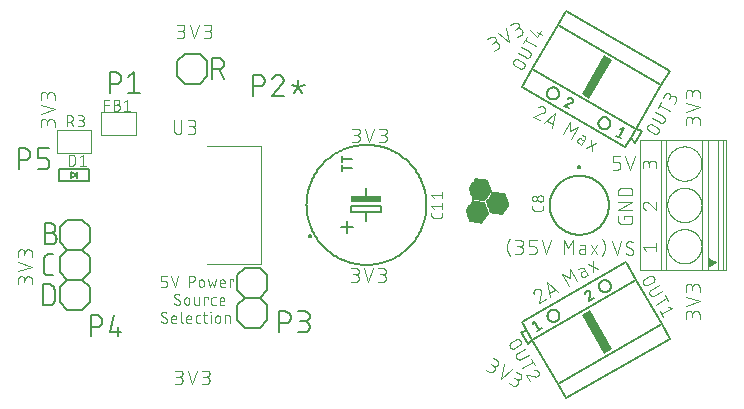
<source format=gbr>
G04 EAGLE Gerber RS-274X export*
G75*
%MOMM*%
%FSLAX34Y34*%
%LPD*%
%INSilkscreen Top*%
%IPPOS*%
%AMOC8*
5,1,8,0,0,1.08239X$1,22.5*%
G01*
%ADD10R,0.751331X0.014731*%
%ADD11R,0.883919X0.014731*%
%ADD12R,1.001775X0.014731*%
%ADD13R,1.119631X0.014731*%
%ADD14R,1.134363X0.014731*%
%ADD15R,1.149094X0.014731*%
%ADD16R,1.163825X0.014731*%
%ADD17R,1.178556X0.014731*%
%ADD18R,1.193288X0.014731*%
%ADD19R,1.222756X0.014731*%
%ADD20R,1.237488X0.014731*%
%ADD21R,1.266950X0.014731*%
%ADD22R,1.281681X0.014731*%
%ADD23R,1.311144X0.014731*%
%ADD24R,1.325881X0.014731*%
%ADD25R,1.355344X0.014731*%
%ADD26R,1.370075X0.014731*%
%ADD27R,1.384806X0.014731*%
%ADD28R,1.399538X0.014731*%
%ADD29R,1.414275X0.014731*%
%ADD30R,1.443738X0.014731*%
%ADD31R,1.458469X0.014731*%
%ADD32R,1.487931X0.014731*%
%ADD33R,1.502663X0.014731*%
%ADD34R,1.517394X0.014731*%
%ADD35R,1.532125X0.014731*%
%ADD36R,1.546856X0.014731*%
%ADD37R,1.576319X0.014731*%
%ADD38R,1.605788X0.014731*%
%ADD39R,1.620519X0.014731*%
%ADD40R,1.649981X0.014731*%
%ADD41R,1.664713X0.014731*%
%ADD42R,1.694175X0.014731*%
%ADD43R,1.708913X0.014731*%
%ADD44R,1.738375X0.014731*%
%ADD45R,1.753106X0.014731*%
%ADD46R,1.767838X0.014731*%
%ADD47R,1.782569X0.014731*%
%ADD48R,1.797306X0.014731*%
%ADD49R,0.117856X0.014731*%
%ADD50R,1.826769X0.014731*%
%ADD51R,0.235713X0.014731*%
%ADD52R,0.353569X0.014731*%
%ADD53R,1.856231X0.014731*%
%ADD54R,0.486156X0.014731*%
%ADD55R,1.870963X0.014731*%
%ADD56R,0.604013X0.014731*%
%ADD57R,0.721869X0.014731*%
%ADD58R,1.885694X0.014731*%
%ADD59R,0.839719X0.014731*%
%ADD60R,0.972306X0.014731*%
%ADD61R,1.090169X0.014731*%
%ADD62R,1.208025X0.014731*%
%ADD63R,1.252219X0.014731*%
%ADD64R,1.296412X0.014731*%
%ADD65R,1.340612X0.014731*%
%ADD66R,1.826763X0.014731*%
%ADD67R,1.414269X0.014731*%
%ADD68R,1.812031X0.014731*%
%ADD69R,1.429000X0.014731*%
%ADD70R,1.458462X0.014731*%
%ADD71R,1.473200X0.014731*%
%ADD72R,1.723644X0.014731*%
%ADD73R,1.694181X0.014731*%
%ADD74R,1.679450X0.014731*%
%ADD75R,1.561594X0.014731*%
%ADD76R,1.576325X0.014731*%
%ADD77R,1.591056X0.014731*%
%ADD78R,1.635250X0.014731*%
%ADD79R,1.561588X0.014731*%
%ADD80R,1.443731X0.014731*%
%ADD81R,1.797300X0.014731*%
%ADD82R,1.841500X0.014731*%
%ADD83R,1.311150X0.014731*%
%ADD84R,1.296419X0.014731*%
%ADD85R,1.193294X0.014731*%
%ADD86R,0.957575X0.014731*%
%ADD87R,0.589281X0.014731*%
%ADD88R,0.471425X0.014731*%
%ADD89R,0.220975X0.014731*%
%ADD90R,1.812038X0.014731*%
%ADD91R,0.103119X0.014731*%
%ADD92R,0.029463X0.014731*%
%ADD93R,0.162050X0.014731*%
%ADD94R,0.265175X0.014731*%
%ADD95R,0.397763X0.014731*%
%ADD96R,0.515619X0.014731*%
%ADD97R,0.648206X0.014731*%
%ADD98R,1.679444X0.014731*%
%ADD99R,1.016506X0.014731*%
%ADD100R,1.104900X0.014731*%
%ADD101R,1.222750X0.014731*%
%ADD102R,1.434338X0.014731*%
%ADD103R,1.208019X0.014731*%
%ADD104R,0.987044X0.014731*%
%ADD105R,0.854456X0.014731*%
%ADD106R,0.618744X0.014731*%
%ADD107R,0.500888X0.014731*%
%ADD108R,0.368300X0.014731*%
%ADD109R,0.132587X0.014731*%
%ADD110R,0.014731X0.014731*%
%ADD111R,1.664719X0.014731*%
%ADD112R,1.075438X0.014731*%
%ADD113R,0.942844X0.014731*%
%ADD114R,0.707131X0.014731*%
%ADD115R,0.456694X0.014731*%
%ADD116R,0.088388X0.014731*%
%ADD117C,0.152400*%
%ADD118C,0.101600*%
%ADD119C,0.076200*%
%ADD120C,0.127000*%
%ADD121C,0.050800*%
%ADD122C,0.100000*%
%ADD123C,0.200000*%
%ADD124C,0.200000*%
%ADD125R,0.762000X3.810000*%
%ADD126R,2.540000X0.508000*%

G36*
X586486Y150498D02*
X586486Y150498D01*
X586508Y150496D01*
X586607Y150525D01*
X586660Y150536D01*
X586669Y150543D01*
X586681Y150546D01*
X593031Y153721D01*
X593084Y153763D01*
X593142Y153797D01*
X593163Y153824D01*
X593189Y153845D01*
X593222Y153903D01*
X593262Y153957D01*
X593271Y153990D01*
X593287Y154020D01*
X593295Y154087D01*
X593311Y154152D01*
X593306Y154185D01*
X593310Y154219D01*
X593291Y154284D01*
X593280Y154350D01*
X593263Y154379D01*
X593253Y154411D01*
X593211Y154463D01*
X593175Y154521D01*
X593146Y154543D01*
X593127Y154567D01*
X593083Y154590D01*
X593031Y154629D01*
X586681Y157804D01*
X586660Y157809D01*
X586641Y157822D01*
X586564Y157836D01*
X586488Y157856D01*
X586466Y157853D01*
X586444Y157857D01*
X586367Y157840D01*
X586289Y157830D01*
X586270Y157818D01*
X586248Y157814D01*
X586184Y157768D01*
X586116Y157728D01*
X586103Y157710D01*
X586085Y157698D01*
X586043Y157631D01*
X585996Y157568D01*
X585991Y157546D01*
X585979Y157527D01*
X585961Y157426D01*
X585948Y157373D01*
X585949Y157362D01*
X585947Y157350D01*
X585947Y151000D01*
X585951Y150978D01*
X585949Y150956D01*
X585971Y150881D01*
X585987Y150804D01*
X585999Y150785D01*
X586005Y150764D01*
X586055Y150703D01*
X586099Y150638D01*
X586118Y150626D01*
X586132Y150608D01*
X586201Y150571D01*
X586267Y150528D01*
X586289Y150525D01*
X586309Y150514D01*
X586387Y150507D01*
X586465Y150493D01*
X586486Y150498D01*
G37*
D10*
X390597Y188284D03*
D11*
X390082Y188431D03*
D12*
X389640Y188578D03*
D13*
X389198Y188726D03*
D14*
X389124Y188873D03*
D15*
X389198Y189020D03*
D16*
X389272Y189168D03*
D17*
X389198Y189315D03*
D18*
X389272Y189462D03*
D19*
X389272Y189610D03*
D20*
X389345Y189757D03*
X389345Y189904D03*
D21*
X389345Y190052D03*
D22*
X389419Y190199D03*
D23*
X389419Y190346D03*
X389419Y190494D03*
D24*
X389493Y190641D03*
D25*
X389493Y190788D03*
D26*
X389566Y190936D03*
D27*
X389492Y191083D03*
D28*
X389566Y191230D03*
D29*
X389640Y191378D03*
D30*
X389640Y191525D03*
X389640Y191672D03*
D31*
X389713Y191820D03*
D32*
X389713Y191967D03*
D33*
X389787Y192114D03*
D34*
X389713Y192261D03*
D35*
X389787Y192409D03*
D36*
X389861Y192556D03*
D37*
X389861Y192703D03*
X389861Y192851D03*
D38*
X389861Y192998D03*
D39*
X389934Y193145D03*
X389934Y193293D03*
D40*
X389934Y193440D03*
D41*
X390008Y193587D03*
D42*
X390008Y193735D03*
X390008Y193882D03*
D43*
X390082Y194029D03*
D44*
X390082Y194177D03*
D45*
X390155Y194324D03*
D46*
X390082Y194471D03*
D47*
X390155Y194619D03*
D48*
X390229Y194766D03*
D49*
X410707Y194766D03*
D50*
X390229Y194913D03*
D51*
X410117Y194913D03*
D50*
X390229Y195061D03*
D52*
X409675Y195061D03*
D53*
X390229Y195208D03*
D54*
X409160Y195208D03*
D55*
X390303Y195355D03*
D56*
X408718Y195355D03*
D55*
X390303Y195503D03*
D57*
X408128Y195503D03*
D58*
X390229Y195650D03*
D59*
X407687Y195650D03*
D58*
X390229Y195797D03*
D60*
X407171Y195797D03*
D55*
X390155Y195944D03*
D61*
X406729Y195944D03*
D58*
X390082Y196092D03*
D13*
X406582Y196092D03*
D58*
X390082Y196239D03*
D15*
X406582Y196239D03*
D58*
X389934Y196386D03*
D16*
X406655Y196386D03*
D58*
X389934Y196534D03*
D17*
X406729Y196534D03*
D55*
X389861Y196681D03*
D18*
X406655Y196681D03*
D58*
X389787Y196828D03*
D62*
X406729Y196828D03*
D58*
X389787Y196976D03*
D20*
X406729Y196976D03*
D58*
X389640Y197123D03*
D63*
X406803Y197123D03*
D58*
X389640Y197270D03*
D63*
X406803Y197270D03*
D55*
X389566Y197418D03*
D22*
X406803Y197418D03*
D58*
X389492Y197565D03*
D64*
X406876Y197565D03*
D58*
X389492Y197712D03*
D24*
X406876Y197712D03*
D58*
X389345Y197860D03*
D24*
X406876Y197860D03*
D58*
X389345Y198007D03*
D65*
X406950Y198007D03*
D55*
X389272Y198154D03*
D26*
X406950Y198154D03*
D53*
X389345Y198302D03*
D27*
X407024Y198302D03*
D53*
X389345Y198449D03*
D28*
X406950Y198449D03*
D66*
X389345Y198596D03*
D67*
X407024Y198596D03*
D68*
X389419Y198744D03*
D69*
X407097Y198744D03*
D47*
X389419Y198891D03*
D70*
X407097Y198891D03*
D47*
X389419Y199038D03*
D70*
X407097Y199038D03*
D46*
X389492Y199186D03*
D71*
X407171Y199186D03*
D44*
X389493Y199333D03*
D33*
X407171Y199333D03*
D72*
X389566Y199480D03*
D33*
X407171Y199480D03*
D43*
X389493Y199627D03*
D35*
X407171Y199627D03*
D73*
X389566Y199775D03*
D36*
X407245Y199775D03*
D74*
X389640Y199922D03*
D75*
X407318Y199922D03*
D40*
X389640Y200069D03*
D76*
X407245Y200069D03*
D40*
X389640Y200217D03*
D77*
X407318Y200217D03*
D78*
X389713Y200364D03*
D39*
X407318Y200364D03*
D38*
X389713Y200511D03*
D78*
X407392Y200511D03*
D38*
X389713Y200659D03*
D78*
X407392Y200659D03*
D76*
X389713Y200806D03*
D41*
X407392Y200806D03*
D79*
X389787Y200953D03*
D74*
X407466Y200953D03*
D36*
X389861Y201101D03*
D43*
X407466Y201101D03*
D35*
X389787Y201248D03*
D43*
X407466Y201248D03*
D34*
X389861Y201395D03*
D72*
X407539Y201395D03*
D32*
X389861Y201543D03*
D45*
X407539Y201543D03*
D71*
X389934Y201690D03*
D46*
X407613Y201690D03*
D71*
X389934Y201837D03*
D47*
X407539Y201837D03*
D80*
X389934Y201985D03*
D81*
X407613Y201985D03*
D69*
X390008Y202132D03*
D68*
X407687Y202132D03*
D28*
X390008Y202279D03*
D82*
X407687Y202279D03*
D28*
X390008Y202427D03*
D82*
X407687Y202427D03*
D27*
X390082Y202574D03*
D55*
X407687Y202574D03*
D25*
X390082Y202721D03*
D58*
X407760Y202721D03*
D65*
X390155Y202869D03*
D55*
X407687Y202869D03*
D24*
X390082Y203016D03*
D58*
X407613Y203016D03*
D83*
X390155Y203163D03*
D58*
X407613Y203163D03*
D84*
X390229Y203310D03*
D55*
X407539Y203310D03*
D21*
X390229Y203458D03*
D58*
X407466Y203458D03*
D21*
X390229Y203605D03*
D58*
X407466Y203605D03*
D63*
X390303Y203752D03*
D58*
X407318Y203752D03*
D19*
X390303Y203900D03*
D58*
X407318Y203900D03*
D62*
X390376Y204047D03*
D55*
X407245Y204047D03*
D85*
X390303Y204194D03*
D58*
X407171Y204194D03*
D17*
X390376Y204342D03*
D58*
X407171Y204342D03*
D16*
X390450Y204489D03*
D58*
X407024Y204489D03*
D15*
X390376Y204636D03*
D58*
X407024Y204636D03*
D14*
X390450Y204784D03*
D55*
X406950Y204784D03*
D61*
X390376Y204931D03*
D58*
X406876Y204931D03*
D86*
X389861Y205078D03*
D58*
X406876Y205078D03*
D59*
X389272Y205226D03*
D58*
X406729Y205226D03*
D57*
X388830Y205373D03*
D58*
X406729Y205373D03*
D87*
X388314Y205520D03*
D53*
X406729Y205520D03*
D88*
X387872Y205668D03*
D82*
X406803Y205668D03*
D52*
X387283Y205815D03*
D82*
X406803Y205815D03*
D89*
X386767Y205962D03*
D90*
X406803Y205962D03*
D91*
X386325Y206110D03*
D48*
X406876Y206110D03*
D92*
X396122Y206257D03*
D47*
X406803Y206257D03*
D93*
X395606Y206404D03*
D46*
X406876Y206404D03*
D94*
X395091Y206552D03*
D45*
X406950Y206552D03*
D95*
X394575Y206699D03*
D72*
X406950Y206699D03*
D96*
X394133Y206846D03*
D72*
X406950Y206846D03*
D97*
X393617Y206993D03*
D73*
X406950Y206993D03*
D10*
X393102Y207141D03*
D98*
X407024Y207141D03*
D11*
X392586Y207288D03*
D41*
X407097Y207288D03*
D99*
X392071Y207435D03*
D40*
X407024Y207435D03*
D100*
X391629Y207583D03*
D78*
X407097Y207583D03*
D14*
X391629Y207730D03*
D39*
X407171Y207730D03*
D15*
X391702Y207877D03*
D77*
X407171Y207877D03*
D16*
X391776Y208025D03*
D77*
X407171Y208025D03*
D17*
X391702Y208172D03*
D79*
X407171Y208172D03*
D18*
X391776Y208319D03*
D36*
X407245Y208319D03*
D101*
X391776Y208467D03*
D35*
X407318Y208467D03*
D20*
X391850Y208614D03*
D34*
X407245Y208614D03*
D20*
X391850Y208761D03*
D33*
X407318Y208761D03*
D21*
X391850Y208909D03*
D71*
X407318Y208909D03*
D22*
X391923Y209056D03*
D31*
X407392Y209056D03*
D23*
X391923Y209203D03*
D31*
X407392Y209203D03*
D23*
X391923Y209351D03*
D102*
X407355Y209351D03*
D24*
X391997Y209498D03*
D67*
X407466Y209498D03*
D25*
X391997Y209645D03*
D27*
X407466Y209645D03*
D26*
X392071Y209793D03*
D27*
X407466Y209793D03*
X391997Y209940D03*
D26*
X407539Y209940D03*
D28*
X392071Y210087D03*
D65*
X407539Y210087D03*
D67*
X392144Y210235D03*
D65*
X407539Y210235D03*
D30*
X392144Y210382D03*
D83*
X407539Y210382D03*
D30*
X392144Y210529D03*
D64*
X407613Y210529D03*
D71*
X392144Y210676D03*
D22*
X407687Y210676D03*
D32*
X392218Y210824D03*
D21*
X407613Y210824D03*
D33*
X392292Y210971D03*
D63*
X407687Y210971D03*
D34*
X392218Y211118D03*
D19*
X407687Y211118D03*
D35*
X392292Y211266D03*
D103*
X407760Y211266D03*
D79*
X392292Y211413D03*
D103*
X407760Y211413D03*
D37*
X392365Y211560D03*
D17*
X407760Y211560D03*
D37*
X392365Y211708D03*
D16*
X407834Y211708D03*
D38*
X392365Y211855D03*
D15*
X407907Y211855D03*
D39*
X392439Y212002D03*
D14*
X407834Y212002D03*
D39*
X392439Y212150D03*
D100*
X407834Y212150D03*
D40*
X392439Y212297D03*
D104*
X407392Y212297D03*
D41*
X392513Y212444D03*
D105*
X406876Y212444D03*
D42*
X392513Y212592D03*
D10*
X406361Y212592D03*
D42*
X392513Y212739D03*
D106*
X405845Y212739D03*
D43*
X392586Y212886D03*
D107*
X405403Y212886D03*
D44*
X392586Y213034D03*
D108*
X404887Y213034D03*
D45*
X392660Y213181D03*
D94*
X404372Y213181D03*
D46*
X392586Y213328D03*
D109*
X403856Y213328D03*
D47*
X392660Y213476D03*
D110*
X403414Y213476D03*
D48*
X392734Y213623D03*
D50*
X392734Y213770D03*
X392734Y213918D03*
D53*
X392734Y214065D03*
D55*
X392807Y214212D03*
X392807Y214359D03*
D58*
X392734Y214507D03*
X392734Y214654D03*
X392586Y214801D03*
X392586Y214949D03*
D55*
X392513Y215096D03*
D58*
X392439Y215243D03*
X392439Y215391D03*
X392292Y215538D03*
X392292Y215685D03*
D55*
X392218Y215833D03*
D58*
X392144Y215980D03*
X392144Y216127D03*
D55*
X392071Y216275D03*
D58*
X391997Y216422D03*
X391997Y216569D03*
X391850Y216717D03*
X391850Y216864D03*
D55*
X391776Y217011D03*
D53*
X391850Y217159D03*
X391850Y217306D03*
D66*
X391850Y217453D03*
D68*
X391923Y217601D03*
D47*
X391923Y217748D03*
X391923Y217895D03*
D46*
X391997Y218042D03*
D44*
X391997Y218190D03*
D72*
X392071Y218337D03*
D43*
X391997Y218484D03*
D73*
X392071Y218632D03*
D74*
X392144Y218779D03*
D111*
X392071Y218926D03*
D40*
X392144Y219074D03*
D39*
X392144Y219221D03*
D38*
X392218Y219368D03*
X392218Y219516D03*
D76*
X392218Y219663D03*
D79*
X392292Y219810D03*
D35*
X392292Y219958D03*
X392292Y220105D03*
D34*
X392365Y220252D03*
D32*
X392365Y220400D03*
D71*
X392439Y220547D03*
X392439Y220694D03*
D80*
X392439Y220842D03*
D69*
X392513Y220989D03*
D28*
X392513Y221136D03*
X392513Y221284D03*
D27*
X392586Y221431D03*
D25*
X392586Y221578D03*
D65*
X392660Y221725D03*
D24*
X392586Y221873D03*
D83*
X392660Y222020D03*
D84*
X392734Y222167D03*
D21*
X392734Y222315D03*
X392734Y222462D03*
D20*
X392734Y222609D03*
D19*
X392807Y222757D03*
D62*
X392881Y222904D03*
D85*
X392807Y223051D03*
D17*
X392881Y223199D03*
D15*
X392881Y223346D03*
X392881Y223493D03*
D14*
X392955Y223641D03*
D112*
X392807Y223788D03*
D113*
X392292Y223935D03*
D59*
X391776Y224083D03*
D114*
X391260Y224230D03*
D87*
X390818Y224377D03*
D115*
X390303Y224525D03*
D52*
X389787Y224672D03*
D89*
X389272Y224819D03*
D116*
X388756Y224967D03*
D49*
X393257Y187438D03*
D51*
X392667Y187585D03*
D52*
X392226Y187733D03*
D54*
X391710Y187880D03*
D56*
X391268Y188027D03*
D57*
X390679Y188175D03*
D59*
X390237Y188322D03*
D60*
X389721Y188469D03*
D61*
X389279Y188617D03*
D13*
X389132Y188764D03*
D117*
X78550Y297625D02*
X78550Y315405D01*
X83488Y315405D01*
X83628Y315403D01*
X83767Y315397D01*
X83907Y315387D01*
X84046Y315373D01*
X84185Y315356D01*
X84323Y315334D01*
X84460Y315308D01*
X84597Y315279D01*
X84733Y315246D01*
X84867Y315209D01*
X85001Y315168D01*
X85133Y315123D01*
X85265Y315074D01*
X85394Y315022D01*
X85522Y314967D01*
X85649Y314907D01*
X85774Y314844D01*
X85897Y314778D01*
X86018Y314708D01*
X86137Y314635D01*
X86254Y314558D01*
X86368Y314478D01*
X86481Y314395D01*
X86591Y314309D01*
X86698Y314219D01*
X86803Y314127D01*
X86905Y314032D01*
X87005Y313934D01*
X87102Y313833D01*
X87196Y313729D01*
X87286Y313623D01*
X87374Y313514D01*
X87459Y313403D01*
X87540Y313289D01*
X87619Y313174D01*
X87694Y313056D01*
X87765Y312936D01*
X87833Y312813D01*
X87898Y312690D01*
X87959Y312564D01*
X88017Y312436D01*
X88071Y312308D01*
X88121Y312177D01*
X88168Y312045D01*
X88211Y311912D01*
X88250Y311778D01*
X88285Y311643D01*
X88316Y311507D01*
X88344Y311369D01*
X88367Y311232D01*
X88387Y311093D01*
X88403Y310954D01*
X88415Y310815D01*
X88423Y310676D01*
X88427Y310536D01*
X88427Y310396D01*
X88423Y310256D01*
X88415Y310117D01*
X88403Y309978D01*
X88387Y309839D01*
X88367Y309700D01*
X88344Y309563D01*
X88316Y309425D01*
X88285Y309289D01*
X88250Y309154D01*
X88211Y309020D01*
X88168Y308887D01*
X88121Y308755D01*
X88071Y308624D01*
X88017Y308496D01*
X87959Y308368D01*
X87898Y308242D01*
X87833Y308119D01*
X87765Y307997D01*
X87694Y307876D01*
X87619Y307758D01*
X87540Y307643D01*
X87459Y307529D01*
X87374Y307418D01*
X87286Y307309D01*
X87196Y307203D01*
X87102Y307099D01*
X87005Y306998D01*
X86905Y306900D01*
X86803Y306805D01*
X86698Y306713D01*
X86591Y306623D01*
X86481Y306537D01*
X86368Y306454D01*
X86254Y306374D01*
X86137Y306297D01*
X86018Y306224D01*
X85897Y306154D01*
X85774Y306088D01*
X85649Y306025D01*
X85522Y305965D01*
X85394Y305910D01*
X85265Y305858D01*
X85133Y305809D01*
X85001Y305764D01*
X84867Y305723D01*
X84733Y305686D01*
X84597Y305653D01*
X84460Y305624D01*
X84323Y305598D01*
X84185Y305576D01*
X84046Y305559D01*
X83907Y305545D01*
X83767Y305535D01*
X83628Y305529D01*
X83488Y305527D01*
X78550Y305527D01*
X94545Y311453D02*
X99483Y315405D01*
X99483Y297625D01*
X94545Y297625D02*
X104422Y297625D01*
X200038Y295783D02*
X200038Y313563D01*
X204976Y313563D01*
X205116Y313561D01*
X205255Y313555D01*
X205395Y313545D01*
X205534Y313531D01*
X205673Y313514D01*
X205811Y313492D01*
X205948Y313466D01*
X206085Y313437D01*
X206221Y313404D01*
X206355Y313367D01*
X206489Y313326D01*
X206621Y313281D01*
X206753Y313232D01*
X206882Y313180D01*
X207010Y313125D01*
X207137Y313065D01*
X207262Y313002D01*
X207385Y312936D01*
X207506Y312866D01*
X207625Y312793D01*
X207742Y312716D01*
X207856Y312636D01*
X207969Y312553D01*
X208079Y312467D01*
X208186Y312377D01*
X208291Y312285D01*
X208393Y312190D01*
X208493Y312092D01*
X208590Y311991D01*
X208684Y311887D01*
X208774Y311781D01*
X208862Y311672D01*
X208947Y311561D01*
X209028Y311447D01*
X209107Y311332D01*
X209182Y311214D01*
X209253Y311094D01*
X209321Y310971D01*
X209386Y310848D01*
X209447Y310722D01*
X209505Y310594D01*
X209559Y310466D01*
X209609Y310335D01*
X209656Y310203D01*
X209699Y310070D01*
X209738Y309936D01*
X209773Y309801D01*
X209804Y309665D01*
X209832Y309527D01*
X209855Y309390D01*
X209875Y309251D01*
X209891Y309112D01*
X209903Y308973D01*
X209911Y308834D01*
X209915Y308694D01*
X209915Y308554D01*
X209911Y308414D01*
X209903Y308275D01*
X209891Y308136D01*
X209875Y307997D01*
X209855Y307858D01*
X209832Y307721D01*
X209804Y307583D01*
X209773Y307447D01*
X209738Y307312D01*
X209699Y307178D01*
X209656Y307045D01*
X209609Y306913D01*
X209559Y306782D01*
X209505Y306654D01*
X209447Y306526D01*
X209386Y306400D01*
X209321Y306277D01*
X209253Y306155D01*
X209182Y306034D01*
X209107Y305916D01*
X209028Y305801D01*
X208947Y305687D01*
X208862Y305576D01*
X208774Y305467D01*
X208684Y305361D01*
X208590Y305257D01*
X208493Y305156D01*
X208393Y305058D01*
X208291Y304963D01*
X208186Y304871D01*
X208079Y304781D01*
X207969Y304695D01*
X207856Y304612D01*
X207742Y304532D01*
X207625Y304455D01*
X207506Y304382D01*
X207385Y304312D01*
X207262Y304246D01*
X207137Y304183D01*
X207010Y304123D01*
X206882Y304068D01*
X206753Y304016D01*
X206621Y303967D01*
X206489Y303922D01*
X206355Y303881D01*
X206221Y303844D01*
X206085Y303811D01*
X205948Y303782D01*
X205811Y303756D01*
X205673Y303734D01*
X205534Y303717D01*
X205395Y303703D01*
X205255Y303693D01*
X205116Y303687D01*
X204976Y303685D01*
X200038Y303685D01*
X221465Y313563D02*
X221597Y313561D01*
X221728Y313555D01*
X221860Y313545D01*
X221991Y313532D01*
X222121Y313514D01*
X222251Y313493D01*
X222381Y313468D01*
X222509Y313439D01*
X222637Y313406D01*
X222763Y313369D01*
X222889Y313329D01*
X223013Y313285D01*
X223136Y313237D01*
X223257Y313186D01*
X223377Y313131D01*
X223495Y313073D01*
X223611Y313011D01*
X223725Y312945D01*
X223838Y312877D01*
X223948Y312805D01*
X224056Y312730D01*
X224162Y312651D01*
X224266Y312570D01*
X224367Y312485D01*
X224465Y312398D01*
X224561Y312307D01*
X224654Y312214D01*
X224745Y312118D01*
X224832Y312020D01*
X224917Y311919D01*
X224998Y311815D01*
X225077Y311709D01*
X225152Y311601D01*
X225224Y311491D01*
X225292Y311378D01*
X225358Y311264D01*
X225420Y311148D01*
X225478Y311030D01*
X225533Y310910D01*
X225584Y310789D01*
X225632Y310666D01*
X225676Y310542D01*
X225716Y310416D01*
X225753Y310290D01*
X225786Y310162D01*
X225815Y310034D01*
X225840Y309904D01*
X225861Y309774D01*
X225879Y309644D01*
X225892Y309513D01*
X225902Y309381D01*
X225908Y309250D01*
X225910Y309118D01*
X221465Y313563D02*
X221315Y313561D01*
X221166Y313555D01*
X221017Y313545D01*
X220868Y313532D01*
X220719Y313514D01*
X220571Y313493D01*
X220423Y313467D01*
X220277Y313438D01*
X220131Y313405D01*
X219986Y313368D01*
X219842Y313327D01*
X219699Y313283D01*
X219557Y313235D01*
X219417Y313183D01*
X219278Y313128D01*
X219140Y313069D01*
X219005Y313006D01*
X218870Y312940D01*
X218738Y312870D01*
X218608Y312797D01*
X218479Y312720D01*
X218352Y312640D01*
X218228Y312557D01*
X218106Y312471D01*
X217986Y312381D01*
X217869Y312288D01*
X217754Y312193D01*
X217641Y312094D01*
X217531Y311992D01*
X217424Y311888D01*
X217320Y311781D01*
X217218Y311671D01*
X217120Y311558D01*
X217024Y311443D01*
X216932Y311325D01*
X216842Y311205D01*
X216756Y311083D01*
X216673Y310959D01*
X216593Y310832D01*
X216517Y310704D01*
X216444Y310573D01*
X216374Y310440D01*
X216308Y310306D01*
X216246Y310170D01*
X216187Y310033D01*
X216131Y309894D01*
X216080Y309753D01*
X216032Y309612D01*
X224428Y305661D02*
X224524Y305754D01*
X224616Y305850D01*
X224706Y305949D01*
X224793Y306050D01*
X224878Y306153D01*
X224959Y306258D01*
X225037Y306366D01*
X225112Y306476D01*
X225185Y306588D01*
X225254Y306702D01*
X225320Y306818D01*
X225382Y306936D01*
X225441Y307055D01*
X225497Y307176D01*
X225550Y307299D01*
X225599Y307423D01*
X225644Y307548D01*
X225687Y307675D01*
X225725Y307802D01*
X225760Y307931D01*
X225791Y308060D01*
X225819Y308191D01*
X225843Y308322D01*
X225864Y308454D01*
X225880Y308586D01*
X225893Y308719D01*
X225903Y308852D01*
X225908Y308985D01*
X225910Y309118D01*
X224429Y305661D02*
X216033Y295783D01*
X225910Y295783D01*
X238280Y302697D02*
X238280Y308624D01*
X238280Y302697D02*
X241737Y298252D01*
X238280Y302697D02*
X234823Y298252D01*
X238280Y302697D02*
X243713Y304673D01*
X238280Y302697D02*
X232847Y304673D01*
X1556Y251111D02*
X1556Y233331D01*
X1556Y251111D02*
X6495Y251111D01*
X6635Y251109D01*
X6774Y251103D01*
X6914Y251093D01*
X7053Y251079D01*
X7192Y251062D01*
X7330Y251040D01*
X7467Y251014D01*
X7604Y250985D01*
X7740Y250952D01*
X7874Y250915D01*
X8008Y250874D01*
X8140Y250829D01*
X8272Y250780D01*
X8401Y250728D01*
X8529Y250673D01*
X8656Y250613D01*
X8781Y250550D01*
X8904Y250484D01*
X9025Y250414D01*
X9144Y250341D01*
X9261Y250264D01*
X9375Y250184D01*
X9488Y250101D01*
X9598Y250015D01*
X9705Y249925D01*
X9810Y249833D01*
X9912Y249738D01*
X10012Y249640D01*
X10109Y249539D01*
X10203Y249435D01*
X10293Y249329D01*
X10381Y249220D01*
X10466Y249109D01*
X10547Y248995D01*
X10626Y248880D01*
X10701Y248762D01*
X10772Y248642D01*
X10840Y248519D01*
X10905Y248396D01*
X10966Y248270D01*
X11024Y248142D01*
X11078Y248014D01*
X11128Y247883D01*
X11175Y247751D01*
X11218Y247618D01*
X11257Y247484D01*
X11292Y247349D01*
X11323Y247213D01*
X11351Y247075D01*
X11374Y246938D01*
X11394Y246799D01*
X11410Y246660D01*
X11422Y246521D01*
X11430Y246382D01*
X11434Y246242D01*
X11434Y246102D01*
X11430Y245962D01*
X11422Y245823D01*
X11410Y245684D01*
X11394Y245545D01*
X11374Y245406D01*
X11351Y245269D01*
X11323Y245131D01*
X11292Y244995D01*
X11257Y244860D01*
X11218Y244726D01*
X11175Y244593D01*
X11128Y244461D01*
X11078Y244330D01*
X11024Y244202D01*
X10966Y244074D01*
X10905Y243948D01*
X10840Y243825D01*
X10772Y243703D01*
X10701Y243582D01*
X10626Y243464D01*
X10547Y243349D01*
X10466Y243235D01*
X10381Y243124D01*
X10293Y243015D01*
X10203Y242909D01*
X10109Y242805D01*
X10012Y242704D01*
X9912Y242606D01*
X9810Y242511D01*
X9705Y242419D01*
X9598Y242329D01*
X9488Y242243D01*
X9375Y242160D01*
X9261Y242080D01*
X9144Y242003D01*
X9025Y241930D01*
X8904Y241860D01*
X8781Y241794D01*
X8656Y241731D01*
X8529Y241671D01*
X8401Y241616D01*
X8272Y241564D01*
X8140Y241515D01*
X8008Y241470D01*
X7874Y241429D01*
X7740Y241392D01*
X7604Y241359D01*
X7467Y241330D01*
X7330Y241304D01*
X7192Y241282D01*
X7053Y241265D01*
X6914Y241251D01*
X6774Y241241D01*
X6635Y241235D01*
X6495Y241233D01*
X1556Y241233D01*
X17551Y233331D02*
X23477Y233331D01*
X23601Y233333D01*
X23725Y233339D01*
X23849Y233349D01*
X23972Y233362D01*
X24095Y233380D01*
X24217Y233401D01*
X24339Y233426D01*
X24460Y233455D01*
X24579Y233488D01*
X24698Y233524D01*
X24815Y233565D01*
X24931Y233608D01*
X25046Y233656D01*
X25159Y233707D01*
X25271Y233762D01*
X25380Y233820D01*
X25488Y233881D01*
X25594Y233946D01*
X25698Y234014D01*
X25799Y234086D01*
X25899Y234160D01*
X25995Y234238D01*
X26090Y234318D01*
X26182Y234402D01*
X26271Y234488D01*
X26357Y234577D01*
X26441Y234669D01*
X26521Y234764D01*
X26599Y234860D01*
X26673Y234960D01*
X26745Y235061D01*
X26813Y235165D01*
X26878Y235271D01*
X26939Y235379D01*
X26997Y235488D01*
X27052Y235600D01*
X27103Y235713D01*
X27151Y235828D01*
X27194Y235944D01*
X27235Y236061D01*
X27271Y236180D01*
X27304Y236299D01*
X27333Y236420D01*
X27358Y236542D01*
X27379Y236664D01*
X27397Y236787D01*
X27410Y236910D01*
X27420Y237034D01*
X27426Y237158D01*
X27428Y237282D01*
X27429Y237282D02*
X27429Y239257D01*
X27428Y239257D02*
X27426Y239381D01*
X27420Y239505D01*
X27410Y239629D01*
X27397Y239752D01*
X27379Y239875D01*
X27358Y239997D01*
X27333Y240119D01*
X27304Y240240D01*
X27271Y240359D01*
X27235Y240478D01*
X27194Y240595D01*
X27151Y240711D01*
X27103Y240826D01*
X27052Y240939D01*
X26997Y241051D01*
X26939Y241160D01*
X26878Y241268D01*
X26813Y241374D01*
X26745Y241478D01*
X26673Y241579D01*
X26599Y241679D01*
X26521Y241775D01*
X26441Y241870D01*
X26357Y241962D01*
X26271Y242051D01*
X26182Y242137D01*
X26090Y242221D01*
X25995Y242301D01*
X25899Y242379D01*
X25799Y242453D01*
X25698Y242525D01*
X25594Y242593D01*
X25488Y242658D01*
X25380Y242719D01*
X25271Y242777D01*
X25159Y242832D01*
X25046Y242883D01*
X24931Y242931D01*
X24815Y242974D01*
X24698Y243015D01*
X24579Y243051D01*
X24460Y243084D01*
X24339Y243113D01*
X24217Y243138D01*
X24095Y243159D01*
X23972Y243177D01*
X23849Y243190D01*
X23725Y243200D01*
X23601Y243206D01*
X23477Y243208D01*
X23477Y243209D02*
X17551Y243209D01*
X17551Y251111D01*
X27429Y251111D01*
X62675Y109823D02*
X62675Y92043D01*
X62675Y109823D02*
X67613Y109823D01*
X67753Y109821D01*
X67892Y109815D01*
X68032Y109805D01*
X68171Y109791D01*
X68310Y109774D01*
X68448Y109752D01*
X68585Y109726D01*
X68722Y109697D01*
X68858Y109664D01*
X68992Y109627D01*
X69126Y109586D01*
X69258Y109541D01*
X69390Y109492D01*
X69519Y109440D01*
X69647Y109385D01*
X69774Y109325D01*
X69899Y109262D01*
X70022Y109196D01*
X70143Y109126D01*
X70262Y109053D01*
X70379Y108976D01*
X70493Y108896D01*
X70606Y108813D01*
X70716Y108727D01*
X70823Y108637D01*
X70928Y108545D01*
X71030Y108450D01*
X71130Y108352D01*
X71227Y108251D01*
X71321Y108147D01*
X71411Y108041D01*
X71499Y107932D01*
X71584Y107821D01*
X71665Y107707D01*
X71744Y107592D01*
X71819Y107474D01*
X71890Y107354D01*
X71958Y107231D01*
X72023Y107108D01*
X72084Y106982D01*
X72142Y106854D01*
X72196Y106726D01*
X72246Y106595D01*
X72293Y106463D01*
X72336Y106330D01*
X72375Y106196D01*
X72410Y106061D01*
X72441Y105925D01*
X72469Y105787D01*
X72492Y105650D01*
X72512Y105511D01*
X72528Y105372D01*
X72540Y105233D01*
X72548Y105094D01*
X72552Y104954D01*
X72552Y104814D01*
X72548Y104674D01*
X72540Y104535D01*
X72528Y104396D01*
X72512Y104257D01*
X72492Y104118D01*
X72469Y103981D01*
X72441Y103843D01*
X72410Y103707D01*
X72375Y103572D01*
X72336Y103438D01*
X72293Y103305D01*
X72246Y103173D01*
X72196Y103042D01*
X72142Y102914D01*
X72084Y102786D01*
X72023Y102660D01*
X71958Y102537D01*
X71890Y102415D01*
X71819Y102294D01*
X71744Y102176D01*
X71665Y102061D01*
X71584Y101947D01*
X71499Y101836D01*
X71411Y101727D01*
X71321Y101621D01*
X71227Y101517D01*
X71130Y101416D01*
X71030Y101318D01*
X70928Y101223D01*
X70823Y101131D01*
X70716Y101041D01*
X70606Y100955D01*
X70493Y100872D01*
X70379Y100792D01*
X70262Y100715D01*
X70143Y100642D01*
X70022Y100572D01*
X69899Y100506D01*
X69774Y100443D01*
X69647Y100383D01*
X69519Y100328D01*
X69390Y100276D01*
X69258Y100227D01*
X69126Y100182D01*
X68992Y100141D01*
X68858Y100104D01*
X68722Y100071D01*
X68585Y100042D01*
X68448Y100016D01*
X68310Y99994D01*
X68171Y99977D01*
X68032Y99963D01*
X67892Y99953D01*
X67753Y99947D01*
X67613Y99945D01*
X62675Y99945D01*
X78670Y95994D02*
X82621Y109823D01*
X78670Y95994D02*
X88547Y95994D01*
X85584Y99945D02*
X85584Y92043D01*
X222218Y95218D02*
X222218Y112998D01*
X227157Y112998D01*
X227297Y112996D01*
X227436Y112990D01*
X227576Y112980D01*
X227715Y112966D01*
X227854Y112949D01*
X227992Y112927D01*
X228129Y112901D01*
X228266Y112872D01*
X228402Y112839D01*
X228536Y112802D01*
X228670Y112761D01*
X228802Y112716D01*
X228934Y112667D01*
X229063Y112615D01*
X229191Y112560D01*
X229318Y112500D01*
X229443Y112437D01*
X229566Y112371D01*
X229687Y112301D01*
X229806Y112228D01*
X229923Y112151D01*
X230037Y112071D01*
X230150Y111988D01*
X230260Y111902D01*
X230367Y111812D01*
X230472Y111720D01*
X230574Y111625D01*
X230674Y111527D01*
X230771Y111426D01*
X230865Y111322D01*
X230955Y111216D01*
X231043Y111107D01*
X231128Y110996D01*
X231209Y110882D01*
X231288Y110767D01*
X231363Y110649D01*
X231434Y110529D01*
X231502Y110406D01*
X231567Y110283D01*
X231628Y110157D01*
X231686Y110029D01*
X231740Y109901D01*
X231790Y109770D01*
X231837Y109638D01*
X231880Y109505D01*
X231919Y109371D01*
X231954Y109236D01*
X231985Y109100D01*
X232013Y108962D01*
X232036Y108825D01*
X232056Y108686D01*
X232072Y108547D01*
X232084Y108408D01*
X232092Y108269D01*
X232096Y108129D01*
X232096Y107989D01*
X232092Y107849D01*
X232084Y107710D01*
X232072Y107571D01*
X232056Y107432D01*
X232036Y107293D01*
X232013Y107156D01*
X231985Y107018D01*
X231954Y106882D01*
X231919Y106747D01*
X231880Y106613D01*
X231837Y106480D01*
X231790Y106348D01*
X231740Y106217D01*
X231686Y106089D01*
X231628Y105961D01*
X231567Y105835D01*
X231502Y105712D01*
X231434Y105590D01*
X231363Y105469D01*
X231288Y105351D01*
X231209Y105236D01*
X231128Y105122D01*
X231043Y105011D01*
X230955Y104902D01*
X230865Y104796D01*
X230771Y104692D01*
X230674Y104591D01*
X230574Y104493D01*
X230472Y104398D01*
X230367Y104306D01*
X230260Y104216D01*
X230150Y104130D01*
X230037Y104047D01*
X229923Y103967D01*
X229806Y103890D01*
X229687Y103817D01*
X229566Y103747D01*
X229443Y103681D01*
X229318Y103618D01*
X229191Y103558D01*
X229063Y103503D01*
X228934Y103451D01*
X228802Y103402D01*
X228670Y103357D01*
X228536Y103316D01*
X228402Y103279D01*
X228266Y103246D01*
X228129Y103217D01*
X227992Y103191D01*
X227854Y103169D01*
X227715Y103152D01*
X227576Y103138D01*
X227436Y103128D01*
X227297Y103122D01*
X227157Y103120D01*
X222218Y103120D01*
X238213Y95218D02*
X243152Y95218D01*
X243292Y95220D01*
X243431Y95226D01*
X243571Y95236D01*
X243710Y95250D01*
X243849Y95267D01*
X243987Y95289D01*
X244124Y95315D01*
X244261Y95344D01*
X244397Y95377D01*
X244531Y95414D01*
X244665Y95455D01*
X244797Y95500D01*
X244929Y95549D01*
X245058Y95601D01*
X245186Y95656D01*
X245313Y95716D01*
X245438Y95779D01*
X245561Y95845D01*
X245682Y95915D01*
X245801Y95988D01*
X245918Y96065D01*
X246032Y96145D01*
X246145Y96228D01*
X246255Y96314D01*
X246362Y96404D01*
X246467Y96496D01*
X246569Y96591D01*
X246669Y96689D01*
X246766Y96790D01*
X246860Y96894D01*
X246950Y97000D01*
X247038Y97109D01*
X247123Y97220D01*
X247204Y97334D01*
X247283Y97449D01*
X247358Y97567D01*
X247429Y97688D01*
X247497Y97810D01*
X247562Y97933D01*
X247623Y98059D01*
X247681Y98187D01*
X247735Y98315D01*
X247785Y98446D01*
X247832Y98578D01*
X247875Y98711D01*
X247914Y98845D01*
X247949Y98980D01*
X247980Y99116D01*
X248008Y99254D01*
X248031Y99391D01*
X248051Y99530D01*
X248067Y99669D01*
X248079Y99808D01*
X248087Y99947D01*
X248091Y100087D01*
X248091Y100227D01*
X248087Y100367D01*
X248079Y100506D01*
X248067Y100645D01*
X248051Y100784D01*
X248031Y100923D01*
X248008Y101060D01*
X247980Y101198D01*
X247949Y101334D01*
X247914Y101469D01*
X247875Y101603D01*
X247832Y101736D01*
X247785Y101868D01*
X247735Y101999D01*
X247681Y102127D01*
X247623Y102255D01*
X247562Y102381D01*
X247497Y102504D01*
X247429Y102627D01*
X247358Y102747D01*
X247283Y102865D01*
X247204Y102980D01*
X247123Y103094D01*
X247038Y103205D01*
X246950Y103314D01*
X246860Y103420D01*
X246766Y103524D01*
X246669Y103625D01*
X246569Y103723D01*
X246467Y103818D01*
X246362Y103910D01*
X246255Y104000D01*
X246145Y104086D01*
X246032Y104169D01*
X245918Y104249D01*
X245801Y104326D01*
X245682Y104399D01*
X245561Y104469D01*
X245438Y104535D01*
X245313Y104598D01*
X245186Y104658D01*
X245058Y104713D01*
X244929Y104765D01*
X244797Y104814D01*
X244665Y104859D01*
X244531Y104900D01*
X244397Y104937D01*
X244261Y104970D01*
X244124Y104999D01*
X243987Y105025D01*
X243849Y105047D01*
X243710Y105064D01*
X243571Y105078D01*
X243431Y105088D01*
X243292Y105094D01*
X243152Y105096D01*
X244140Y112998D02*
X238213Y112998D01*
X244140Y112998D02*
X244264Y112996D01*
X244388Y112990D01*
X244512Y112980D01*
X244635Y112967D01*
X244758Y112949D01*
X244880Y112928D01*
X245002Y112903D01*
X245123Y112874D01*
X245242Y112841D01*
X245361Y112805D01*
X245478Y112764D01*
X245594Y112721D01*
X245709Y112673D01*
X245822Y112622D01*
X245934Y112567D01*
X246043Y112509D01*
X246151Y112448D01*
X246257Y112383D01*
X246361Y112315D01*
X246462Y112243D01*
X246562Y112169D01*
X246658Y112091D01*
X246753Y112011D01*
X246845Y111927D01*
X246934Y111841D01*
X247020Y111752D01*
X247104Y111660D01*
X247184Y111565D01*
X247262Y111469D01*
X247336Y111369D01*
X247408Y111268D01*
X247476Y111164D01*
X247541Y111058D01*
X247602Y110950D01*
X247660Y110841D01*
X247715Y110729D01*
X247766Y110616D01*
X247814Y110501D01*
X247857Y110385D01*
X247898Y110268D01*
X247934Y110149D01*
X247967Y110030D01*
X247996Y109909D01*
X248021Y109787D01*
X248042Y109665D01*
X248060Y109542D01*
X248073Y109419D01*
X248083Y109295D01*
X248089Y109171D01*
X248091Y109047D01*
X248089Y108923D01*
X248083Y108799D01*
X248073Y108675D01*
X248060Y108552D01*
X248042Y108429D01*
X248021Y108307D01*
X247996Y108185D01*
X247967Y108064D01*
X247934Y107945D01*
X247898Y107826D01*
X247857Y107709D01*
X247814Y107593D01*
X247766Y107478D01*
X247715Y107365D01*
X247660Y107253D01*
X247602Y107144D01*
X247541Y107036D01*
X247476Y106930D01*
X247408Y106826D01*
X247336Y106725D01*
X247262Y106625D01*
X247184Y106529D01*
X247104Y106434D01*
X247020Y106342D01*
X246934Y106253D01*
X246845Y106167D01*
X246753Y106083D01*
X246658Y106003D01*
X246562Y105925D01*
X246462Y105851D01*
X246361Y105779D01*
X246257Y105711D01*
X246151Y105646D01*
X246043Y105585D01*
X245934Y105527D01*
X245822Y105472D01*
X245709Y105421D01*
X245594Y105373D01*
X245478Y105330D01*
X245361Y105289D01*
X245242Y105253D01*
X245123Y105220D01*
X245002Y105191D01*
X244880Y105166D01*
X244758Y105145D01*
X244635Y105127D01*
X244512Y105114D01*
X244388Y105104D01*
X244264Y105098D01*
X244140Y105096D01*
X240189Y105096D01*
X165573Y310071D02*
X165573Y327851D01*
X170512Y327851D01*
X170652Y327849D01*
X170791Y327843D01*
X170931Y327833D01*
X171070Y327819D01*
X171209Y327802D01*
X171347Y327780D01*
X171484Y327754D01*
X171621Y327725D01*
X171757Y327692D01*
X171891Y327655D01*
X172025Y327614D01*
X172157Y327569D01*
X172289Y327520D01*
X172418Y327468D01*
X172546Y327413D01*
X172673Y327353D01*
X172798Y327290D01*
X172921Y327224D01*
X173042Y327154D01*
X173161Y327081D01*
X173278Y327004D01*
X173392Y326924D01*
X173505Y326841D01*
X173615Y326755D01*
X173722Y326665D01*
X173827Y326573D01*
X173929Y326478D01*
X174029Y326380D01*
X174126Y326279D01*
X174220Y326175D01*
X174310Y326069D01*
X174398Y325960D01*
X174483Y325849D01*
X174564Y325735D01*
X174643Y325620D01*
X174718Y325502D01*
X174789Y325382D01*
X174857Y325259D01*
X174922Y325136D01*
X174983Y325010D01*
X175041Y324882D01*
X175095Y324754D01*
X175145Y324623D01*
X175192Y324491D01*
X175235Y324358D01*
X175274Y324224D01*
X175309Y324089D01*
X175340Y323953D01*
X175368Y323815D01*
X175391Y323678D01*
X175411Y323539D01*
X175427Y323400D01*
X175439Y323261D01*
X175447Y323122D01*
X175451Y322982D01*
X175451Y322842D01*
X175447Y322702D01*
X175439Y322563D01*
X175427Y322424D01*
X175411Y322285D01*
X175391Y322146D01*
X175368Y322009D01*
X175340Y321871D01*
X175309Y321735D01*
X175274Y321600D01*
X175235Y321466D01*
X175192Y321333D01*
X175145Y321201D01*
X175095Y321070D01*
X175041Y320942D01*
X174983Y320814D01*
X174922Y320688D01*
X174857Y320565D01*
X174789Y320443D01*
X174718Y320322D01*
X174643Y320204D01*
X174564Y320089D01*
X174483Y319975D01*
X174398Y319864D01*
X174310Y319755D01*
X174220Y319649D01*
X174126Y319545D01*
X174029Y319444D01*
X173929Y319346D01*
X173827Y319251D01*
X173722Y319159D01*
X173615Y319069D01*
X173505Y318983D01*
X173392Y318900D01*
X173278Y318820D01*
X173161Y318743D01*
X173042Y318670D01*
X172921Y318600D01*
X172798Y318534D01*
X172673Y318471D01*
X172546Y318411D01*
X172418Y318356D01*
X172289Y318304D01*
X172157Y318255D01*
X172025Y318210D01*
X171891Y318169D01*
X171757Y318132D01*
X171621Y318099D01*
X171484Y318070D01*
X171347Y318044D01*
X171209Y318022D01*
X171070Y318005D01*
X170931Y317991D01*
X170791Y317981D01*
X170652Y317975D01*
X170512Y317973D01*
X165573Y317973D01*
X171499Y317973D02*
X175451Y310071D01*
X30889Y143637D02*
X26938Y143637D01*
X26814Y143639D01*
X26690Y143645D01*
X26566Y143655D01*
X26443Y143668D01*
X26320Y143686D01*
X26198Y143707D01*
X26076Y143732D01*
X25955Y143761D01*
X25836Y143794D01*
X25717Y143830D01*
X25600Y143871D01*
X25484Y143914D01*
X25369Y143962D01*
X25256Y144013D01*
X25144Y144068D01*
X25035Y144126D01*
X24927Y144187D01*
X24821Y144252D01*
X24717Y144320D01*
X24616Y144392D01*
X24516Y144466D01*
X24420Y144544D01*
X24325Y144624D01*
X24233Y144708D01*
X24144Y144794D01*
X24058Y144883D01*
X23974Y144975D01*
X23894Y145070D01*
X23816Y145166D01*
X23742Y145266D01*
X23670Y145367D01*
X23602Y145471D01*
X23537Y145577D01*
X23476Y145685D01*
X23418Y145794D01*
X23363Y145906D01*
X23312Y146019D01*
X23264Y146134D01*
X23221Y146250D01*
X23180Y146367D01*
X23144Y146486D01*
X23111Y146605D01*
X23082Y146726D01*
X23057Y146848D01*
X23036Y146970D01*
X23018Y147093D01*
X23005Y147216D01*
X22995Y147340D01*
X22989Y147464D01*
X22987Y147588D01*
X22987Y157466D01*
X22989Y157590D01*
X22995Y157714D01*
X23005Y157838D01*
X23018Y157961D01*
X23036Y158084D01*
X23057Y158206D01*
X23082Y158328D01*
X23111Y158449D01*
X23144Y158568D01*
X23180Y158687D01*
X23221Y158804D01*
X23264Y158920D01*
X23312Y159035D01*
X23363Y159148D01*
X23418Y159260D01*
X23476Y159369D01*
X23537Y159477D01*
X23602Y159583D01*
X23670Y159687D01*
X23742Y159788D01*
X23816Y159888D01*
X23894Y159984D01*
X23974Y160079D01*
X24058Y160171D01*
X24144Y160260D01*
X24233Y160346D01*
X24325Y160430D01*
X24420Y160510D01*
X24516Y160588D01*
X24616Y160662D01*
X24717Y160734D01*
X24821Y160802D01*
X24927Y160867D01*
X25035Y160928D01*
X25144Y160986D01*
X25256Y161041D01*
X25369Y161092D01*
X25484Y161140D01*
X25600Y161183D01*
X25717Y161224D01*
X25836Y161260D01*
X25955Y161293D01*
X26076Y161322D01*
X26198Y161347D01*
X26320Y161368D01*
X26443Y161386D01*
X26566Y161399D01*
X26690Y161409D01*
X26814Y161415D01*
X26938Y161417D01*
X30889Y161417D01*
X28720Y179709D02*
X23781Y179709D01*
X28720Y179709D02*
X28860Y179707D01*
X28999Y179701D01*
X29139Y179691D01*
X29278Y179677D01*
X29417Y179660D01*
X29555Y179638D01*
X29692Y179612D01*
X29829Y179583D01*
X29965Y179550D01*
X30099Y179513D01*
X30233Y179472D01*
X30365Y179427D01*
X30497Y179378D01*
X30626Y179326D01*
X30754Y179271D01*
X30881Y179211D01*
X31006Y179148D01*
X31129Y179082D01*
X31250Y179012D01*
X31369Y178939D01*
X31486Y178862D01*
X31600Y178782D01*
X31713Y178699D01*
X31823Y178613D01*
X31930Y178523D01*
X32035Y178431D01*
X32137Y178336D01*
X32237Y178238D01*
X32334Y178137D01*
X32428Y178033D01*
X32518Y177927D01*
X32606Y177818D01*
X32691Y177707D01*
X32772Y177593D01*
X32851Y177478D01*
X32926Y177360D01*
X32997Y177240D01*
X33065Y177117D01*
X33130Y176994D01*
X33191Y176868D01*
X33249Y176740D01*
X33303Y176612D01*
X33353Y176481D01*
X33400Y176349D01*
X33443Y176216D01*
X33482Y176082D01*
X33517Y175947D01*
X33548Y175811D01*
X33576Y175673D01*
X33599Y175536D01*
X33619Y175397D01*
X33635Y175258D01*
X33647Y175119D01*
X33655Y174980D01*
X33659Y174840D01*
X33659Y174700D01*
X33655Y174560D01*
X33647Y174421D01*
X33635Y174282D01*
X33619Y174143D01*
X33599Y174004D01*
X33576Y173867D01*
X33548Y173729D01*
X33517Y173593D01*
X33482Y173458D01*
X33443Y173324D01*
X33400Y173191D01*
X33353Y173059D01*
X33303Y172928D01*
X33249Y172800D01*
X33191Y172672D01*
X33130Y172546D01*
X33065Y172423D01*
X32997Y172301D01*
X32926Y172180D01*
X32851Y172062D01*
X32772Y171947D01*
X32691Y171833D01*
X32606Y171722D01*
X32518Y171613D01*
X32428Y171507D01*
X32334Y171403D01*
X32237Y171302D01*
X32137Y171204D01*
X32035Y171109D01*
X31930Y171017D01*
X31823Y170927D01*
X31713Y170841D01*
X31600Y170758D01*
X31486Y170678D01*
X31369Y170601D01*
X31250Y170528D01*
X31129Y170458D01*
X31006Y170392D01*
X30881Y170329D01*
X30754Y170269D01*
X30626Y170214D01*
X30497Y170162D01*
X30365Y170113D01*
X30233Y170068D01*
X30099Y170027D01*
X29965Y169990D01*
X29829Y169957D01*
X29692Y169928D01*
X29555Y169902D01*
X29417Y169880D01*
X29278Y169863D01*
X29139Y169849D01*
X28999Y169839D01*
X28860Y169833D01*
X28720Y169831D01*
X23781Y169831D01*
X23781Y187611D01*
X28720Y187611D01*
X28844Y187609D01*
X28968Y187603D01*
X29092Y187593D01*
X29215Y187580D01*
X29338Y187562D01*
X29460Y187541D01*
X29582Y187516D01*
X29703Y187487D01*
X29822Y187454D01*
X29941Y187418D01*
X30058Y187377D01*
X30174Y187334D01*
X30289Y187286D01*
X30402Y187235D01*
X30514Y187180D01*
X30623Y187122D01*
X30731Y187061D01*
X30837Y186996D01*
X30941Y186928D01*
X31042Y186856D01*
X31142Y186782D01*
X31238Y186704D01*
X31333Y186624D01*
X31425Y186540D01*
X31514Y186454D01*
X31600Y186365D01*
X31684Y186273D01*
X31764Y186178D01*
X31842Y186082D01*
X31916Y185982D01*
X31988Y185881D01*
X32056Y185777D01*
X32121Y185671D01*
X32182Y185563D01*
X32240Y185454D01*
X32295Y185342D01*
X32346Y185229D01*
X32394Y185114D01*
X32437Y184998D01*
X32478Y184881D01*
X32514Y184762D01*
X32547Y184643D01*
X32576Y184522D01*
X32601Y184400D01*
X32622Y184278D01*
X32640Y184155D01*
X32653Y184032D01*
X32663Y183908D01*
X32669Y183784D01*
X32671Y183660D01*
X32669Y183536D01*
X32663Y183412D01*
X32653Y183288D01*
X32640Y183165D01*
X32622Y183042D01*
X32601Y182920D01*
X32576Y182798D01*
X32547Y182677D01*
X32514Y182558D01*
X32478Y182439D01*
X32437Y182322D01*
X32394Y182206D01*
X32346Y182091D01*
X32295Y181978D01*
X32240Y181866D01*
X32182Y181757D01*
X32121Y181649D01*
X32056Y181543D01*
X31988Y181439D01*
X31916Y181338D01*
X31842Y181238D01*
X31764Y181142D01*
X31684Y181047D01*
X31600Y180955D01*
X31514Y180866D01*
X31425Y180780D01*
X31333Y180696D01*
X31238Y180616D01*
X31142Y180538D01*
X31042Y180464D01*
X30941Y180392D01*
X30837Y180324D01*
X30731Y180259D01*
X30623Y180198D01*
X30514Y180140D01*
X30402Y180085D01*
X30289Y180034D01*
X30174Y179986D01*
X30058Y179943D01*
X29941Y179902D01*
X29822Y179866D01*
X29703Y179833D01*
X29582Y179804D01*
X29460Y179779D01*
X29338Y179758D01*
X29215Y179740D01*
X29092Y179727D01*
X28968Y179717D01*
X28844Y179711D01*
X28720Y179709D01*
X22193Y136017D02*
X22193Y118237D01*
X22193Y136017D02*
X27132Y136017D01*
X27271Y136015D01*
X27409Y136009D01*
X27547Y136000D01*
X27685Y135986D01*
X27822Y135969D01*
X27959Y135947D01*
X28096Y135922D01*
X28231Y135893D01*
X28366Y135860D01*
X28499Y135824D01*
X28632Y135784D01*
X28763Y135740D01*
X28893Y135692D01*
X29022Y135641D01*
X29149Y135586D01*
X29275Y135528D01*
X29399Y135466D01*
X29521Y135401D01*
X29641Y135332D01*
X29760Y135260D01*
X29876Y135185D01*
X29990Y135106D01*
X30102Y135024D01*
X30211Y134939D01*
X30319Y134852D01*
X30423Y134761D01*
X30525Y134667D01*
X30624Y134570D01*
X30721Y134471D01*
X30815Y134369D01*
X30906Y134265D01*
X30993Y134157D01*
X31078Y134048D01*
X31160Y133936D01*
X31239Y133822D01*
X31314Y133706D01*
X31386Y133587D01*
X31455Y133467D01*
X31520Y133345D01*
X31582Y133221D01*
X31640Y133095D01*
X31695Y132968D01*
X31746Y132839D01*
X31794Y132709D01*
X31838Y132578D01*
X31878Y132445D01*
X31914Y132312D01*
X31947Y132177D01*
X31976Y132042D01*
X32001Y131905D01*
X32023Y131768D01*
X32040Y131631D01*
X32054Y131493D01*
X32063Y131355D01*
X32069Y131217D01*
X32071Y131078D01*
X32071Y123176D01*
X32069Y123037D01*
X32063Y122899D01*
X32054Y122761D01*
X32040Y122623D01*
X32023Y122486D01*
X32001Y122349D01*
X31976Y122212D01*
X31947Y122077D01*
X31914Y121942D01*
X31878Y121809D01*
X31838Y121676D01*
X31794Y121545D01*
X31746Y121415D01*
X31695Y121286D01*
X31640Y121159D01*
X31582Y121033D01*
X31520Y120909D01*
X31455Y120787D01*
X31386Y120667D01*
X31314Y120548D01*
X31239Y120432D01*
X31160Y120318D01*
X31078Y120206D01*
X30993Y120097D01*
X30906Y119989D01*
X30815Y119885D01*
X30721Y119783D01*
X30624Y119684D01*
X30525Y119587D01*
X30423Y119493D01*
X30319Y119402D01*
X30211Y119315D01*
X30102Y119230D01*
X29990Y119148D01*
X29876Y119069D01*
X29760Y118994D01*
X29641Y118922D01*
X29521Y118853D01*
X29399Y118788D01*
X29275Y118726D01*
X29149Y118668D01*
X29022Y118613D01*
X28893Y118562D01*
X28763Y118514D01*
X28632Y118470D01*
X28499Y118430D01*
X28366Y118394D01*
X28231Y118361D01*
X28096Y118332D01*
X27959Y118307D01*
X27822Y118285D01*
X27685Y118268D01*
X27547Y118254D01*
X27409Y118245D01*
X27271Y118239D01*
X27132Y118237D01*
X22193Y118237D01*
D118*
X135446Y344202D02*
X138691Y344202D01*
X138691Y344201D02*
X138804Y344203D01*
X138917Y344209D01*
X139030Y344219D01*
X139143Y344233D01*
X139255Y344250D01*
X139366Y344272D01*
X139476Y344297D01*
X139586Y344327D01*
X139694Y344360D01*
X139801Y344397D01*
X139907Y344437D01*
X140011Y344482D01*
X140114Y344530D01*
X140215Y344581D01*
X140314Y344636D01*
X140411Y344694D01*
X140506Y344756D01*
X140599Y344821D01*
X140689Y344889D01*
X140777Y344960D01*
X140863Y345035D01*
X140946Y345112D01*
X141026Y345192D01*
X141103Y345275D01*
X141178Y345361D01*
X141249Y345449D01*
X141317Y345539D01*
X141382Y345632D01*
X141444Y345727D01*
X141502Y345824D01*
X141557Y345923D01*
X141608Y346024D01*
X141656Y346127D01*
X141701Y346231D01*
X141741Y346337D01*
X141778Y346444D01*
X141811Y346552D01*
X141841Y346662D01*
X141866Y346772D01*
X141888Y346883D01*
X141905Y346995D01*
X141919Y347108D01*
X141929Y347221D01*
X141935Y347334D01*
X141937Y347447D01*
X141935Y347560D01*
X141929Y347673D01*
X141919Y347786D01*
X141905Y347899D01*
X141888Y348011D01*
X141866Y348122D01*
X141841Y348232D01*
X141811Y348342D01*
X141778Y348450D01*
X141741Y348557D01*
X141701Y348663D01*
X141656Y348767D01*
X141608Y348870D01*
X141557Y348971D01*
X141502Y349070D01*
X141444Y349167D01*
X141382Y349262D01*
X141317Y349355D01*
X141249Y349445D01*
X141178Y349533D01*
X141103Y349619D01*
X141026Y349702D01*
X140946Y349782D01*
X140863Y349859D01*
X140777Y349934D01*
X140689Y350005D01*
X140599Y350073D01*
X140506Y350138D01*
X140411Y350200D01*
X140314Y350258D01*
X140215Y350313D01*
X140114Y350364D01*
X140011Y350412D01*
X139907Y350457D01*
X139801Y350497D01*
X139694Y350534D01*
X139586Y350567D01*
X139476Y350597D01*
X139366Y350622D01*
X139255Y350644D01*
X139143Y350661D01*
X139030Y350675D01*
X138917Y350685D01*
X138804Y350691D01*
X138691Y350693D01*
X139340Y355886D02*
X135446Y355886D01*
X139340Y355885D02*
X139441Y355883D01*
X139541Y355877D01*
X139641Y355867D01*
X139741Y355854D01*
X139840Y355836D01*
X139939Y355815D01*
X140036Y355790D01*
X140133Y355761D01*
X140228Y355728D01*
X140322Y355692D01*
X140414Y355652D01*
X140505Y355609D01*
X140594Y355562D01*
X140681Y355512D01*
X140767Y355458D01*
X140850Y355401D01*
X140930Y355341D01*
X141009Y355278D01*
X141085Y355211D01*
X141158Y355142D01*
X141228Y355070D01*
X141296Y354996D01*
X141361Y354919D01*
X141422Y354839D01*
X141481Y354757D01*
X141536Y354673D01*
X141588Y354587D01*
X141637Y354499D01*
X141682Y354409D01*
X141724Y354317D01*
X141762Y354224D01*
X141796Y354129D01*
X141827Y354034D01*
X141854Y353937D01*
X141877Y353839D01*
X141897Y353740D01*
X141912Y353640D01*
X141924Y353540D01*
X141932Y353440D01*
X141936Y353339D01*
X141936Y353239D01*
X141932Y353138D01*
X141924Y353038D01*
X141912Y352938D01*
X141897Y352838D01*
X141877Y352739D01*
X141854Y352641D01*
X141827Y352544D01*
X141796Y352449D01*
X141762Y352354D01*
X141724Y352261D01*
X141682Y352169D01*
X141637Y352079D01*
X141588Y351991D01*
X141536Y351905D01*
X141481Y351821D01*
X141422Y351739D01*
X141361Y351659D01*
X141296Y351582D01*
X141228Y351508D01*
X141158Y351436D01*
X141085Y351367D01*
X141009Y351300D01*
X140930Y351237D01*
X140850Y351177D01*
X140767Y351120D01*
X140681Y351066D01*
X140594Y351016D01*
X140505Y350969D01*
X140414Y350926D01*
X140322Y350886D01*
X140228Y350850D01*
X140133Y350817D01*
X140036Y350788D01*
X139939Y350763D01*
X139840Y350742D01*
X139741Y350724D01*
X139641Y350711D01*
X139541Y350701D01*
X139441Y350695D01*
X139340Y350693D01*
X136744Y350693D01*
X146226Y355886D02*
X150121Y344202D01*
X154016Y355886D01*
X158305Y344202D02*
X161551Y344202D01*
X161551Y344201D02*
X161664Y344203D01*
X161777Y344209D01*
X161890Y344219D01*
X162003Y344233D01*
X162115Y344250D01*
X162226Y344272D01*
X162336Y344297D01*
X162446Y344327D01*
X162554Y344360D01*
X162661Y344397D01*
X162767Y344437D01*
X162871Y344482D01*
X162974Y344530D01*
X163075Y344581D01*
X163174Y344636D01*
X163271Y344694D01*
X163366Y344756D01*
X163459Y344821D01*
X163549Y344889D01*
X163637Y344960D01*
X163723Y345035D01*
X163806Y345112D01*
X163886Y345192D01*
X163963Y345275D01*
X164038Y345361D01*
X164109Y345449D01*
X164177Y345539D01*
X164242Y345632D01*
X164304Y345727D01*
X164362Y345824D01*
X164417Y345923D01*
X164468Y346024D01*
X164516Y346127D01*
X164561Y346231D01*
X164601Y346337D01*
X164638Y346444D01*
X164671Y346552D01*
X164701Y346662D01*
X164726Y346772D01*
X164748Y346883D01*
X164765Y346995D01*
X164779Y347108D01*
X164789Y347221D01*
X164795Y347334D01*
X164797Y347447D01*
X164795Y347560D01*
X164789Y347673D01*
X164779Y347786D01*
X164765Y347899D01*
X164748Y348011D01*
X164726Y348122D01*
X164701Y348232D01*
X164671Y348342D01*
X164638Y348450D01*
X164601Y348557D01*
X164561Y348663D01*
X164516Y348767D01*
X164468Y348870D01*
X164417Y348971D01*
X164362Y349070D01*
X164304Y349167D01*
X164242Y349262D01*
X164177Y349355D01*
X164109Y349445D01*
X164038Y349533D01*
X163963Y349619D01*
X163886Y349702D01*
X163806Y349782D01*
X163723Y349859D01*
X163637Y349934D01*
X163549Y350005D01*
X163459Y350073D01*
X163366Y350138D01*
X163271Y350200D01*
X163174Y350258D01*
X163075Y350313D01*
X162974Y350364D01*
X162871Y350412D01*
X162767Y350457D01*
X162661Y350497D01*
X162554Y350534D01*
X162446Y350567D01*
X162336Y350597D01*
X162226Y350622D01*
X162115Y350644D01*
X162003Y350661D01*
X161890Y350675D01*
X161777Y350685D01*
X161664Y350691D01*
X161551Y350693D01*
X162200Y355886D02*
X158305Y355886D01*
X162200Y355885D02*
X162301Y355883D01*
X162401Y355877D01*
X162501Y355867D01*
X162601Y355854D01*
X162700Y355836D01*
X162799Y355815D01*
X162896Y355790D01*
X162993Y355761D01*
X163088Y355728D01*
X163182Y355692D01*
X163274Y355652D01*
X163365Y355609D01*
X163454Y355562D01*
X163541Y355512D01*
X163627Y355458D01*
X163710Y355401D01*
X163790Y355341D01*
X163869Y355278D01*
X163945Y355211D01*
X164018Y355142D01*
X164088Y355070D01*
X164156Y354996D01*
X164221Y354919D01*
X164282Y354839D01*
X164341Y354757D01*
X164396Y354673D01*
X164448Y354587D01*
X164497Y354499D01*
X164542Y354409D01*
X164584Y354317D01*
X164622Y354224D01*
X164656Y354129D01*
X164687Y354034D01*
X164714Y353937D01*
X164737Y353839D01*
X164757Y353740D01*
X164772Y353640D01*
X164784Y353540D01*
X164792Y353440D01*
X164796Y353339D01*
X164796Y353239D01*
X164792Y353138D01*
X164784Y353038D01*
X164772Y352938D01*
X164757Y352838D01*
X164737Y352739D01*
X164714Y352641D01*
X164687Y352544D01*
X164656Y352449D01*
X164622Y352354D01*
X164584Y352261D01*
X164542Y352169D01*
X164497Y352079D01*
X164448Y351991D01*
X164396Y351905D01*
X164341Y351821D01*
X164282Y351739D01*
X164221Y351659D01*
X164156Y351582D01*
X164088Y351508D01*
X164018Y351436D01*
X163945Y351367D01*
X163869Y351300D01*
X163790Y351237D01*
X163710Y351177D01*
X163627Y351120D01*
X163541Y351066D01*
X163454Y351016D01*
X163365Y350969D01*
X163274Y350926D01*
X163182Y350886D01*
X163088Y350850D01*
X162993Y350817D01*
X162896Y350788D01*
X162799Y350763D01*
X162700Y350742D01*
X162601Y350724D01*
X162501Y350711D01*
X162401Y350701D01*
X162301Y350695D01*
X162200Y350693D01*
X159604Y350693D01*
X283877Y256096D02*
X287122Y256096D01*
X287122Y256095D02*
X287235Y256097D01*
X287348Y256103D01*
X287461Y256113D01*
X287574Y256127D01*
X287686Y256144D01*
X287797Y256166D01*
X287907Y256191D01*
X288017Y256221D01*
X288125Y256254D01*
X288232Y256291D01*
X288338Y256331D01*
X288442Y256376D01*
X288545Y256424D01*
X288646Y256475D01*
X288745Y256530D01*
X288842Y256588D01*
X288937Y256650D01*
X289030Y256715D01*
X289120Y256783D01*
X289208Y256854D01*
X289294Y256929D01*
X289377Y257006D01*
X289457Y257086D01*
X289534Y257169D01*
X289609Y257255D01*
X289680Y257343D01*
X289748Y257433D01*
X289813Y257526D01*
X289875Y257621D01*
X289933Y257718D01*
X289988Y257817D01*
X290039Y257918D01*
X290087Y258021D01*
X290132Y258125D01*
X290172Y258231D01*
X290209Y258338D01*
X290242Y258446D01*
X290272Y258556D01*
X290297Y258666D01*
X290319Y258777D01*
X290336Y258889D01*
X290350Y259002D01*
X290360Y259115D01*
X290366Y259228D01*
X290368Y259341D01*
X290366Y259454D01*
X290360Y259567D01*
X290350Y259680D01*
X290336Y259793D01*
X290319Y259905D01*
X290297Y260016D01*
X290272Y260126D01*
X290242Y260236D01*
X290209Y260344D01*
X290172Y260451D01*
X290132Y260557D01*
X290087Y260661D01*
X290039Y260764D01*
X289988Y260865D01*
X289933Y260964D01*
X289875Y261061D01*
X289813Y261156D01*
X289748Y261249D01*
X289680Y261339D01*
X289609Y261427D01*
X289534Y261513D01*
X289457Y261596D01*
X289377Y261676D01*
X289294Y261753D01*
X289208Y261828D01*
X289120Y261899D01*
X289030Y261967D01*
X288937Y262032D01*
X288842Y262094D01*
X288745Y262152D01*
X288646Y262207D01*
X288545Y262258D01*
X288442Y262306D01*
X288338Y262351D01*
X288232Y262391D01*
X288125Y262428D01*
X288017Y262461D01*
X287907Y262491D01*
X287797Y262516D01*
X287686Y262538D01*
X287574Y262555D01*
X287461Y262569D01*
X287348Y262579D01*
X287235Y262585D01*
X287122Y262587D01*
X287771Y267780D02*
X283877Y267780D01*
X287771Y267779D02*
X287872Y267777D01*
X287972Y267771D01*
X288072Y267761D01*
X288172Y267748D01*
X288271Y267730D01*
X288370Y267709D01*
X288467Y267684D01*
X288564Y267655D01*
X288659Y267622D01*
X288753Y267586D01*
X288845Y267546D01*
X288936Y267503D01*
X289025Y267456D01*
X289112Y267406D01*
X289198Y267352D01*
X289281Y267295D01*
X289361Y267235D01*
X289440Y267172D01*
X289516Y267105D01*
X289589Y267036D01*
X289659Y266964D01*
X289727Y266890D01*
X289792Y266813D01*
X289853Y266733D01*
X289912Y266651D01*
X289967Y266567D01*
X290019Y266481D01*
X290068Y266393D01*
X290113Y266303D01*
X290155Y266211D01*
X290193Y266118D01*
X290227Y266023D01*
X290258Y265928D01*
X290285Y265831D01*
X290308Y265733D01*
X290328Y265634D01*
X290343Y265534D01*
X290355Y265434D01*
X290363Y265334D01*
X290367Y265233D01*
X290367Y265133D01*
X290363Y265032D01*
X290355Y264932D01*
X290343Y264832D01*
X290328Y264732D01*
X290308Y264633D01*
X290285Y264535D01*
X290258Y264438D01*
X290227Y264343D01*
X290193Y264248D01*
X290155Y264155D01*
X290113Y264063D01*
X290068Y263973D01*
X290019Y263885D01*
X289967Y263799D01*
X289912Y263715D01*
X289853Y263633D01*
X289792Y263553D01*
X289727Y263476D01*
X289659Y263402D01*
X289589Y263330D01*
X289516Y263261D01*
X289440Y263194D01*
X289361Y263131D01*
X289281Y263071D01*
X289198Y263014D01*
X289112Y262960D01*
X289025Y262910D01*
X288936Y262863D01*
X288845Y262820D01*
X288753Y262780D01*
X288659Y262744D01*
X288564Y262711D01*
X288467Y262682D01*
X288370Y262657D01*
X288271Y262636D01*
X288172Y262618D01*
X288072Y262605D01*
X287972Y262595D01*
X287872Y262589D01*
X287771Y262587D01*
X285175Y262587D01*
X294658Y267780D02*
X298552Y256096D01*
X302447Y267780D01*
X306737Y256096D02*
X309982Y256096D01*
X309982Y256095D02*
X310095Y256097D01*
X310208Y256103D01*
X310321Y256113D01*
X310434Y256127D01*
X310546Y256144D01*
X310657Y256166D01*
X310767Y256191D01*
X310877Y256221D01*
X310985Y256254D01*
X311092Y256291D01*
X311198Y256331D01*
X311302Y256376D01*
X311405Y256424D01*
X311506Y256475D01*
X311605Y256530D01*
X311702Y256588D01*
X311797Y256650D01*
X311890Y256715D01*
X311980Y256783D01*
X312068Y256854D01*
X312154Y256929D01*
X312237Y257006D01*
X312317Y257086D01*
X312394Y257169D01*
X312469Y257255D01*
X312540Y257343D01*
X312608Y257433D01*
X312673Y257526D01*
X312735Y257621D01*
X312793Y257718D01*
X312848Y257817D01*
X312899Y257918D01*
X312947Y258021D01*
X312992Y258125D01*
X313032Y258231D01*
X313069Y258338D01*
X313102Y258446D01*
X313132Y258556D01*
X313157Y258666D01*
X313179Y258777D01*
X313196Y258889D01*
X313210Y259002D01*
X313220Y259115D01*
X313226Y259228D01*
X313228Y259341D01*
X313226Y259454D01*
X313220Y259567D01*
X313210Y259680D01*
X313196Y259793D01*
X313179Y259905D01*
X313157Y260016D01*
X313132Y260126D01*
X313102Y260236D01*
X313069Y260344D01*
X313032Y260451D01*
X312992Y260557D01*
X312947Y260661D01*
X312899Y260764D01*
X312848Y260865D01*
X312793Y260964D01*
X312735Y261061D01*
X312673Y261156D01*
X312608Y261249D01*
X312540Y261339D01*
X312469Y261427D01*
X312394Y261513D01*
X312317Y261596D01*
X312237Y261676D01*
X312154Y261753D01*
X312068Y261828D01*
X311980Y261899D01*
X311890Y261967D01*
X311797Y262032D01*
X311702Y262094D01*
X311605Y262152D01*
X311506Y262207D01*
X311405Y262258D01*
X311302Y262306D01*
X311198Y262351D01*
X311092Y262391D01*
X310985Y262428D01*
X310877Y262461D01*
X310767Y262491D01*
X310657Y262516D01*
X310546Y262538D01*
X310434Y262555D01*
X310321Y262569D01*
X310208Y262579D01*
X310095Y262585D01*
X309982Y262587D01*
X310631Y267780D02*
X306737Y267780D01*
X310631Y267779D02*
X310732Y267777D01*
X310832Y267771D01*
X310932Y267761D01*
X311032Y267748D01*
X311131Y267730D01*
X311230Y267709D01*
X311327Y267684D01*
X311424Y267655D01*
X311519Y267622D01*
X311613Y267586D01*
X311705Y267546D01*
X311796Y267503D01*
X311885Y267456D01*
X311972Y267406D01*
X312058Y267352D01*
X312141Y267295D01*
X312221Y267235D01*
X312300Y267172D01*
X312376Y267105D01*
X312449Y267036D01*
X312519Y266964D01*
X312587Y266890D01*
X312652Y266813D01*
X312713Y266733D01*
X312772Y266651D01*
X312827Y266567D01*
X312879Y266481D01*
X312928Y266393D01*
X312973Y266303D01*
X313015Y266211D01*
X313053Y266118D01*
X313087Y266023D01*
X313118Y265928D01*
X313145Y265831D01*
X313168Y265733D01*
X313188Y265634D01*
X313203Y265534D01*
X313215Y265434D01*
X313223Y265334D01*
X313227Y265233D01*
X313227Y265133D01*
X313223Y265032D01*
X313215Y264932D01*
X313203Y264832D01*
X313188Y264732D01*
X313168Y264633D01*
X313145Y264535D01*
X313118Y264438D01*
X313087Y264343D01*
X313053Y264248D01*
X313015Y264155D01*
X312973Y264063D01*
X312928Y263973D01*
X312879Y263885D01*
X312827Y263799D01*
X312772Y263715D01*
X312713Y263633D01*
X312652Y263553D01*
X312587Y263476D01*
X312519Y263402D01*
X312449Y263330D01*
X312376Y263261D01*
X312300Y263194D01*
X312221Y263131D01*
X312141Y263071D01*
X312058Y263014D01*
X311972Y262960D01*
X311885Y262910D01*
X311796Y262863D01*
X311705Y262820D01*
X311613Y262780D01*
X311519Y262744D01*
X311424Y262711D01*
X311327Y262682D01*
X311230Y262657D01*
X311131Y262636D01*
X311032Y262618D01*
X310932Y262605D01*
X310832Y262595D01*
X310732Y262589D01*
X310631Y262587D01*
X308035Y262587D01*
X404163Y333373D02*
X406951Y335035D01*
X407047Y335095D01*
X407142Y335158D01*
X407233Y335224D01*
X407323Y335293D01*
X407410Y335366D01*
X407494Y335441D01*
X407576Y335520D01*
X407655Y335601D01*
X407731Y335685D01*
X407804Y335771D01*
X407875Y335860D01*
X407941Y335952D01*
X408005Y336046D01*
X408066Y336141D01*
X408123Y336239D01*
X408176Y336339D01*
X408226Y336441D01*
X408273Y336544D01*
X408315Y336649D01*
X408354Y336755D01*
X408390Y336863D01*
X408421Y336972D01*
X408449Y337082D01*
X408473Y337193D01*
X408493Y337304D01*
X408509Y337416D01*
X408522Y337529D01*
X408530Y337642D01*
X408534Y337755D01*
X408535Y337868D01*
X408531Y337982D01*
X408524Y338095D01*
X408512Y338207D01*
X408497Y338320D01*
X408478Y338431D01*
X408454Y338542D01*
X408427Y338652D01*
X408396Y338761D01*
X408362Y338869D01*
X408323Y338976D01*
X408281Y339081D01*
X408236Y339185D01*
X408186Y339287D01*
X408133Y339387D01*
X408077Y339485D01*
X408017Y339581D01*
X407954Y339676D01*
X407888Y339767D01*
X407819Y339857D01*
X407746Y339944D01*
X407671Y340028D01*
X407592Y340110D01*
X407511Y340189D01*
X407427Y340265D01*
X407341Y340338D01*
X407252Y340409D01*
X407160Y340475D01*
X407066Y340539D01*
X406971Y340600D01*
X406873Y340656D01*
X406773Y340710D01*
X406671Y340760D01*
X406568Y340807D01*
X406463Y340849D01*
X406357Y340888D01*
X406249Y340924D01*
X406140Y340955D01*
X406030Y340983D01*
X405920Y341007D01*
X405808Y341027D01*
X405696Y341043D01*
X405583Y341056D01*
X405470Y341064D01*
X405357Y341068D01*
X405244Y341069D01*
X405130Y341065D01*
X405017Y341058D01*
X404905Y341046D01*
X404792Y341031D01*
X404681Y341012D01*
X404570Y340988D01*
X404460Y340961D01*
X404351Y340930D01*
X404243Y340896D01*
X404136Y340857D01*
X404031Y340815D01*
X403927Y340770D01*
X403825Y340720D01*
X403725Y340668D01*
X403627Y340611D01*
X401526Y345403D02*
X398181Y343409D01*
X401526Y345403D02*
X401613Y345453D01*
X401703Y345499D01*
X401794Y345542D01*
X401886Y345581D01*
X401980Y345617D01*
X402076Y345649D01*
X402172Y345678D01*
X402270Y345702D01*
X402369Y345723D01*
X402468Y345740D01*
X402568Y345753D01*
X402668Y345762D01*
X402768Y345768D01*
X402869Y345769D01*
X402970Y345766D01*
X403070Y345760D01*
X403170Y345750D01*
X403270Y345736D01*
X403369Y345718D01*
X403467Y345696D01*
X403565Y345670D01*
X403661Y345641D01*
X403756Y345608D01*
X403850Y345571D01*
X403942Y345530D01*
X404033Y345487D01*
X404121Y345439D01*
X404208Y345388D01*
X404293Y345334D01*
X404376Y345277D01*
X404456Y345216D01*
X404534Y345153D01*
X404610Y345086D01*
X404683Y345016D01*
X404753Y344944D01*
X404820Y344869D01*
X404884Y344792D01*
X404946Y344712D01*
X405004Y344630D01*
X405059Y344545D01*
X405110Y344459D01*
X405158Y344370D01*
X405203Y344280D01*
X405244Y344188D01*
X405282Y344095D01*
X405316Y344000D01*
X405346Y343904D01*
X405372Y343807D01*
X405395Y343709D01*
X405414Y343610D01*
X405429Y343510D01*
X405440Y343410D01*
X405447Y343310D01*
X405451Y343209D01*
X405450Y343109D01*
X405446Y343008D01*
X405437Y342908D01*
X405425Y342808D01*
X405409Y342708D01*
X405389Y342610D01*
X405365Y342512D01*
X405338Y342415D01*
X405307Y342319D01*
X405272Y342225D01*
X405233Y342132D01*
X405191Y342040D01*
X405145Y341951D01*
X405096Y341863D01*
X405044Y341777D01*
X404988Y341693D01*
X404929Y341611D01*
X404867Y341532D01*
X404802Y341455D01*
X404734Y341381D01*
X404663Y341310D01*
X404589Y341241D01*
X404513Y341175D01*
X404434Y341113D01*
X404353Y341053D01*
X404270Y340996D01*
X404184Y340943D01*
X404185Y340943D02*
X401955Y339613D01*
X407441Y348929D02*
X416769Y340887D01*
X414132Y352918D01*
X423799Y345078D02*
X426587Y346740D01*
X426683Y346800D01*
X426778Y346863D01*
X426869Y346929D01*
X426959Y346998D01*
X427046Y347071D01*
X427130Y347146D01*
X427212Y347225D01*
X427291Y347306D01*
X427367Y347390D01*
X427440Y347476D01*
X427511Y347565D01*
X427577Y347657D01*
X427641Y347751D01*
X427702Y347846D01*
X427759Y347944D01*
X427812Y348044D01*
X427862Y348146D01*
X427909Y348249D01*
X427951Y348354D01*
X427990Y348460D01*
X428026Y348568D01*
X428057Y348677D01*
X428085Y348787D01*
X428109Y348898D01*
X428129Y349009D01*
X428145Y349121D01*
X428158Y349234D01*
X428166Y349347D01*
X428170Y349460D01*
X428171Y349573D01*
X428167Y349687D01*
X428160Y349800D01*
X428148Y349912D01*
X428133Y350025D01*
X428114Y350136D01*
X428090Y350247D01*
X428063Y350357D01*
X428032Y350466D01*
X427998Y350574D01*
X427959Y350681D01*
X427917Y350786D01*
X427872Y350890D01*
X427822Y350992D01*
X427769Y351092D01*
X427713Y351190D01*
X427653Y351286D01*
X427590Y351381D01*
X427524Y351472D01*
X427455Y351562D01*
X427382Y351649D01*
X427307Y351733D01*
X427228Y351815D01*
X427147Y351894D01*
X427063Y351970D01*
X426977Y352043D01*
X426888Y352114D01*
X426796Y352180D01*
X426702Y352244D01*
X426607Y352305D01*
X426509Y352361D01*
X426409Y352415D01*
X426307Y352465D01*
X426204Y352512D01*
X426099Y352554D01*
X425993Y352593D01*
X425885Y352629D01*
X425776Y352660D01*
X425666Y352688D01*
X425556Y352712D01*
X425444Y352732D01*
X425332Y352748D01*
X425219Y352761D01*
X425106Y352769D01*
X424993Y352773D01*
X424880Y352774D01*
X424766Y352770D01*
X424653Y352763D01*
X424541Y352751D01*
X424428Y352736D01*
X424317Y352717D01*
X424206Y352693D01*
X424096Y352666D01*
X423987Y352635D01*
X423879Y352601D01*
X423772Y352562D01*
X423667Y352520D01*
X423563Y352475D01*
X423461Y352425D01*
X423361Y352373D01*
X423263Y352316D01*
X421162Y357108D02*
X417816Y355114D01*
X421162Y357108D02*
X421249Y357158D01*
X421339Y357204D01*
X421430Y357247D01*
X421522Y357286D01*
X421616Y357322D01*
X421712Y357354D01*
X421808Y357383D01*
X421906Y357407D01*
X422005Y357428D01*
X422104Y357445D01*
X422204Y357458D01*
X422304Y357467D01*
X422404Y357473D01*
X422505Y357474D01*
X422606Y357471D01*
X422706Y357465D01*
X422806Y357455D01*
X422906Y357441D01*
X423005Y357423D01*
X423103Y357401D01*
X423201Y357375D01*
X423297Y357346D01*
X423392Y357313D01*
X423486Y357276D01*
X423578Y357235D01*
X423669Y357192D01*
X423757Y357144D01*
X423844Y357093D01*
X423929Y357039D01*
X424012Y356982D01*
X424092Y356921D01*
X424170Y356858D01*
X424246Y356791D01*
X424319Y356721D01*
X424389Y356649D01*
X424456Y356574D01*
X424520Y356497D01*
X424582Y356417D01*
X424640Y356335D01*
X424695Y356250D01*
X424746Y356164D01*
X424794Y356075D01*
X424839Y355985D01*
X424880Y355893D01*
X424918Y355800D01*
X424952Y355705D01*
X424982Y355609D01*
X425008Y355512D01*
X425031Y355414D01*
X425050Y355315D01*
X425065Y355215D01*
X425076Y355115D01*
X425083Y355015D01*
X425087Y354914D01*
X425086Y354814D01*
X425082Y354713D01*
X425073Y354613D01*
X425061Y354513D01*
X425045Y354413D01*
X425025Y354315D01*
X425001Y354217D01*
X424974Y354120D01*
X424943Y354024D01*
X424908Y353930D01*
X424869Y353837D01*
X424827Y353745D01*
X424781Y353656D01*
X424732Y353568D01*
X424680Y353482D01*
X424624Y353398D01*
X424565Y353316D01*
X424503Y353237D01*
X424438Y353160D01*
X424370Y353086D01*
X424299Y353015D01*
X424225Y352946D01*
X424149Y352880D01*
X424070Y352818D01*
X423989Y352758D01*
X423906Y352701D01*
X423820Y352648D01*
X423821Y352648D02*
X421590Y351318D01*
X578326Y274422D02*
X578326Y271177D01*
X578327Y274422D02*
X578325Y274535D01*
X578319Y274648D01*
X578309Y274761D01*
X578295Y274874D01*
X578278Y274986D01*
X578256Y275097D01*
X578231Y275207D01*
X578201Y275317D01*
X578168Y275425D01*
X578131Y275532D01*
X578091Y275638D01*
X578046Y275742D01*
X577998Y275845D01*
X577947Y275946D01*
X577892Y276045D01*
X577834Y276142D01*
X577772Y276237D01*
X577707Y276330D01*
X577639Y276420D01*
X577568Y276508D01*
X577493Y276594D01*
X577416Y276677D01*
X577336Y276757D01*
X577253Y276834D01*
X577167Y276909D01*
X577079Y276980D01*
X576989Y277048D01*
X576896Y277113D01*
X576801Y277175D01*
X576704Y277233D01*
X576605Y277288D01*
X576504Y277339D01*
X576401Y277387D01*
X576297Y277432D01*
X576191Y277472D01*
X576084Y277509D01*
X575976Y277542D01*
X575866Y277572D01*
X575756Y277597D01*
X575645Y277619D01*
X575533Y277636D01*
X575420Y277650D01*
X575307Y277660D01*
X575194Y277666D01*
X575081Y277668D01*
X574968Y277666D01*
X574855Y277660D01*
X574742Y277650D01*
X574629Y277636D01*
X574517Y277619D01*
X574406Y277597D01*
X574296Y277572D01*
X574186Y277542D01*
X574078Y277509D01*
X573971Y277472D01*
X573865Y277432D01*
X573761Y277387D01*
X573658Y277339D01*
X573557Y277288D01*
X573458Y277233D01*
X573361Y277175D01*
X573266Y277113D01*
X573173Y277048D01*
X573083Y276980D01*
X572995Y276909D01*
X572909Y276834D01*
X572826Y276757D01*
X572746Y276677D01*
X572669Y276594D01*
X572594Y276508D01*
X572523Y276420D01*
X572455Y276330D01*
X572390Y276237D01*
X572328Y276142D01*
X572270Y276045D01*
X572215Y275946D01*
X572164Y275845D01*
X572116Y275742D01*
X572071Y275638D01*
X572031Y275532D01*
X571994Y275425D01*
X571961Y275317D01*
X571931Y275207D01*
X571906Y275097D01*
X571884Y274986D01*
X571867Y274874D01*
X571853Y274761D01*
X571843Y274648D01*
X571837Y274535D01*
X571835Y274422D01*
X566642Y275071D02*
X566642Y271177D01*
X566643Y275071D02*
X566645Y275172D01*
X566651Y275272D01*
X566661Y275372D01*
X566674Y275472D01*
X566692Y275571D01*
X566713Y275670D01*
X566738Y275767D01*
X566767Y275864D01*
X566800Y275959D01*
X566836Y276053D01*
X566876Y276145D01*
X566919Y276236D01*
X566966Y276325D01*
X567016Y276412D01*
X567070Y276498D01*
X567127Y276581D01*
X567187Y276661D01*
X567250Y276740D01*
X567317Y276816D01*
X567386Y276889D01*
X567458Y276959D01*
X567532Y277027D01*
X567609Y277092D01*
X567689Y277153D01*
X567771Y277212D01*
X567855Y277267D01*
X567941Y277319D01*
X568029Y277368D01*
X568119Y277413D01*
X568211Y277455D01*
X568304Y277493D01*
X568399Y277527D01*
X568494Y277558D01*
X568591Y277585D01*
X568689Y277608D01*
X568788Y277628D01*
X568888Y277643D01*
X568988Y277655D01*
X569088Y277663D01*
X569189Y277667D01*
X569289Y277667D01*
X569390Y277663D01*
X569490Y277655D01*
X569590Y277643D01*
X569690Y277628D01*
X569789Y277608D01*
X569887Y277585D01*
X569984Y277558D01*
X570079Y277527D01*
X570174Y277493D01*
X570267Y277455D01*
X570359Y277413D01*
X570449Y277368D01*
X570537Y277319D01*
X570623Y277267D01*
X570707Y277212D01*
X570789Y277153D01*
X570869Y277092D01*
X570946Y277027D01*
X571020Y276959D01*
X571092Y276889D01*
X571161Y276816D01*
X571228Y276740D01*
X571291Y276661D01*
X571351Y276581D01*
X571408Y276498D01*
X571462Y276412D01*
X571512Y276325D01*
X571559Y276236D01*
X571602Y276145D01*
X571642Y276053D01*
X571678Y275959D01*
X571711Y275864D01*
X571740Y275767D01*
X571765Y275670D01*
X571786Y275571D01*
X571804Y275472D01*
X571817Y275372D01*
X571827Y275272D01*
X571833Y275172D01*
X571835Y275071D01*
X571835Y272475D01*
X566642Y281958D02*
X578326Y285852D01*
X566642Y289747D01*
X578326Y294037D02*
X578326Y297282D01*
X578327Y297282D02*
X578325Y297395D01*
X578319Y297508D01*
X578309Y297621D01*
X578295Y297734D01*
X578278Y297846D01*
X578256Y297957D01*
X578231Y298067D01*
X578201Y298177D01*
X578168Y298285D01*
X578131Y298392D01*
X578091Y298498D01*
X578046Y298602D01*
X577998Y298705D01*
X577947Y298806D01*
X577892Y298905D01*
X577834Y299002D01*
X577772Y299097D01*
X577707Y299190D01*
X577639Y299280D01*
X577568Y299368D01*
X577493Y299454D01*
X577416Y299537D01*
X577336Y299617D01*
X577253Y299694D01*
X577167Y299769D01*
X577079Y299840D01*
X576989Y299908D01*
X576896Y299973D01*
X576801Y300035D01*
X576704Y300093D01*
X576605Y300148D01*
X576504Y300199D01*
X576401Y300247D01*
X576297Y300292D01*
X576191Y300332D01*
X576084Y300369D01*
X575976Y300402D01*
X575866Y300432D01*
X575756Y300457D01*
X575645Y300479D01*
X575533Y300496D01*
X575420Y300510D01*
X575307Y300520D01*
X575194Y300526D01*
X575081Y300528D01*
X574968Y300526D01*
X574855Y300520D01*
X574742Y300510D01*
X574629Y300496D01*
X574517Y300479D01*
X574406Y300457D01*
X574296Y300432D01*
X574186Y300402D01*
X574078Y300369D01*
X573971Y300332D01*
X573865Y300292D01*
X573761Y300247D01*
X573658Y300199D01*
X573557Y300148D01*
X573458Y300093D01*
X573361Y300035D01*
X573266Y299973D01*
X573173Y299908D01*
X573083Y299840D01*
X572995Y299769D01*
X572909Y299694D01*
X572826Y299617D01*
X572746Y299537D01*
X572669Y299454D01*
X572594Y299368D01*
X572523Y299280D01*
X572455Y299190D01*
X572390Y299097D01*
X572328Y299002D01*
X572270Y298905D01*
X572215Y298806D01*
X572164Y298705D01*
X572116Y298602D01*
X572071Y298498D01*
X572031Y298392D01*
X571994Y298285D01*
X571961Y298177D01*
X571931Y298067D01*
X571906Y297957D01*
X571884Y297846D01*
X571867Y297734D01*
X571853Y297621D01*
X571843Y297508D01*
X571837Y297395D01*
X571835Y297282D01*
X566642Y297931D02*
X566642Y294037D01*
X566643Y297931D02*
X566645Y298032D01*
X566651Y298132D01*
X566661Y298232D01*
X566674Y298332D01*
X566692Y298431D01*
X566713Y298530D01*
X566738Y298627D01*
X566767Y298724D01*
X566800Y298819D01*
X566836Y298913D01*
X566876Y299005D01*
X566919Y299096D01*
X566966Y299185D01*
X567016Y299272D01*
X567070Y299358D01*
X567127Y299441D01*
X567187Y299521D01*
X567250Y299600D01*
X567317Y299676D01*
X567386Y299749D01*
X567458Y299819D01*
X567532Y299887D01*
X567609Y299952D01*
X567689Y300013D01*
X567771Y300072D01*
X567855Y300127D01*
X567941Y300179D01*
X568029Y300228D01*
X568119Y300273D01*
X568211Y300315D01*
X568304Y300353D01*
X568399Y300387D01*
X568494Y300418D01*
X568591Y300445D01*
X568689Y300468D01*
X568788Y300488D01*
X568888Y300503D01*
X568988Y300515D01*
X569088Y300523D01*
X569189Y300527D01*
X569289Y300527D01*
X569390Y300523D01*
X569490Y300515D01*
X569590Y300503D01*
X569690Y300488D01*
X569789Y300468D01*
X569887Y300445D01*
X569984Y300418D01*
X570079Y300387D01*
X570174Y300353D01*
X570267Y300315D01*
X570359Y300273D01*
X570449Y300228D01*
X570537Y300179D01*
X570623Y300127D01*
X570707Y300072D01*
X570789Y300013D01*
X570869Y299952D01*
X570946Y299887D01*
X571020Y299819D01*
X571092Y299749D01*
X571161Y299676D01*
X571228Y299600D01*
X571291Y299521D01*
X571351Y299441D01*
X571408Y299358D01*
X571462Y299272D01*
X571512Y299185D01*
X571559Y299096D01*
X571602Y299005D01*
X571642Y298913D01*
X571678Y298819D01*
X571711Y298724D01*
X571740Y298627D01*
X571765Y298530D01*
X571786Y298431D01*
X571804Y298332D01*
X571817Y298232D01*
X571827Y298132D01*
X571833Y298032D01*
X571835Y297931D01*
X571835Y295335D01*
X578136Y110116D02*
X578136Y106871D01*
X578136Y110116D02*
X578134Y110229D01*
X578128Y110342D01*
X578118Y110455D01*
X578104Y110568D01*
X578087Y110680D01*
X578065Y110791D01*
X578040Y110901D01*
X578010Y111011D01*
X577977Y111119D01*
X577940Y111226D01*
X577900Y111332D01*
X577855Y111436D01*
X577807Y111539D01*
X577756Y111640D01*
X577701Y111739D01*
X577643Y111836D01*
X577581Y111931D01*
X577516Y112024D01*
X577448Y112114D01*
X577377Y112202D01*
X577302Y112288D01*
X577225Y112371D01*
X577145Y112451D01*
X577062Y112528D01*
X576976Y112603D01*
X576888Y112674D01*
X576798Y112742D01*
X576705Y112807D01*
X576610Y112869D01*
X576513Y112927D01*
X576414Y112982D01*
X576313Y113033D01*
X576210Y113081D01*
X576106Y113126D01*
X576000Y113166D01*
X575893Y113203D01*
X575785Y113236D01*
X575675Y113266D01*
X575565Y113291D01*
X575454Y113313D01*
X575342Y113330D01*
X575229Y113344D01*
X575116Y113354D01*
X575003Y113360D01*
X574890Y113362D01*
X574777Y113360D01*
X574664Y113354D01*
X574551Y113344D01*
X574438Y113330D01*
X574326Y113313D01*
X574215Y113291D01*
X574105Y113266D01*
X573995Y113236D01*
X573887Y113203D01*
X573780Y113166D01*
X573674Y113126D01*
X573570Y113081D01*
X573467Y113033D01*
X573366Y112982D01*
X573267Y112927D01*
X573170Y112869D01*
X573075Y112807D01*
X572982Y112742D01*
X572892Y112674D01*
X572804Y112603D01*
X572718Y112528D01*
X572635Y112451D01*
X572555Y112371D01*
X572478Y112288D01*
X572403Y112202D01*
X572332Y112114D01*
X572264Y112024D01*
X572199Y111931D01*
X572137Y111836D01*
X572079Y111739D01*
X572024Y111640D01*
X571973Y111539D01*
X571925Y111436D01*
X571880Y111332D01*
X571840Y111226D01*
X571803Y111119D01*
X571770Y111011D01*
X571740Y110901D01*
X571715Y110791D01*
X571693Y110680D01*
X571676Y110568D01*
X571662Y110455D01*
X571652Y110342D01*
X571646Y110229D01*
X571644Y110116D01*
X566452Y110765D02*
X566452Y106871D01*
X566452Y110765D02*
X566454Y110866D01*
X566460Y110966D01*
X566470Y111066D01*
X566483Y111166D01*
X566501Y111265D01*
X566522Y111364D01*
X566547Y111461D01*
X566576Y111558D01*
X566609Y111653D01*
X566645Y111747D01*
X566685Y111839D01*
X566728Y111930D01*
X566775Y112019D01*
X566825Y112106D01*
X566879Y112192D01*
X566936Y112275D01*
X566996Y112355D01*
X567059Y112434D01*
X567126Y112510D01*
X567195Y112583D01*
X567267Y112653D01*
X567341Y112721D01*
X567418Y112786D01*
X567498Y112847D01*
X567580Y112906D01*
X567664Y112961D01*
X567750Y113013D01*
X567838Y113062D01*
X567928Y113107D01*
X568020Y113149D01*
X568113Y113187D01*
X568208Y113221D01*
X568303Y113252D01*
X568400Y113279D01*
X568498Y113302D01*
X568597Y113322D01*
X568697Y113337D01*
X568797Y113349D01*
X568897Y113357D01*
X568998Y113361D01*
X569098Y113361D01*
X569199Y113357D01*
X569299Y113349D01*
X569399Y113337D01*
X569499Y113322D01*
X569598Y113302D01*
X569696Y113279D01*
X569793Y113252D01*
X569888Y113221D01*
X569983Y113187D01*
X570076Y113149D01*
X570168Y113107D01*
X570258Y113062D01*
X570346Y113013D01*
X570432Y112961D01*
X570516Y112906D01*
X570598Y112847D01*
X570678Y112786D01*
X570755Y112721D01*
X570829Y112653D01*
X570901Y112583D01*
X570970Y112510D01*
X571037Y112434D01*
X571100Y112355D01*
X571160Y112275D01*
X571217Y112192D01*
X571271Y112106D01*
X571321Y112019D01*
X571368Y111930D01*
X571411Y111839D01*
X571451Y111747D01*
X571487Y111653D01*
X571520Y111558D01*
X571549Y111461D01*
X571574Y111364D01*
X571595Y111265D01*
X571613Y111166D01*
X571626Y111066D01*
X571636Y110966D01*
X571642Y110866D01*
X571644Y110765D01*
X571645Y110765D02*
X571645Y108169D01*
X566452Y117651D02*
X578136Y121546D01*
X566452Y125441D01*
X578136Y129730D02*
X578136Y132976D01*
X578134Y133089D01*
X578128Y133202D01*
X578118Y133315D01*
X578104Y133428D01*
X578087Y133540D01*
X578065Y133651D01*
X578040Y133761D01*
X578010Y133871D01*
X577977Y133979D01*
X577940Y134086D01*
X577900Y134192D01*
X577855Y134296D01*
X577807Y134399D01*
X577756Y134500D01*
X577701Y134599D01*
X577643Y134696D01*
X577581Y134791D01*
X577516Y134884D01*
X577448Y134974D01*
X577377Y135062D01*
X577302Y135148D01*
X577225Y135231D01*
X577145Y135311D01*
X577062Y135388D01*
X576976Y135463D01*
X576888Y135534D01*
X576798Y135602D01*
X576705Y135667D01*
X576610Y135729D01*
X576513Y135787D01*
X576414Y135842D01*
X576313Y135893D01*
X576210Y135941D01*
X576106Y135986D01*
X576000Y136026D01*
X575893Y136063D01*
X575785Y136096D01*
X575675Y136126D01*
X575565Y136151D01*
X575454Y136173D01*
X575342Y136190D01*
X575229Y136204D01*
X575116Y136214D01*
X575003Y136220D01*
X574890Y136222D01*
X574777Y136220D01*
X574664Y136214D01*
X574551Y136204D01*
X574438Y136190D01*
X574326Y136173D01*
X574215Y136151D01*
X574105Y136126D01*
X573995Y136096D01*
X573887Y136063D01*
X573780Y136026D01*
X573674Y135986D01*
X573570Y135941D01*
X573467Y135893D01*
X573366Y135842D01*
X573267Y135787D01*
X573170Y135729D01*
X573075Y135667D01*
X572982Y135602D01*
X572892Y135534D01*
X572804Y135463D01*
X572718Y135388D01*
X572635Y135311D01*
X572555Y135231D01*
X572478Y135148D01*
X572403Y135062D01*
X572332Y134974D01*
X572264Y134884D01*
X572199Y134791D01*
X572137Y134696D01*
X572079Y134599D01*
X572024Y134500D01*
X571973Y134399D01*
X571925Y134296D01*
X571880Y134192D01*
X571840Y134086D01*
X571803Y133979D01*
X571770Y133871D01*
X571740Y133761D01*
X571715Y133651D01*
X571693Y133540D01*
X571676Y133428D01*
X571662Y133315D01*
X571652Y133202D01*
X571646Y133089D01*
X571644Y132976D01*
X566452Y133625D02*
X566452Y129730D01*
X566452Y133625D02*
X566454Y133726D01*
X566460Y133826D01*
X566470Y133926D01*
X566483Y134026D01*
X566501Y134125D01*
X566522Y134224D01*
X566547Y134321D01*
X566576Y134418D01*
X566609Y134513D01*
X566645Y134607D01*
X566685Y134699D01*
X566728Y134790D01*
X566775Y134879D01*
X566825Y134966D01*
X566879Y135052D01*
X566936Y135135D01*
X566996Y135215D01*
X567059Y135294D01*
X567126Y135370D01*
X567195Y135443D01*
X567267Y135513D01*
X567341Y135581D01*
X567418Y135646D01*
X567498Y135707D01*
X567580Y135766D01*
X567664Y135821D01*
X567750Y135873D01*
X567838Y135922D01*
X567928Y135967D01*
X568020Y136009D01*
X568113Y136047D01*
X568208Y136081D01*
X568303Y136112D01*
X568400Y136139D01*
X568498Y136162D01*
X568597Y136182D01*
X568697Y136197D01*
X568797Y136209D01*
X568897Y136217D01*
X568998Y136221D01*
X569098Y136221D01*
X569199Y136217D01*
X569299Y136209D01*
X569399Y136197D01*
X569499Y136182D01*
X569598Y136162D01*
X569696Y136139D01*
X569793Y136112D01*
X569888Y136081D01*
X569983Y136047D01*
X570076Y136009D01*
X570168Y135967D01*
X570258Y135922D01*
X570346Y135873D01*
X570432Y135821D01*
X570516Y135766D01*
X570598Y135707D01*
X570678Y135646D01*
X570755Y135581D01*
X570829Y135513D01*
X570901Y135443D01*
X570970Y135370D01*
X571037Y135294D01*
X571100Y135215D01*
X571160Y135135D01*
X571217Y135052D01*
X571271Y134966D01*
X571321Y134879D01*
X571368Y134790D01*
X571411Y134699D01*
X571451Y134607D01*
X571487Y134513D01*
X571520Y134418D01*
X571549Y134321D01*
X571574Y134224D01*
X571595Y134125D01*
X571613Y134026D01*
X571626Y133926D01*
X571636Y133826D01*
X571642Y133726D01*
X571644Y133625D01*
X571645Y133625D02*
X571645Y131029D01*
X399774Y61867D02*
X396966Y63494D01*
X399774Y61866D02*
X399873Y61811D01*
X399974Y61759D01*
X400077Y61711D01*
X400181Y61666D01*
X400286Y61626D01*
X400394Y61589D01*
X400502Y61555D01*
X400611Y61526D01*
X400722Y61500D01*
X400833Y61478D01*
X400945Y61460D01*
X401057Y61446D01*
X401170Y61436D01*
X401283Y61430D01*
X401396Y61428D01*
X401510Y61430D01*
X401623Y61436D01*
X401736Y61445D01*
X401848Y61459D01*
X401960Y61476D01*
X402071Y61498D01*
X402182Y61523D01*
X402291Y61552D01*
X402400Y61585D01*
X402507Y61622D01*
X402613Y61662D01*
X402717Y61706D01*
X402820Y61754D01*
X402921Y61805D01*
X403020Y61860D01*
X403117Y61918D01*
X403212Y61980D01*
X403305Y62045D01*
X403396Y62113D01*
X403484Y62184D01*
X403570Y62258D01*
X403653Y62335D01*
X403733Y62415D01*
X403810Y62498D01*
X403885Y62583D01*
X403956Y62671D01*
X404025Y62761D01*
X404090Y62854D01*
X404152Y62949D01*
X404210Y63046D01*
X404265Y63145D01*
X404317Y63246D01*
X404365Y63349D01*
X404410Y63453D01*
X404450Y63558D01*
X404487Y63666D01*
X404521Y63774D01*
X404550Y63883D01*
X404576Y63994D01*
X404598Y64105D01*
X404616Y64217D01*
X404630Y64329D01*
X404640Y64442D01*
X404646Y64555D01*
X404648Y64668D01*
X404646Y64782D01*
X404640Y64895D01*
X404631Y65008D01*
X404617Y65120D01*
X404600Y65232D01*
X404578Y65343D01*
X404553Y65454D01*
X404524Y65563D01*
X404491Y65672D01*
X404454Y65779D01*
X404414Y65885D01*
X404370Y65989D01*
X404322Y66092D01*
X404271Y66193D01*
X404216Y66292D01*
X404158Y66389D01*
X404096Y66484D01*
X404031Y66577D01*
X403963Y66668D01*
X403892Y66756D01*
X403818Y66842D01*
X403741Y66925D01*
X403661Y67005D01*
X403578Y67082D01*
X403493Y67157D01*
X403405Y67228D01*
X403315Y67297D01*
X403222Y67362D01*
X403127Y67424D01*
X403030Y67482D01*
X406195Y71649D02*
X402826Y73603D01*
X406195Y71649D02*
X406281Y71597D01*
X406365Y71541D01*
X406447Y71483D01*
X406526Y71421D01*
X406603Y71356D01*
X406678Y71288D01*
X406750Y71218D01*
X406819Y71144D01*
X406885Y71068D01*
X406948Y70990D01*
X407008Y70909D01*
X407064Y70826D01*
X407118Y70740D01*
X407168Y70653D01*
X407215Y70564D01*
X407258Y70473D01*
X407298Y70381D01*
X407334Y70287D01*
X407366Y70191D01*
X407395Y70095D01*
X407420Y69997D01*
X407441Y69899D01*
X407459Y69800D01*
X407472Y69700D01*
X407482Y69600D01*
X407487Y69499D01*
X407489Y69398D01*
X407487Y69298D01*
X407481Y69197D01*
X407471Y69097D01*
X407457Y68997D01*
X407439Y68898D01*
X407418Y68800D01*
X407393Y68702D01*
X407364Y68606D01*
X407331Y68511D01*
X407294Y68417D01*
X407254Y68325D01*
X407211Y68234D01*
X407164Y68145D01*
X407113Y68058D01*
X407059Y67973D01*
X407002Y67890D01*
X406942Y67809D01*
X406879Y67731D01*
X406812Y67655D01*
X406743Y67582D01*
X406671Y67512D01*
X406597Y67444D01*
X406519Y67380D01*
X406440Y67318D01*
X406358Y67260D01*
X406273Y67204D01*
X406187Y67153D01*
X406099Y67104D01*
X406009Y67059D01*
X405917Y67018D01*
X405824Y66980D01*
X405729Y66945D01*
X405633Y66915D01*
X405536Y66888D01*
X405438Y66865D01*
X405339Y66846D01*
X405240Y66830D01*
X405140Y66819D01*
X405039Y66811D01*
X404939Y66807D01*
X404838Y66808D01*
X404738Y66812D01*
X404637Y66820D01*
X404537Y66831D01*
X404438Y66847D01*
X404339Y66867D01*
X404241Y66890D01*
X404144Y66917D01*
X404048Y66948D01*
X403954Y66983D01*
X403861Y67021D01*
X403769Y67063D01*
X403679Y67108D01*
X403591Y67157D01*
X401344Y68459D01*
X412153Y68196D02*
X409662Y56134D01*
X418892Y64289D01*
X416743Y52030D02*
X419551Y50402D01*
X419650Y50347D01*
X419751Y50295D01*
X419854Y50247D01*
X419958Y50202D01*
X420063Y50162D01*
X420171Y50125D01*
X420279Y50091D01*
X420388Y50062D01*
X420499Y50036D01*
X420610Y50014D01*
X420722Y49996D01*
X420834Y49982D01*
X420947Y49972D01*
X421060Y49966D01*
X421173Y49964D01*
X421287Y49966D01*
X421400Y49972D01*
X421513Y49981D01*
X421625Y49995D01*
X421737Y50012D01*
X421848Y50034D01*
X421959Y50059D01*
X422068Y50088D01*
X422177Y50121D01*
X422284Y50158D01*
X422390Y50198D01*
X422494Y50242D01*
X422597Y50290D01*
X422698Y50341D01*
X422797Y50396D01*
X422894Y50454D01*
X422989Y50516D01*
X423082Y50581D01*
X423173Y50649D01*
X423261Y50720D01*
X423347Y50794D01*
X423430Y50871D01*
X423510Y50951D01*
X423587Y51034D01*
X423662Y51119D01*
X423733Y51207D01*
X423802Y51297D01*
X423867Y51390D01*
X423929Y51485D01*
X423987Y51582D01*
X424042Y51681D01*
X424094Y51782D01*
X424142Y51885D01*
X424187Y51989D01*
X424227Y52094D01*
X424264Y52202D01*
X424298Y52310D01*
X424327Y52419D01*
X424353Y52530D01*
X424375Y52641D01*
X424393Y52753D01*
X424407Y52865D01*
X424417Y52978D01*
X424423Y53091D01*
X424425Y53204D01*
X424423Y53318D01*
X424417Y53431D01*
X424408Y53544D01*
X424394Y53656D01*
X424377Y53768D01*
X424355Y53879D01*
X424330Y53990D01*
X424301Y54099D01*
X424268Y54208D01*
X424231Y54315D01*
X424191Y54421D01*
X424147Y54525D01*
X424099Y54628D01*
X424048Y54729D01*
X423993Y54828D01*
X423935Y54925D01*
X423873Y55020D01*
X423808Y55113D01*
X423740Y55204D01*
X423669Y55292D01*
X423595Y55378D01*
X423518Y55461D01*
X423438Y55541D01*
X423355Y55618D01*
X423270Y55693D01*
X423182Y55764D01*
X423092Y55833D01*
X422999Y55898D01*
X422904Y55960D01*
X422807Y56018D01*
X425972Y60185D02*
X422603Y62138D01*
X425972Y60184D02*
X426058Y60132D01*
X426142Y60076D01*
X426224Y60018D01*
X426303Y59956D01*
X426380Y59891D01*
X426455Y59823D01*
X426527Y59753D01*
X426596Y59679D01*
X426662Y59603D01*
X426725Y59525D01*
X426785Y59444D01*
X426841Y59361D01*
X426895Y59275D01*
X426945Y59188D01*
X426992Y59099D01*
X427035Y59008D01*
X427075Y58916D01*
X427111Y58822D01*
X427143Y58726D01*
X427172Y58630D01*
X427197Y58532D01*
X427218Y58434D01*
X427236Y58335D01*
X427249Y58235D01*
X427259Y58135D01*
X427264Y58034D01*
X427266Y57933D01*
X427264Y57833D01*
X427258Y57732D01*
X427248Y57632D01*
X427234Y57532D01*
X427216Y57433D01*
X427195Y57335D01*
X427170Y57237D01*
X427141Y57141D01*
X427108Y57046D01*
X427071Y56952D01*
X427031Y56860D01*
X426988Y56769D01*
X426941Y56680D01*
X426890Y56593D01*
X426836Y56508D01*
X426779Y56425D01*
X426719Y56344D01*
X426656Y56266D01*
X426589Y56190D01*
X426520Y56117D01*
X426448Y56047D01*
X426374Y55979D01*
X426296Y55915D01*
X426217Y55853D01*
X426135Y55795D01*
X426050Y55739D01*
X425964Y55688D01*
X425876Y55639D01*
X425786Y55594D01*
X425694Y55553D01*
X425601Y55515D01*
X425506Y55480D01*
X425410Y55450D01*
X425313Y55423D01*
X425215Y55400D01*
X425116Y55381D01*
X425017Y55365D01*
X424917Y55354D01*
X424816Y55346D01*
X424716Y55342D01*
X424615Y55343D01*
X424515Y55347D01*
X424414Y55355D01*
X424314Y55366D01*
X424215Y55382D01*
X424116Y55402D01*
X424018Y55425D01*
X423921Y55452D01*
X423825Y55483D01*
X423731Y55518D01*
X423638Y55556D01*
X423546Y55598D01*
X423456Y55643D01*
X423368Y55692D01*
X421122Y56994D01*
X286329Y137827D02*
X283083Y137827D01*
X286329Y137826D02*
X286442Y137828D01*
X286555Y137834D01*
X286668Y137844D01*
X286781Y137858D01*
X286893Y137875D01*
X287004Y137897D01*
X287114Y137922D01*
X287224Y137952D01*
X287332Y137985D01*
X287439Y138022D01*
X287545Y138062D01*
X287649Y138107D01*
X287752Y138155D01*
X287853Y138206D01*
X287952Y138261D01*
X288049Y138319D01*
X288144Y138381D01*
X288237Y138446D01*
X288327Y138514D01*
X288415Y138585D01*
X288501Y138660D01*
X288584Y138737D01*
X288664Y138817D01*
X288741Y138900D01*
X288816Y138986D01*
X288887Y139074D01*
X288955Y139164D01*
X289020Y139257D01*
X289082Y139352D01*
X289140Y139449D01*
X289195Y139548D01*
X289246Y139649D01*
X289294Y139752D01*
X289339Y139856D01*
X289379Y139962D01*
X289416Y140069D01*
X289449Y140177D01*
X289479Y140287D01*
X289504Y140397D01*
X289526Y140508D01*
X289543Y140620D01*
X289557Y140733D01*
X289567Y140846D01*
X289573Y140959D01*
X289575Y141072D01*
X289573Y141185D01*
X289567Y141298D01*
X289557Y141411D01*
X289543Y141524D01*
X289526Y141636D01*
X289504Y141747D01*
X289479Y141857D01*
X289449Y141967D01*
X289416Y142075D01*
X289379Y142182D01*
X289339Y142288D01*
X289294Y142392D01*
X289246Y142495D01*
X289195Y142596D01*
X289140Y142695D01*
X289082Y142792D01*
X289020Y142887D01*
X288955Y142980D01*
X288887Y143070D01*
X288816Y143158D01*
X288741Y143244D01*
X288664Y143327D01*
X288584Y143407D01*
X288501Y143484D01*
X288415Y143559D01*
X288327Y143630D01*
X288237Y143698D01*
X288144Y143763D01*
X288049Y143825D01*
X287952Y143883D01*
X287853Y143938D01*
X287752Y143989D01*
X287649Y144037D01*
X287545Y144082D01*
X287439Y144122D01*
X287332Y144159D01*
X287224Y144192D01*
X287114Y144222D01*
X287004Y144247D01*
X286893Y144269D01*
X286781Y144286D01*
X286668Y144300D01*
X286555Y144310D01*
X286442Y144316D01*
X286329Y144318D01*
X286978Y149511D02*
X283083Y149511D01*
X286978Y149510D02*
X287079Y149508D01*
X287179Y149502D01*
X287279Y149492D01*
X287379Y149479D01*
X287478Y149461D01*
X287577Y149440D01*
X287674Y149415D01*
X287771Y149386D01*
X287866Y149353D01*
X287960Y149317D01*
X288052Y149277D01*
X288143Y149234D01*
X288232Y149187D01*
X288319Y149137D01*
X288405Y149083D01*
X288488Y149026D01*
X288568Y148966D01*
X288647Y148903D01*
X288723Y148836D01*
X288796Y148767D01*
X288866Y148695D01*
X288934Y148621D01*
X288999Y148544D01*
X289060Y148464D01*
X289119Y148382D01*
X289174Y148298D01*
X289226Y148212D01*
X289275Y148124D01*
X289320Y148034D01*
X289362Y147942D01*
X289400Y147849D01*
X289434Y147754D01*
X289465Y147659D01*
X289492Y147562D01*
X289515Y147464D01*
X289535Y147365D01*
X289550Y147265D01*
X289562Y147165D01*
X289570Y147065D01*
X289574Y146964D01*
X289574Y146864D01*
X289570Y146763D01*
X289562Y146663D01*
X289550Y146563D01*
X289535Y146463D01*
X289515Y146364D01*
X289492Y146266D01*
X289465Y146169D01*
X289434Y146074D01*
X289400Y145979D01*
X289362Y145886D01*
X289320Y145794D01*
X289275Y145704D01*
X289226Y145616D01*
X289174Y145530D01*
X289119Y145446D01*
X289060Y145364D01*
X288999Y145284D01*
X288934Y145207D01*
X288866Y145133D01*
X288796Y145061D01*
X288723Y144992D01*
X288647Y144925D01*
X288568Y144862D01*
X288488Y144802D01*
X288405Y144745D01*
X288319Y144691D01*
X288232Y144641D01*
X288143Y144594D01*
X288052Y144551D01*
X287960Y144511D01*
X287866Y144475D01*
X287771Y144442D01*
X287674Y144413D01*
X287577Y144388D01*
X287478Y144367D01*
X287379Y144349D01*
X287279Y144336D01*
X287179Y144326D01*
X287079Y144320D01*
X286978Y144318D01*
X284381Y144318D01*
X293864Y149511D02*
X297759Y137827D01*
X301653Y149511D01*
X305943Y137827D02*
X309189Y137827D01*
X309189Y137826D02*
X309302Y137828D01*
X309415Y137834D01*
X309528Y137844D01*
X309641Y137858D01*
X309753Y137875D01*
X309864Y137897D01*
X309974Y137922D01*
X310084Y137952D01*
X310192Y137985D01*
X310299Y138022D01*
X310405Y138062D01*
X310509Y138107D01*
X310612Y138155D01*
X310713Y138206D01*
X310812Y138261D01*
X310909Y138319D01*
X311004Y138381D01*
X311097Y138446D01*
X311187Y138514D01*
X311275Y138585D01*
X311361Y138660D01*
X311444Y138737D01*
X311524Y138817D01*
X311601Y138900D01*
X311676Y138986D01*
X311747Y139074D01*
X311815Y139164D01*
X311880Y139257D01*
X311942Y139352D01*
X312000Y139449D01*
X312055Y139548D01*
X312106Y139649D01*
X312154Y139752D01*
X312199Y139856D01*
X312239Y139962D01*
X312276Y140069D01*
X312309Y140177D01*
X312339Y140287D01*
X312364Y140397D01*
X312386Y140508D01*
X312403Y140620D01*
X312417Y140733D01*
X312427Y140846D01*
X312433Y140959D01*
X312435Y141072D01*
X312433Y141185D01*
X312427Y141298D01*
X312417Y141411D01*
X312403Y141524D01*
X312386Y141636D01*
X312364Y141747D01*
X312339Y141857D01*
X312309Y141967D01*
X312276Y142075D01*
X312239Y142182D01*
X312199Y142288D01*
X312154Y142392D01*
X312106Y142495D01*
X312055Y142596D01*
X312000Y142695D01*
X311942Y142792D01*
X311880Y142887D01*
X311815Y142980D01*
X311747Y143070D01*
X311676Y143158D01*
X311601Y143244D01*
X311524Y143327D01*
X311444Y143407D01*
X311361Y143484D01*
X311275Y143559D01*
X311187Y143630D01*
X311097Y143698D01*
X311004Y143763D01*
X310909Y143825D01*
X310812Y143883D01*
X310713Y143938D01*
X310612Y143989D01*
X310509Y144037D01*
X310405Y144082D01*
X310299Y144122D01*
X310192Y144159D01*
X310084Y144192D01*
X309974Y144222D01*
X309864Y144247D01*
X309753Y144269D01*
X309641Y144286D01*
X309528Y144300D01*
X309415Y144310D01*
X309302Y144316D01*
X309189Y144318D01*
X309838Y149511D02*
X305943Y149511D01*
X309838Y149510D02*
X309939Y149508D01*
X310039Y149502D01*
X310139Y149492D01*
X310239Y149479D01*
X310338Y149461D01*
X310437Y149440D01*
X310534Y149415D01*
X310631Y149386D01*
X310726Y149353D01*
X310820Y149317D01*
X310912Y149277D01*
X311003Y149234D01*
X311092Y149187D01*
X311179Y149137D01*
X311265Y149083D01*
X311348Y149026D01*
X311428Y148966D01*
X311507Y148903D01*
X311583Y148836D01*
X311656Y148767D01*
X311726Y148695D01*
X311794Y148621D01*
X311859Y148544D01*
X311920Y148464D01*
X311979Y148382D01*
X312034Y148298D01*
X312086Y148212D01*
X312135Y148124D01*
X312180Y148034D01*
X312222Y147942D01*
X312260Y147849D01*
X312294Y147754D01*
X312325Y147659D01*
X312352Y147562D01*
X312375Y147464D01*
X312395Y147365D01*
X312410Y147265D01*
X312422Y147165D01*
X312430Y147065D01*
X312434Y146964D01*
X312434Y146864D01*
X312430Y146763D01*
X312422Y146663D01*
X312410Y146563D01*
X312395Y146463D01*
X312375Y146364D01*
X312352Y146266D01*
X312325Y146169D01*
X312294Y146074D01*
X312260Y145979D01*
X312222Y145886D01*
X312180Y145794D01*
X312135Y145704D01*
X312086Y145616D01*
X312034Y145530D01*
X311979Y145446D01*
X311920Y145364D01*
X311859Y145284D01*
X311794Y145207D01*
X311726Y145133D01*
X311656Y145061D01*
X311583Y144992D01*
X311507Y144925D01*
X311428Y144862D01*
X311348Y144802D01*
X311265Y144745D01*
X311179Y144691D01*
X311092Y144641D01*
X311003Y144594D01*
X310912Y144551D01*
X310820Y144511D01*
X310726Y144475D01*
X310631Y144442D01*
X310534Y144413D01*
X310437Y144388D01*
X310338Y144367D01*
X310239Y144349D01*
X310139Y144336D01*
X310039Y144326D01*
X309939Y144320D01*
X309838Y144318D01*
X307241Y144318D01*
X137104Y51308D02*
X133858Y51308D01*
X137104Y51308D02*
X137217Y51310D01*
X137330Y51316D01*
X137443Y51326D01*
X137556Y51340D01*
X137668Y51357D01*
X137779Y51379D01*
X137889Y51404D01*
X137999Y51434D01*
X138107Y51467D01*
X138214Y51504D01*
X138320Y51544D01*
X138424Y51589D01*
X138527Y51637D01*
X138628Y51688D01*
X138727Y51743D01*
X138824Y51801D01*
X138919Y51863D01*
X139012Y51928D01*
X139102Y51996D01*
X139190Y52067D01*
X139276Y52142D01*
X139359Y52219D01*
X139439Y52299D01*
X139516Y52382D01*
X139591Y52468D01*
X139662Y52556D01*
X139730Y52646D01*
X139795Y52739D01*
X139857Y52834D01*
X139915Y52931D01*
X139970Y53030D01*
X140021Y53131D01*
X140069Y53234D01*
X140114Y53338D01*
X140154Y53444D01*
X140191Y53551D01*
X140224Y53659D01*
X140254Y53769D01*
X140279Y53879D01*
X140301Y53990D01*
X140318Y54102D01*
X140332Y54215D01*
X140342Y54328D01*
X140348Y54441D01*
X140350Y54554D01*
X140348Y54667D01*
X140342Y54780D01*
X140332Y54893D01*
X140318Y55006D01*
X140301Y55118D01*
X140279Y55229D01*
X140254Y55339D01*
X140224Y55449D01*
X140191Y55557D01*
X140154Y55664D01*
X140114Y55770D01*
X140069Y55874D01*
X140021Y55977D01*
X139970Y56078D01*
X139915Y56177D01*
X139857Y56274D01*
X139795Y56369D01*
X139730Y56462D01*
X139662Y56552D01*
X139591Y56640D01*
X139516Y56726D01*
X139439Y56809D01*
X139359Y56889D01*
X139276Y56966D01*
X139190Y57041D01*
X139102Y57112D01*
X139012Y57180D01*
X138919Y57245D01*
X138824Y57307D01*
X138727Y57365D01*
X138628Y57420D01*
X138527Y57471D01*
X138424Y57519D01*
X138320Y57564D01*
X138214Y57604D01*
X138107Y57641D01*
X137999Y57674D01*
X137889Y57704D01*
X137779Y57729D01*
X137668Y57751D01*
X137556Y57768D01*
X137443Y57782D01*
X137330Y57792D01*
X137217Y57798D01*
X137104Y57800D01*
X137753Y62992D02*
X133858Y62992D01*
X137753Y62992D02*
X137854Y62990D01*
X137954Y62984D01*
X138054Y62974D01*
X138154Y62961D01*
X138253Y62943D01*
X138352Y62922D01*
X138449Y62897D01*
X138546Y62868D01*
X138641Y62835D01*
X138735Y62799D01*
X138827Y62759D01*
X138918Y62716D01*
X139007Y62669D01*
X139094Y62619D01*
X139180Y62565D01*
X139263Y62508D01*
X139343Y62448D01*
X139422Y62385D01*
X139498Y62318D01*
X139571Y62249D01*
X139641Y62177D01*
X139709Y62103D01*
X139774Y62026D01*
X139835Y61946D01*
X139894Y61864D01*
X139949Y61780D01*
X140001Y61694D01*
X140050Y61606D01*
X140095Y61516D01*
X140137Y61424D01*
X140175Y61331D01*
X140209Y61236D01*
X140240Y61141D01*
X140267Y61044D01*
X140290Y60946D01*
X140310Y60847D01*
X140325Y60747D01*
X140337Y60647D01*
X140345Y60547D01*
X140349Y60446D01*
X140349Y60346D01*
X140345Y60245D01*
X140337Y60145D01*
X140325Y60045D01*
X140310Y59945D01*
X140290Y59846D01*
X140267Y59748D01*
X140240Y59651D01*
X140209Y59556D01*
X140175Y59461D01*
X140137Y59368D01*
X140095Y59276D01*
X140050Y59186D01*
X140001Y59098D01*
X139949Y59012D01*
X139894Y58928D01*
X139835Y58846D01*
X139774Y58766D01*
X139709Y58689D01*
X139641Y58615D01*
X139571Y58543D01*
X139498Y58474D01*
X139422Y58407D01*
X139343Y58344D01*
X139263Y58284D01*
X139180Y58227D01*
X139094Y58173D01*
X139007Y58123D01*
X138918Y58076D01*
X138827Y58033D01*
X138735Y57993D01*
X138641Y57957D01*
X138546Y57924D01*
X138449Y57895D01*
X138352Y57870D01*
X138253Y57849D01*
X138154Y57831D01*
X138054Y57818D01*
X137954Y57808D01*
X137854Y57802D01*
X137753Y57800D01*
X137753Y57799D02*
X135156Y57799D01*
X144639Y62992D02*
X148534Y51308D01*
X152428Y62992D01*
X156718Y51308D02*
X159964Y51308D01*
X160077Y51310D01*
X160190Y51316D01*
X160303Y51326D01*
X160416Y51340D01*
X160528Y51357D01*
X160639Y51379D01*
X160749Y51404D01*
X160859Y51434D01*
X160967Y51467D01*
X161074Y51504D01*
X161180Y51544D01*
X161284Y51589D01*
X161387Y51637D01*
X161488Y51688D01*
X161587Y51743D01*
X161684Y51801D01*
X161779Y51863D01*
X161872Y51928D01*
X161962Y51996D01*
X162050Y52067D01*
X162136Y52142D01*
X162219Y52219D01*
X162299Y52299D01*
X162376Y52382D01*
X162451Y52468D01*
X162522Y52556D01*
X162590Y52646D01*
X162655Y52739D01*
X162717Y52834D01*
X162775Y52931D01*
X162830Y53030D01*
X162881Y53131D01*
X162929Y53234D01*
X162974Y53338D01*
X163014Y53444D01*
X163051Y53551D01*
X163084Y53659D01*
X163114Y53769D01*
X163139Y53879D01*
X163161Y53990D01*
X163178Y54102D01*
X163192Y54215D01*
X163202Y54328D01*
X163208Y54441D01*
X163210Y54554D01*
X163208Y54667D01*
X163202Y54780D01*
X163192Y54893D01*
X163178Y55006D01*
X163161Y55118D01*
X163139Y55229D01*
X163114Y55339D01*
X163084Y55449D01*
X163051Y55557D01*
X163014Y55664D01*
X162974Y55770D01*
X162929Y55874D01*
X162881Y55977D01*
X162830Y56078D01*
X162775Y56177D01*
X162717Y56274D01*
X162655Y56369D01*
X162590Y56462D01*
X162522Y56552D01*
X162451Y56640D01*
X162376Y56726D01*
X162299Y56809D01*
X162219Y56889D01*
X162136Y56966D01*
X162050Y57041D01*
X161962Y57112D01*
X161872Y57180D01*
X161779Y57245D01*
X161684Y57307D01*
X161587Y57365D01*
X161488Y57420D01*
X161387Y57471D01*
X161284Y57519D01*
X161180Y57564D01*
X161074Y57604D01*
X160967Y57641D01*
X160859Y57674D01*
X160749Y57704D01*
X160639Y57729D01*
X160528Y57751D01*
X160416Y57768D01*
X160303Y57782D01*
X160190Y57792D01*
X160077Y57798D01*
X159964Y57800D01*
X160613Y62992D02*
X156718Y62992D01*
X160613Y62992D02*
X160714Y62990D01*
X160814Y62984D01*
X160914Y62974D01*
X161014Y62961D01*
X161113Y62943D01*
X161212Y62922D01*
X161309Y62897D01*
X161406Y62868D01*
X161501Y62835D01*
X161595Y62799D01*
X161687Y62759D01*
X161778Y62716D01*
X161867Y62669D01*
X161954Y62619D01*
X162040Y62565D01*
X162123Y62508D01*
X162203Y62448D01*
X162282Y62385D01*
X162358Y62318D01*
X162431Y62249D01*
X162501Y62177D01*
X162569Y62103D01*
X162634Y62026D01*
X162695Y61946D01*
X162754Y61864D01*
X162809Y61780D01*
X162861Y61694D01*
X162910Y61606D01*
X162955Y61516D01*
X162997Y61424D01*
X163035Y61331D01*
X163069Y61236D01*
X163100Y61141D01*
X163127Y61044D01*
X163150Y60946D01*
X163170Y60847D01*
X163185Y60747D01*
X163197Y60647D01*
X163205Y60547D01*
X163209Y60446D01*
X163209Y60346D01*
X163205Y60245D01*
X163197Y60145D01*
X163185Y60045D01*
X163170Y59945D01*
X163150Y59846D01*
X163127Y59748D01*
X163100Y59651D01*
X163069Y59556D01*
X163035Y59461D01*
X162997Y59368D01*
X162955Y59276D01*
X162910Y59186D01*
X162861Y59098D01*
X162809Y59012D01*
X162754Y58928D01*
X162695Y58846D01*
X162634Y58766D01*
X162569Y58689D01*
X162501Y58615D01*
X162431Y58543D01*
X162358Y58474D01*
X162282Y58407D01*
X162203Y58344D01*
X162123Y58284D01*
X162040Y58227D01*
X161954Y58173D01*
X161867Y58123D01*
X161778Y58076D01*
X161687Y58033D01*
X161595Y57993D01*
X161501Y57957D01*
X161406Y57924D01*
X161309Y57895D01*
X161212Y57870D01*
X161113Y57849D01*
X161014Y57831D01*
X160914Y57818D01*
X160814Y57808D01*
X160714Y57802D01*
X160613Y57800D01*
X160613Y57799D02*
X158016Y57799D01*
X12986Y136239D02*
X12986Y139485D01*
X12984Y139598D01*
X12978Y139711D01*
X12968Y139824D01*
X12954Y139937D01*
X12937Y140049D01*
X12915Y140160D01*
X12890Y140270D01*
X12860Y140380D01*
X12827Y140488D01*
X12790Y140595D01*
X12750Y140701D01*
X12705Y140805D01*
X12657Y140908D01*
X12606Y141009D01*
X12551Y141108D01*
X12493Y141205D01*
X12431Y141300D01*
X12366Y141393D01*
X12298Y141483D01*
X12227Y141571D01*
X12152Y141657D01*
X12075Y141740D01*
X11995Y141820D01*
X11912Y141897D01*
X11826Y141972D01*
X11738Y142043D01*
X11648Y142111D01*
X11555Y142176D01*
X11460Y142238D01*
X11363Y142296D01*
X11264Y142351D01*
X11163Y142402D01*
X11060Y142450D01*
X10956Y142495D01*
X10850Y142535D01*
X10743Y142572D01*
X10635Y142605D01*
X10525Y142635D01*
X10415Y142660D01*
X10304Y142682D01*
X10192Y142699D01*
X10079Y142713D01*
X9966Y142723D01*
X9853Y142729D01*
X9740Y142731D01*
X9627Y142729D01*
X9514Y142723D01*
X9401Y142713D01*
X9288Y142699D01*
X9176Y142682D01*
X9065Y142660D01*
X8955Y142635D01*
X8845Y142605D01*
X8737Y142572D01*
X8630Y142535D01*
X8524Y142495D01*
X8420Y142450D01*
X8317Y142402D01*
X8216Y142351D01*
X8117Y142296D01*
X8020Y142238D01*
X7925Y142176D01*
X7832Y142111D01*
X7742Y142043D01*
X7654Y141972D01*
X7568Y141897D01*
X7485Y141820D01*
X7405Y141740D01*
X7328Y141657D01*
X7253Y141571D01*
X7182Y141483D01*
X7114Y141393D01*
X7049Y141300D01*
X6987Y141205D01*
X6929Y141108D01*
X6874Y141009D01*
X6823Y140908D01*
X6775Y140805D01*
X6730Y140701D01*
X6690Y140595D01*
X6653Y140488D01*
X6620Y140380D01*
X6590Y140270D01*
X6565Y140160D01*
X6543Y140049D01*
X6526Y139937D01*
X6512Y139824D01*
X6502Y139711D01*
X6496Y139598D01*
X6494Y139485D01*
X1302Y140134D02*
X1302Y136239D01*
X1302Y140134D02*
X1304Y140235D01*
X1310Y140335D01*
X1320Y140435D01*
X1333Y140535D01*
X1351Y140634D01*
X1372Y140733D01*
X1397Y140830D01*
X1426Y140927D01*
X1459Y141022D01*
X1495Y141116D01*
X1535Y141208D01*
X1578Y141299D01*
X1625Y141388D01*
X1675Y141475D01*
X1729Y141561D01*
X1786Y141644D01*
X1846Y141724D01*
X1909Y141803D01*
X1976Y141879D01*
X2045Y141952D01*
X2117Y142022D01*
X2191Y142090D01*
X2268Y142155D01*
X2348Y142216D01*
X2430Y142275D01*
X2514Y142330D01*
X2600Y142382D01*
X2688Y142431D01*
X2778Y142476D01*
X2870Y142518D01*
X2963Y142556D01*
X3058Y142590D01*
X3153Y142621D01*
X3250Y142648D01*
X3348Y142671D01*
X3447Y142691D01*
X3547Y142706D01*
X3647Y142718D01*
X3747Y142726D01*
X3848Y142730D01*
X3948Y142730D01*
X4049Y142726D01*
X4149Y142718D01*
X4249Y142706D01*
X4349Y142691D01*
X4448Y142671D01*
X4546Y142648D01*
X4643Y142621D01*
X4738Y142590D01*
X4833Y142556D01*
X4926Y142518D01*
X5018Y142476D01*
X5108Y142431D01*
X5196Y142382D01*
X5282Y142330D01*
X5366Y142275D01*
X5448Y142216D01*
X5528Y142155D01*
X5605Y142090D01*
X5679Y142022D01*
X5751Y141952D01*
X5820Y141879D01*
X5887Y141803D01*
X5950Y141724D01*
X6010Y141644D01*
X6067Y141561D01*
X6121Y141475D01*
X6171Y141388D01*
X6218Y141299D01*
X6261Y141208D01*
X6301Y141116D01*
X6337Y141022D01*
X6370Y140927D01*
X6399Y140830D01*
X6424Y140733D01*
X6445Y140634D01*
X6463Y140535D01*
X6476Y140435D01*
X6486Y140335D01*
X6492Y140235D01*
X6494Y140134D01*
X6495Y140134D02*
X6495Y137537D01*
X1302Y147020D02*
X12986Y150915D01*
X1302Y154809D01*
X12986Y159099D02*
X12986Y162345D01*
X12984Y162458D01*
X12978Y162571D01*
X12968Y162684D01*
X12954Y162797D01*
X12937Y162909D01*
X12915Y163020D01*
X12890Y163130D01*
X12860Y163240D01*
X12827Y163348D01*
X12790Y163455D01*
X12750Y163561D01*
X12705Y163665D01*
X12657Y163768D01*
X12606Y163869D01*
X12551Y163968D01*
X12493Y164065D01*
X12431Y164160D01*
X12366Y164253D01*
X12298Y164343D01*
X12227Y164431D01*
X12152Y164517D01*
X12075Y164600D01*
X11995Y164680D01*
X11912Y164757D01*
X11826Y164832D01*
X11738Y164903D01*
X11648Y164971D01*
X11555Y165036D01*
X11460Y165098D01*
X11363Y165156D01*
X11264Y165211D01*
X11163Y165262D01*
X11060Y165310D01*
X10956Y165355D01*
X10850Y165395D01*
X10743Y165432D01*
X10635Y165465D01*
X10525Y165495D01*
X10415Y165520D01*
X10304Y165542D01*
X10192Y165559D01*
X10079Y165573D01*
X9966Y165583D01*
X9853Y165589D01*
X9740Y165591D01*
X9627Y165589D01*
X9514Y165583D01*
X9401Y165573D01*
X9288Y165559D01*
X9176Y165542D01*
X9065Y165520D01*
X8955Y165495D01*
X8845Y165465D01*
X8737Y165432D01*
X8630Y165395D01*
X8524Y165355D01*
X8420Y165310D01*
X8317Y165262D01*
X8216Y165211D01*
X8117Y165156D01*
X8020Y165098D01*
X7925Y165036D01*
X7832Y164971D01*
X7742Y164903D01*
X7654Y164832D01*
X7568Y164757D01*
X7485Y164680D01*
X7405Y164600D01*
X7328Y164517D01*
X7253Y164431D01*
X7182Y164343D01*
X7114Y164253D01*
X7049Y164160D01*
X6987Y164065D01*
X6929Y163968D01*
X6874Y163869D01*
X6823Y163768D01*
X6775Y163665D01*
X6730Y163561D01*
X6690Y163455D01*
X6653Y163348D01*
X6620Y163240D01*
X6590Y163130D01*
X6565Y163020D01*
X6543Y162909D01*
X6526Y162797D01*
X6512Y162684D01*
X6502Y162571D01*
X6496Y162458D01*
X6494Y162345D01*
X1302Y162994D02*
X1302Y159099D01*
X1302Y162994D02*
X1304Y163095D01*
X1310Y163195D01*
X1320Y163295D01*
X1333Y163395D01*
X1351Y163494D01*
X1372Y163593D01*
X1397Y163690D01*
X1426Y163787D01*
X1459Y163882D01*
X1495Y163976D01*
X1535Y164068D01*
X1578Y164159D01*
X1625Y164248D01*
X1675Y164335D01*
X1729Y164421D01*
X1786Y164504D01*
X1846Y164584D01*
X1909Y164663D01*
X1976Y164739D01*
X2045Y164812D01*
X2117Y164882D01*
X2191Y164950D01*
X2268Y165015D01*
X2348Y165076D01*
X2430Y165135D01*
X2514Y165190D01*
X2600Y165242D01*
X2688Y165291D01*
X2778Y165336D01*
X2870Y165378D01*
X2963Y165416D01*
X3058Y165450D01*
X3153Y165481D01*
X3250Y165508D01*
X3348Y165531D01*
X3447Y165551D01*
X3547Y165566D01*
X3647Y165578D01*
X3747Y165586D01*
X3848Y165590D01*
X3948Y165590D01*
X4049Y165586D01*
X4149Y165578D01*
X4249Y165566D01*
X4349Y165551D01*
X4448Y165531D01*
X4546Y165508D01*
X4643Y165481D01*
X4738Y165450D01*
X4833Y165416D01*
X4926Y165378D01*
X5018Y165336D01*
X5108Y165291D01*
X5196Y165242D01*
X5282Y165190D01*
X5366Y165135D01*
X5448Y165076D01*
X5528Y165015D01*
X5605Y164950D01*
X5679Y164882D01*
X5751Y164812D01*
X5820Y164739D01*
X5887Y164663D01*
X5950Y164584D01*
X6010Y164504D01*
X6067Y164421D01*
X6121Y164335D01*
X6171Y164248D01*
X6218Y164159D01*
X6261Y164068D01*
X6301Y163976D01*
X6337Y163882D01*
X6370Y163787D01*
X6399Y163690D01*
X6424Y163593D01*
X6445Y163494D01*
X6463Y163395D01*
X6476Y163295D01*
X6486Y163195D01*
X6492Y163095D01*
X6494Y162994D01*
X6495Y162994D02*
X6495Y160397D01*
X32036Y269385D02*
X32036Y272630D01*
X32034Y272743D01*
X32028Y272856D01*
X32018Y272969D01*
X32004Y273082D01*
X31987Y273194D01*
X31965Y273305D01*
X31940Y273415D01*
X31910Y273525D01*
X31877Y273633D01*
X31840Y273740D01*
X31800Y273846D01*
X31755Y273950D01*
X31707Y274053D01*
X31656Y274154D01*
X31601Y274253D01*
X31543Y274350D01*
X31481Y274445D01*
X31416Y274538D01*
X31348Y274628D01*
X31277Y274716D01*
X31202Y274802D01*
X31125Y274885D01*
X31045Y274965D01*
X30962Y275042D01*
X30876Y275117D01*
X30788Y275188D01*
X30698Y275256D01*
X30605Y275321D01*
X30510Y275383D01*
X30413Y275441D01*
X30314Y275496D01*
X30213Y275547D01*
X30110Y275595D01*
X30006Y275640D01*
X29900Y275680D01*
X29793Y275717D01*
X29685Y275750D01*
X29575Y275780D01*
X29465Y275805D01*
X29354Y275827D01*
X29242Y275844D01*
X29129Y275858D01*
X29016Y275868D01*
X28903Y275874D01*
X28790Y275876D01*
X28677Y275874D01*
X28564Y275868D01*
X28451Y275858D01*
X28338Y275844D01*
X28226Y275827D01*
X28115Y275805D01*
X28005Y275780D01*
X27895Y275750D01*
X27787Y275717D01*
X27680Y275680D01*
X27574Y275640D01*
X27470Y275595D01*
X27367Y275547D01*
X27266Y275496D01*
X27167Y275441D01*
X27070Y275383D01*
X26975Y275321D01*
X26882Y275256D01*
X26792Y275188D01*
X26704Y275117D01*
X26618Y275042D01*
X26535Y274965D01*
X26455Y274885D01*
X26378Y274802D01*
X26303Y274716D01*
X26232Y274628D01*
X26164Y274538D01*
X26099Y274445D01*
X26037Y274350D01*
X25979Y274253D01*
X25924Y274154D01*
X25873Y274053D01*
X25825Y273950D01*
X25780Y273846D01*
X25740Y273740D01*
X25703Y273633D01*
X25670Y273525D01*
X25640Y273415D01*
X25615Y273305D01*
X25593Y273194D01*
X25576Y273082D01*
X25562Y272969D01*
X25552Y272856D01*
X25546Y272743D01*
X25544Y272630D01*
X20352Y273279D02*
X20352Y269385D01*
X20352Y273279D02*
X20354Y273380D01*
X20360Y273480D01*
X20370Y273580D01*
X20383Y273680D01*
X20401Y273779D01*
X20422Y273878D01*
X20447Y273975D01*
X20476Y274072D01*
X20509Y274167D01*
X20545Y274261D01*
X20585Y274353D01*
X20628Y274444D01*
X20675Y274533D01*
X20725Y274620D01*
X20779Y274706D01*
X20836Y274789D01*
X20896Y274869D01*
X20959Y274948D01*
X21026Y275024D01*
X21095Y275097D01*
X21167Y275167D01*
X21241Y275235D01*
X21318Y275300D01*
X21398Y275361D01*
X21480Y275420D01*
X21564Y275475D01*
X21650Y275527D01*
X21738Y275576D01*
X21828Y275621D01*
X21920Y275663D01*
X22013Y275701D01*
X22108Y275735D01*
X22203Y275766D01*
X22300Y275793D01*
X22398Y275816D01*
X22497Y275836D01*
X22597Y275851D01*
X22697Y275863D01*
X22797Y275871D01*
X22898Y275875D01*
X22998Y275875D01*
X23099Y275871D01*
X23199Y275863D01*
X23299Y275851D01*
X23399Y275836D01*
X23498Y275816D01*
X23596Y275793D01*
X23693Y275766D01*
X23788Y275735D01*
X23883Y275701D01*
X23976Y275663D01*
X24068Y275621D01*
X24158Y275576D01*
X24246Y275527D01*
X24332Y275475D01*
X24416Y275420D01*
X24498Y275361D01*
X24578Y275300D01*
X24655Y275235D01*
X24729Y275167D01*
X24801Y275097D01*
X24870Y275024D01*
X24937Y274948D01*
X25000Y274869D01*
X25060Y274789D01*
X25117Y274706D01*
X25171Y274620D01*
X25221Y274533D01*
X25268Y274444D01*
X25311Y274353D01*
X25351Y274261D01*
X25387Y274167D01*
X25420Y274072D01*
X25449Y273975D01*
X25474Y273878D01*
X25495Y273779D01*
X25513Y273680D01*
X25526Y273580D01*
X25536Y273480D01*
X25542Y273380D01*
X25544Y273279D01*
X25545Y273279D02*
X25545Y270683D01*
X20352Y280166D02*
X32036Y284060D01*
X20352Y287955D01*
X32036Y292245D02*
X32036Y295490D01*
X32034Y295603D01*
X32028Y295716D01*
X32018Y295829D01*
X32004Y295942D01*
X31987Y296054D01*
X31965Y296165D01*
X31940Y296275D01*
X31910Y296385D01*
X31877Y296493D01*
X31840Y296600D01*
X31800Y296706D01*
X31755Y296810D01*
X31707Y296913D01*
X31656Y297014D01*
X31601Y297113D01*
X31543Y297210D01*
X31481Y297305D01*
X31416Y297398D01*
X31348Y297488D01*
X31277Y297576D01*
X31202Y297662D01*
X31125Y297745D01*
X31045Y297825D01*
X30962Y297902D01*
X30876Y297977D01*
X30788Y298048D01*
X30698Y298116D01*
X30605Y298181D01*
X30510Y298243D01*
X30413Y298301D01*
X30314Y298356D01*
X30213Y298407D01*
X30110Y298455D01*
X30006Y298500D01*
X29900Y298540D01*
X29793Y298577D01*
X29685Y298610D01*
X29575Y298640D01*
X29465Y298665D01*
X29354Y298687D01*
X29242Y298704D01*
X29129Y298718D01*
X29016Y298728D01*
X28903Y298734D01*
X28790Y298736D01*
X28677Y298734D01*
X28564Y298728D01*
X28451Y298718D01*
X28338Y298704D01*
X28226Y298687D01*
X28115Y298665D01*
X28005Y298640D01*
X27895Y298610D01*
X27787Y298577D01*
X27680Y298540D01*
X27574Y298500D01*
X27470Y298455D01*
X27367Y298407D01*
X27266Y298356D01*
X27167Y298301D01*
X27070Y298243D01*
X26975Y298181D01*
X26882Y298116D01*
X26792Y298048D01*
X26704Y297977D01*
X26618Y297902D01*
X26535Y297825D01*
X26455Y297745D01*
X26378Y297662D01*
X26303Y297576D01*
X26232Y297488D01*
X26164Y297398D01*
X26099Y297305D01*
X26037Y297210D01*
X25979Y297113D01*
X25924Y297014D01*
X25873Y296913D01*
X25825Y296810D01*
X25780Y296706D01*
X25740Y296600D01*
X25703Y296493D01*
X25670Y296385D01*
X25640Y296275D01*
X25615Y296165D01*
X25593Y296054D01*
X25576Y295942D01*
X25562Y295829D01*
X25552Y295716D01*
X25546Y295603D01*
X25544Y295490D01*
X20352Y296139D02*
X20352Y292245D01*
X20352Y296139D02*
X20354Y296240D01*
X20360Y296340D01*
X20370Y296440D01*
X20383Y296540D01*
X20401Y296639D01*
X20422Y296738D01*
X20447Y296835D01*
X20476Y296932D01*
X20509Y297027D01*
X20545Y297121D01*
X20585Y297213D01*
X20628Y297304D01*
X20675Y297393D01*
X20725Y297480D01*
X20779Y297566D01*
X20836Y297649D01*
X20896Y297729D01*
X20959Y297808D01*
X21026Y297884D01*
X21095Y297957D01*
X21167Y298027D01*
X21241Y298095D01*
X21318Y298160D01*
X21398Y298221D01*
X21480Y298280D01*
X21564Y298335D01*
X21650Y298387D01*
X21738Y298436D01*
X21828Y298481D01*
X21920Y298523D01*
X22013Y298561D01*
X22108Y298595D01*
X22203Y298626D01*
X22300Y298653D01*
X22398Y298676D01*
X22497Y298696D01*
X22597Y298711D01*
X22697Y298723D01*
X22797Y298731D01*
X22898Y298735D01*
X22998Y298735D01*
X23099Y298731D01*
X23199Y298723D01*
X23299Y298711D01*
X23399Y298696D01*
X23498Y298676D01*
X23596Y298653D01*
X23693Y298626D01*
X23788Y298595D01*
X23883Y298561D01*
X23976Y298523D01*
X24068Y298481D01*
X24158Y298436D01*
X24246Y298387D01*
X24332Y298335D01*
X24416Y298280D01*
X24498Y298221D01*
X24578Y298160D01*
X24655Y298095D01*
X24729Y298027D01*
X24801Y297957D01*
X24870Y297884D01*
X24937Y297808D01*
X25000Y297729D01*
X25060Y297649D01*
X25117Y297566D01*
X25171Y297480D01*
X25221Y297393D01*
X25268Y297304D01*
X25311Y297213D01*
X25351Y297121D01*
X25387Y297027D01*
X25420Y296932D01*
X25449Y296835D01*
X25474Y296738D01*
X25495Y296639D01*
X25513Y296540D01*
X25526Y296440D01*
X25536Y296340D01*
X25542Y296240D01*
X25544Y296139D01*
X25545Y296139D02*
X25545Y293543D01*
X531578Y140559D02*
X535578Y142887D01*
X535579Y142887D02*
X535672Y142939D01*
X535767Y142988D01*
X535864Y143033D01*
X535963Y143074D01*
X536063Y143112D01*
X536164Y143146D01*
X536267Y143176D01*
X536370Y143203D01*
X536475Y143225D01*
X536580Y143244D01*
X536686Y143259D01*
X536793Y143270D01*
X536899Y143277D01*
X537006Y143280D01*
X537113Y143279D01*
X537220Y143274D01*
X537326Y143265D01*
X537433Y143252D01*
X537538Y143236D01*
X537643Y143215D01*
X537747Y143191D01*
X537850Y143162D01*
X537952Y143130D01*
X538053Y143095D01*
X538152Y143055D01*
X538250Y143012D01*
X538346Y142965D01*
X538441Y142915D01*
X538533Y142861D01*
X538624Y142804D01*
X538712Y142744D01*
X538798Y142680D01*
X538881Y142613D01*
X538962Y142544D01*
X539041Y142471D01*
X539116Y142395D01*
X539189Y142317D01*
X539259Y142236D01*
X539326Y142153D01*
X539389Y142067D01*
X539450Y141979D01*
X539507Y141888D01*
X539561Y141796D01*
X539611Y141701D01*
X539658Y141605D01*
X539701Y141508D01*
X539741Y141408D01*
X539777Y141308D01*
X539809Y141206D01*
X539837Y141102D01*
X539862Y140998D01*
X539882Y140893D01*
X539899Y140788D01*
X539912Y140682D01*
X539921Y140575D01*
X539926Y140468D01*
X539927Y140361D01*
X539924Y140255D01*
X539917Y140148D01*
X539906Y140042D01*
X539892Y139936D01*
X539873Y139830D01*
X539850Y139726D01*
X539824Y139622D01*
X539794Y139520D01*
X539760Y139418D01*
X539722Y139318D01*
X539681Y139220D01*
X539636Y139123D01*
X539588Y139027D01*
X539536Y138934D01*
X539480Y138842D01*
X539421Y138753D01*
X539359Y138666D01*
X539294Y138581D01*
X539226Y138499D01*
X539155Y138419D01*
X539081Y138342D01*
X539004Y138268D01*
X538924Y138197D01*
X538842Y138128D01*
X538757Y138063D01*
X538670Y138001D01*
X538581Y137942D01*
X538489Y137887D01*
X534488Y135559D01*
X534395Y135507D01*
X534300Y135458D01*
X534203Y135413D01*
X534104Y135372D01*
X534004Y135334D01*
X533903Y135300D01*
X533800Y135270D01*
X533697Y135243D01*
X533592Y135221D01*
X533487Y135202D01*
X533381Y135187D01*
X533274Y135176D01*
X533168Y135169D01*
X533061Y135166D01*
X532954Y135167D01*
X532847Y135172D01*
X532741Y135181D01*
X532634Y135194D01*
X532529Y135210D01*
X532424Y135231D01*
X532320Y135255D01*
X532217Y135284D01*
X532115Y135316D01*
X532014Y135351D01*
X531915Y135391D01*
X531817Y135434D01*
X531721Y135481D01*
X531626Y135531D01*
X531534Y135585D01*
X531443Y135642D01*
X531355Y135702D01*
X531269Y135766D01*
X531186Y135833D01*
X531105Y135902D01*
X531026Y135975D01*
X530951Y136051D01*
X530878Y136129D01*
X530808Y136210D01*
X530741Y136293D01*
X530678Y136379D01*
X530617Y136467D01*
X530560Y136558D01*
X530506Y136650D01*
X530456Y136745D01*
X530409Y136841D01*
X530366Y136938D01*
X530326Y137038D01*
X530290Y137139D01*
X530258Y137240D01*
X530230Y137344D01*
X530205Y137448D01*
X530185Y137553D01*
X530168Y137658D01*
X530155Y137764D01*
X530146Y137871D01*
X530141Y137978D01*
X530140Y138085D01*
X530143Y138191D01*
X530150Y138298D01*
X530161Y138405D01*
X530175Y138510D01*
X530194Y138616D01*
X530217Y138720D01*
X530243Y138824D01*
X530273Y138926D01*
X530307Y139028D01*
X530345Y139128D01*
X530386Y139226D01*
X530431Y139323D01*
X530479Y139419D01*
X530531Y139512D01*
X530587Y139604D01*
X530646Y139693D01*
X530708Y139780D01*
X530773Y139865D01*
X530841Y139947D01*
X530912Y140027D01*
X530987Y140104D01*
X531063Y140178D01*
X531143Y140249D01*
X531225Y140318D01*
X531310Y140383D01*
X531397Y140445D01*
X531486Y140504D01*
X531578Y140559D01*
X536925Y131372D02*
X543426Y135155D01*
X536925Y131372D02*
X536833Y131317D01*
X536744Y131258D01*
X536657Y131196D01*
X536572Y131131D01*
X536490Y131062D01*
X536410Y130991D01*
X536333Y130917D01*
X536259Y130840D01*
X536188Y130760D01*
X536120Y130678D01*
X536055Y130593D01*
X535993Y130506D01*
X535934Y130417D01*
X535878Y130325D01*
X535826Y130232D01*
X535778Y130136D01*
X535733Y130039D01*
X535692Y129941D01*
X535654Y129841D01*
X535620Y129739D01*
X535590Y129637D01*
X535564Y129533D01*
X535541Y129429D01*
X535522Y129323D01*
X535508Y129217D01*
X535497Y129111D01*
X535490Y129004D01*
X535487Y128898D01*
X535488Y128791D01*
X535493Y128684D01*
X535502Y128577D01*
X535515Y128471D01*
X535532Y128366D01*
X535552Y128261D01*
X535577Y128157D01*
X535605Y128053D01*
X535637Y127952D01*
X535673Y127851D01*
X535713Y127751D01*
X535756Y127654D01*
X535803Y127558D01*
X535853Y127463D01*
X535907Y127371D01*
X535964Y127280D01*
X536025Y127192D01*
X536088Y127106D01*
X536155Y127023D01*
X536225Y126942D01*
X536298Y126864D01*
X536373Y126788D01*
X536452Y126715D01*
X536533Y126646D01*
X536616Y126579D01*
X536702Y126515D01*
X536790Y126455D01*
X536881Y126398D01*
X536973Y126344D01*
X537068Y126294D01*
X537164Y126247D01*
X537262Y126204D01*
X537361Y126164D01*
X537462Y126129D01*
X537564Y126097D01*
X537667Y126068D01*
X537771Y126044D01*
X537876Y126023D01*
X537981Y126007D01*
X538088Y125994D01*
X538194Y125985D01*
X538301Y125980D01*
X538408Y125979D01*
X538515Y125982D01*
X538621Y125989D01*
X538728Y126000D01*
X538834Y126015D01*
X538939Y126034D01*
X539043Y126056D01*
X539147Y126083D01*
X539250Y126113D01*
X539351Y126147D01*
X539451Y126185D01*
X539550Y126226D01*
X539647Y126271D01*
X539742Y126320D01*
X539835Y126372D01*
X539835Y126371D02*
X546336Y130155D01*
X549883Y124060D02*
X540882Y118822D01*
X548428Y126561D02*
X551338Y121560D01*
X551257Y117098D02*
X554712Y115762D01*
X545712Y110524D01*
X544257Y113024D02*
X547167Y108024D01*
X539301Y263767D02*
X535245Y265997D01*
X535244Y265997D02*
X535152Y266050D01*
X535061Y266107D01*
X534972Y266167D01*
X534886Y266230D01*
X534802Y266296D01*
X534721Y266365D01*
X534642Y266438D01*
X534566Y266513D01*
X534493Y266591D01*
X534423Y266672D01*
X534355Y266755D01*
X534291Y266840D01*
X534230Y266928D01*
X534173Y267018D01*
X534118Y267110D01*
X534068Y267204D01*
X534020Y267300D01*
X533977Y267398D01*
X533937Y267497D01*
X533900Y267597D01*
X533867Y267699D01*
X533839Y267802D01*
X533814Y267906D01*
X533792Y268011D01*
X533775Y268116D01*
X533762Y268223D01*
X533752Y268329D01*
X533747Y268436D01*
X533745Y268543D01*
X533747Y268650D01*
X533754Y268756D01*
X533764Y268863D01*
X533778Y268969D01*
X533796Y269074D01*
X533818Y269179D01*
X533844Y269282D01*
X533874Y269385D01*
X533907Y269487D01*
X533944Y269587D01*
X533985Y269686D01*
X534030Y269783D01*
X534078Y269879D01*
X534129Y269972D01*
X534184Y270064D01*
X534242Y270154D01*
X534304Y270241D01*
X534369Y270326D01*
X534436Y270409D01*
X534507Y270489D01*
X534581Y270566D01*
X534658Y270641D01*
X534737Y270713D01*
X534819Y270781D01*
X534903Y270847D01*
X534990Y270910D01*
X535079Y270969D01*
X535170Y271025D01*
X535263Y271077D01*
X535358Y271126D01*
X535455Y271172D01*
X535553Y271214D01*
X535653Y271252D01*
X535754Y271287D01*
X535857Y271317D01*
X535960Y271344D01*
X536064Y271368D01*
X536170Y271387D01*
X536275Y271402D01*
X536382Y271414D01*
X536488Y271421D01*
X536595Y271425D01*
X536702Y271424D01*
X536809Y271420D01*
X536916Y271412D01*
X537022Y271399D01*
X537127Y271383D01*
X537233Y271363D01*
X537337Y271339D01*
X537440Y271312D01*
X537542Y271280D01*
X537643Y271245D01*
X537743Y271206D01*
X537841Y271163D01*
X537937Y271117D01*
X538032Y271067D01*
X542088Y268837D01*
X542180Y268784D01*
X542271Y268727D01*
X542360Y268667D01*
X542446Y268604D01*
X542530Y268538D01*
X542611Y268469D01*
X542690Y268396D01*
X542766Y268321D01*
X542839Y268243D01*
X542909Y268163D01*
X542977Y268079D01*
X543041Y267994D01*
X543102Y267906D01*
X543159Y267816D01*
X543214Y267724D01*
X543264Y267630D01*
X543312Y267534D01*
X543355Y267436D01*
X543395Y267337D01*
X543432Y267237D01*
X543465Y267135D01*
X543493Y267032D01*
X543518Y266928D01*
X543540Y266823D01*
X543557Y266718D01*
X543570Y266611D01*
X543580Y266505D01*
X543585Y266398D01*
X543587Y266291D01*
X543585Y266184D01*
X543578Y266078D01*
X543568Y265971D01*
X543554Y265865D01*
X543536Y265760D01*
X543514Y265655D01*
X543488Y265552D01*
X543458Y265449D01*
X543425Y265347D01*
X543388Y265247D01*
X543347Y265148D01*
X543302Y265051D01*
X543254Y264955D01*
X543203Y264862D01*
X543148Y264770D01*
X543090Y264680D01*
X543028Y264593D01*
X542963Y264508D01*
X542896Y264425D01*
X542825Y264345D01*
X542751Y264268D01*
X542674Y264193D01*
X542595Y264121D01*
X542513Y264053D01*
X542429Y263987D01*
X542342Y263924D01*
X542253Y263865D01*
X542162Y263809D01*
X542069Y263757D01*
X541974Y263708D01*
X541877Y263662D01*
X541779Y263620D01*
X541679Y263582D01*
X541578Y263547D01*
X541475Y263517D01*
X541372Y263490D01*
X541268Y263466D01*
X541162Y263447D01*
X541057Y263432D01*
X540950Y263420D01*
X540844Y263413D01*
X540737Y263409D01*
X540630Y263410D01*
X540523Y263414D01*
X540416Y263422D01*
X540310Y263435D01*
X540205Y263451D01*
X540099Y263471D01*
X539995Y263495D01*
X539892Y263522D01*
X539790Y263554D01*
X539689Y263589D01*
X539589Y263628D01*
X539491Y263671D01*
X539395Y263717D01*
X539300Y263767D01*
X544422Y273082D02*
X537831Y276705D01*
X544421Y273082D02*
X544516Y273032D01*
X544612Y272986D01*
X544710Y272943D01*
X544810Y272904D01*
X544911Y272869D01*
X545013Y272837D01*
X545116Y272810D01*
X545220Y272786D01*
X545326Y272766D01*
X545431Y272750D01*
X545537Y272737D01*
X545644Y272729D01*
X545751Y272725D01*
X545858Y272724D01*
X545965Y272728D01*
X546071Y272735D01*
X546178Y272747D01*
X546283Y272762D01*
X546389Y272781D01*
X546493Y272805D01*
X546596Y272832D01*
X546699Y272862D01*
X546800Y272897D01*
X546900Y272935D01*
X546998Y272977D01*
X547095Y273023D01*
X547190Y273072D01*
X547283Y273124D01*
X547374Y273180D01*
X547463Y273239D01*
X547550Y273302D01*
X547634Y273368D01*
X547716Y273436D01*
X547795Y273508D01*
X547872Y273583D01*
X547946Y273660D01*
X548017Y273740D01*
X548084Y273823D01*
X548149Y273908D01*
X548211Y273995D01*
X548269Y274085D01*
X548324Y274177D01*
X548375Y274270D01*
X548423Y274366D01*
X548468Y274463D01*
X548509Y274562D01*
X548546Y274662D01*
X548579Y274764D01*
X548609Y274867D01*
X548635Y274970D01*
X548657Y275075D01*
X548675Y275180D01*
X548689Y275286D01*
X548699Y275393D01*
X548706Y275499D01*
X548708Y275606D01*
X548706Y275713D01*
X548701Y275820D01*
X548691Y275926D01*
X548678Y276033D01*
X548661Y276138D01*
X548639Y276243D01*
X548614Y276347D01*
X548586Y276450D01*
X548553Y276552D01*
X548516Y276652D01*
X548476Y276751D01*
X548433Y276849D01*
X548385Y276945D01*
X548335Y277039D01*
X548280Y277131D01*
X548223Y277221D01*
X548162Y277309D01*
X548098Y277394D01*
X548030Y277478D01*
X547960Y277558D01*
X547887Y277636D01*
X547811Y277711D01*
X547732Y277784D01*
X547651Y277853D01*
X547567Y277919D01*
X547481Y277982D01*
X547392Y278042D01*
X547301Y278099D01*
X547209Y278152D01*
X540618Y281775D01*
X544015Y287954D02*
X553141Y282937D01*
X542621Y285419D02*
X545408Y290489D01*
X556372Y288816D02*
X557766Y291351D01*
X557766Y291350D02*
X557816Y291445D01*
X557862Y291541D01*
X557905Y291639D01*
X557944Y291739D01*
X557979Y291840D01*
X558011Y291942D01*
X558038Y292045D01*
X558062Y292149D01*
X558082Y292255D01*
X558098Y292360D01*
X558111Y292466D01*
X558119Y292573D01*
X558123Y292680D01*
X558124Y292787D01*
X558120Y292894D01*
X558113Y293000D01*
X558101Y293107D01*
X558086Y293212D01*
X558067Y293318D01*
X558043Y293422D01*
X558016Y293525D01*
X557986Y293628D01*
X557951Y293729D01*
X557913Y293829D01*
X557871Y293927D01*
X557825Y294024D01*
X557776Y294119D01*
X557724Y294212D01*
X557668Y294303D01*
X557609Y294392D01*
X557546Y294479D01*
X557480Y294563D01*
X557412Y294645D01*
X557340Y294724D01*
X557265Y294801D01*
X557188Y294875D01*
X557108Y294946D01*
X557025Y295013D01*
X556940Y295078D01*
X556853Y295140D01*
X556763Y295198D01*
X556671Y295253D01*
X556578Y295304D01*
X556482Y295352D01*
X556385Y295397D01*
X556286Y295438D01*
X556186Y295475D01*
X556084Y295508D01*
X555982Y295538D01*
X555878Y295564D01*
X555773Y295586D01*
X555668Y295604D01*
X555562Y295618D01*
X555455Y295628D01*
X555349Y295635D01*
X555242Y295637D01*
X555135Y295635D01*
X555028Y295630D01*
X554922Y295620D01*
X554815Y295607D01*
X554710Y295590D01*
X554605Y295568D01*
X554501Y295543D01*
X554398Y295515D01*
X554296Y295482D01*
X554196Y295445D01*
X554097Y295405D01*
X553999Y295362D01*
X553903Y295314D01*
X553809Y295264D01*
X553717Y295209D01*
X553627Y295152D01*
X553539Y295091D01*
X553454Y295027D01*
X553371Y294959D01*
X553290Y294889D01*
X553212Y294816D01*
X553137Y294740D01*
X553064Y294661D01*
X552995Y294580D01*
X552929Y294496D01*
X552866Y294410D01*
X552806Y294321D01*
X552749Y294230D01*
X552696Y294138D01*
X548919Y296875D02*
X547247Y293833D01*
X548919Y296875D02*
X548966Y296957D01*
X549017Y297036D01*
X549071Y297114D01*
X549127Y297189D01*
X549187Y297262D01*
X549250Y297333D01*
X549315Y297401D01*
X549384Y297466D01*
X549455Y297528D01*
X549528Y297588D01*
X549604Y297644D01*
X549682Y297697D01*
X549762Y297747D01*
X549844Y297794D01*
X549928Y297837D01*
X550013Y297877D01*
X550100Y297914D01*
X550189Y297946D01*
X550279Y297975D01*
X550370Y298001D01*
X550462Y298023D01*
X550554Y298040D01*
X550648Y298055D01*
X550741Y298065D01*
X550836Y298071D01*
X550930Y298074D01*
X551024Y298073D01*
X551119Y298068D01*
X551213Y298059D01*
X551306Y298046D01*
X551399Y298029D01*
X551491Y298009D01*
X551583Y297985D01*
X551673Y297957D01*
X551762Y297926D01*
X551850Y297891D01*
X551936Y297852D01*
X552020Y297810D01*
X552103Y297765D01*
X552184Y297716D01*
X552262Y297664D01*
X552339Y297608D01*
X552413Y297550D01*
X552485Y297489D01*
X552554Y297425D01*
X552621Y297358D01*
X552685Y297288D01*
X552746Y297216D01*
X552803Y297141D01*
X552858Y297065D01*
X552910Y296986D01*
X552958Y296904D01*
X553003Y296821D01*
X553045Y296737D01*
X553083Y296650D01*
X553117Y296562D01*
X553148Y296473D01*
X553176Y296383D01*
X553199Y296291D01*
X553219Y296199D01*
X553235Y296106D01*
X553247Y296013D01*
X553256Y295918D01*
X553260Y295824D01*
X553261Y295730D01*
X553258Y295635D01*
X553251Y295541D01*
X553240Y295448D01*
X553225Y295354D01*
X553207Y295262D01*
X553184Y295170D01*
X553159Y295079D01*
X553129Y294989D01*
X553096Y294901D01*
X553059Y294814D01*
X553019Y294729D01*
X552975Y294645D01*
X551860Y292617D01*
X503908Y172530D02*
X507802Y160846D01*
X511697Y172530D01*
X522097Y163442D02*
X522095Y163343D01*
X522089Y163243D01*
X522080Y163144D01*
X522067Y163046D01*
X522050Y162948D01*
X522029Y162850D01*
X522004Y162754D01*
X521976Y162659D01*
X521944Y162565D01*
X521909Y162472D01*
X521870Y162380D01*
X521827Y162290D01*
X521782Y162202D01*
X521732Y162115D01*
X521680Y162031D01*
X521624Y161948D01*
X521566Y161868D01*
X521504Y161790D01*
X521439Y161715D01*
X521371Y161642D01*
X521301Y161572D01*
X521228Y161504D01*
X521153Y161439D01*
X521075Y161377D01*
X520995Y161319D01*
X520912Y161263D01*
X520828Y161211D01*
X520741Y161161D01*
X520653Y161116D01*
X520563Y161073D01*
X520471Y161034D01*
X520378Y160999D01*
X520284Y160967D01*
X520189Y160939D01*
X520093Y160914D01*
X519995Y160893D01*
X519897Y160876D01*
X519799Y160863D01*
X519700Y160854D01*
X519600Y160848D01*
X519501Y160846D01*
X519357Y160848D01*
X519212Y160854D01*
X519068Y160863D01*
X518925Y160876D01*
X518781Y160893D01*
X518638Y160914D01*
X518496Y160939D01*
X518355Y160967D01*
X518214Y160999D01*
X518074Y161035D01*
X517935Y161074D01*
X517797Y161117D01*
X517661Y161164D01*
X517525Y161214D01*
X517391Y161268D01*
X517259Y161325D01*
X517128Y161386D01*
X516999Y161450D01*
X516871Y161518D01*
X516745Y161588D01*
X516621Y161663D01*
X516500Y161740D01*
X516380Y161821D01*
X516262Y161904D01*
X516147Y161991D01*
X516034Y162081D01*
X515923Y162174D01*
X515815Y162269D01*
X515709Y162368D01*
X515606Y162469D01*
X515931Y169933D02*
X515933Y170032D01*
X515939Y170132D01*
X515948Y170231D01*
X515961Y170329D01*
X515978Y170427D01*
X515999Y170525D01*
X516024Y170621D01*
X516052Y170716D01*
X516084Y170810D01*
X516119Y170903D01*
X516158Y170995D01*
X516201Y171085D01*
X516246Y171173D01*
X516296Y171260D01*
X516348Y171344D01*
X516404Y171427D01*
X516462Y171507D01*
X516524Y171585D01*
X516589Y171660D01*
X516657Y171733D01*
X516727Y171803D01*
X516800Y171871D01*
X516875Y171936D01*
X516953Y171998D01*
X517033Y172056D01*
X517116Y172112D01*
X517200Y172164D01*
X517287Y172214D01*
X517375Y172259D01*
X517465Y172302D01*
X517557Y172341D01*
X517650Y172376D01*
X517744Y172408D01*
X517839Y172436D01*
X517936Y172461D01*
X518033Y172482D01*
X518131Y172499D01*
X518229Y172512D01*
X518328Y172521D01*
X518428Y172527D01*
X518527Y172529D01*
X518663Y172527D01*
X518799Y172521D01*
X518935Y172512D01*
X519071Y172499D01*
X519206Y172481D01*
X519340Y172461D01*
X519474Y172436D01*
X519608Y172408D01*
X519740Y172375D01*
X519871Y172340D01*
X520002Y172300D01*
X520131Y172257D01*
X520259Y172211D01*
X520385Y172160D01*
X520511Y172107D01*
X520634Y172049D01*
X520756Y171989D01*
X520876Y171925D01*
X520995Y171857D01*
X521111Y171787D01*
X521225Y171713D01*
X521338Y171636D01*
X521448Y171555D01*
X517228Y167661D02*
X517142Y167714D01*
X517058Y167771D01*
X516976Y167830D01*
X516896Y167893D01*
X516819Y167959D01*
X516744Y168027D01*
X516672Y168099D01*
X516603Y168173D01*
X516537Y168250D01*
X516474Y168329D01*
X516414Y168411D01*
X516357Y168495D01*
X516303Y168581D01*
X516253Y168669D01*
X516206Y168759D01*
X516162Y168850D01*
X516123Y168944D01*
X516086Y169038D01*
X516054Y169134D01*
X516025Y169232D01*
X516000Y169330D01*
X515979Y169429D01*
X515961Y169529D01*
X515948Y169629D01*
X515938Y169730D01*
X515932Y169832D01*
X515930Y169933D01*
X520799Y165714D02*
X520885Y165661D01*
X520969Y165604D01*
X521051Y165545D01*
X521131Y165482D01*
X521208Y165416D01*
X521283Y165348D01*
X521355Y165276D01*
X521424Y165202D01*
X521490Y165125D01*
X521553Y165046D01*
X521613Y164964D01*
X521670Y164880D01*
X521724Y164794D01*
X521774Y164706D01*
X521821Y164616D01*
X521865Y164525D01*
X521904Y164431D01*
X521941Y164337D01*
X521973Y164241D01*
X522002Y164143D01*
X522027Y164045D01*
X522048Y163946D01*
X522066Y163846D01*
X522079Y163746D01*
X522089Y163645D01*
X522095Y163543D01*
X522097Y163442D01*
X520799Y165714D02*
X517229Y167661D01*
X514495Y191583D02*
X514495Y193530D01*
X520986Y193530D01*
X520986Y189636D01*
X520985Y189636D02*
X520983Y189537D01*
X520977Y189437D01*
X520968Y189338D01*
X520955Y189240D01*
X520938Y189142D01*
X520917Y189044D01*
X520892Y188948D01*
X520864Y188853D01*
X520832Y188759D01*
X520797Y188666D01*
X520758Y188574D01*
X520715Y188484D01*
X520670Y188396D01*
X520620Y188309D01*
X520568Y188225D01*
X520512Y188142D01*
X520454Y188062D01*
X520392Y187984D01*
X520327Y187909D01*
X520259Y187836D01*
X520189Y187766D01*
X520116Y187698D01*
X520041Y187633D01*
X519963Y187571D01*
X519883Y187513D01*
X519800Y187457D01*
X519716Y187405D01*
X519629Y187355D01*
X519541Y187310D01*
X519451Y187267D01*
X519359Y187228D01*
X519266Y187193D01*
X519172Y187161D01*
X519077Y187133D01*
X518981Y187108D01*
X518883Y187087D01*
X518785Y187070D01*
X518687Y187057D01*
X518588Y187048D01*
X518488Y187042D01*
X518389Y187040D01*
X518389Y187039D02*
X511898Y187039D01*
X511799Y187041D01*
X511699Y187047D01*
X511600Y187056D01*
X511502Y187069D01*
X511404Y187087D01*
X511306Y187107D01*
X511210Y187132D01*
X511114Y187160D01*
X511020Y187192D01*
X510927Y187227D01*
X510836Y187266D01*
X510746Y187309D01*
X510657Y187354D01*
X510571Y187404D01*
X510486Y187456D01*
X510404Y187512D01*
X510324Y187571D01*
X510246Y187632D01*
X510170Y187697D01*
X510097Y187765D01*
X510027Y187835D01*
X509959Y187908D01*
X509894Y187984D01*
X509833Y188062D01*
X509774Y188142D01*
X509718Y188224D01*
X509666Y188309D01*
X509617Y188395D01*
X509571Y188484D01*
X509528Y188574D01*
X509489Y188665D01*
X509454Y188758D01*
X509422Y188852D01*
X509394Y188948D01*
X509369Y189044D01*
X509349Y189142D01*
X509331Y189240D01*
X509318Y189338D01*
X509309Y189437D01*
X509303Y189536D01*
X509301Y189636D01*
X509302Y189636D02*
X509302Y193530D01*
X509302Y199231D02*
X520986Y199231D01*
X520986Y205722D02*
X509302Y199231D01*
X509302Y205722D02*
X520986Y205722D01*
X520986Y211423D02*
X509302Y211423D01*
X509302Y214669D01*
X509301Y214669D02*
X509303Y214782D01*
X509309Y214895D01*
X509319Y215008D01*
X509333Y215121D01*
X509350Y215233D01*
X509372Y215344D01*
X509397Y215454D01*
X509427Y215564D01*
X509460Y215672D01*
X509497Y215779D01*
X509537Y215885D01*
X509582Y215989D01*
X509630Y216092D01*
X509681Y216193D01*
X509736Y216292D01*
X509794Y216389D01*
X509856Y216484D01*
X509921Y216577D01*
X509989Y216667D01*
X510060Y216755D01*
X510135Y216841D01*
X510212Y216924D01*
X510292Y217004D01*
X510375Y217081D01*
X510461Y217156D01*
X510549Y217227D01*
X510639Y217295D01*
X510732Y217360D01*
X510827Y217422D01*
X510924Y217480D01*
X511023Y217535D01*
X511124Y217586D01*
X511227Y217634D01*
X511331Y217679D01*
X511437Y217719D01*
X511544Y217756D01*
X511652Y217789D01*
X511762Y217819D01*
X511872Y217844D01*
X511983Y217866D01*
X512095Y217883D01*
X512208Y217897D01*
X512321Y217907D01*
X512434Y217913D01*
X512547Y217915D01*
X512547Y217914D02*
X517740Y217914D01*
X517740Y217915D02*
X517853Y217913D01*
X517966Y217907D01*
X518079Y217897D01*
X518192Y217883D01*
X518304Y217866D01*
X518415Y217844D01*
X518525Y217819D01*
X518635Y217789D01*
X518743Y217756D01*
X518850Y217719D01*
X518956Y217679D01*
X519060Y217634D01*
X519163Y217586D01*
X519264Y217535D01*
X519363Y217480D01*
X519460Y217422D01*
X519555Y217360D01*
X519648Y217295D01*
X519738Y217227D01*
X519826Y217156D01*
X519912Y217081D01*
X519995Y217004D01*
X520075Y216924D01*
X520152Y216841D01*
X520227Y216755D01*
X520298Y216667D01*
X520366Y216577D01*
X520431Y216484D01*
X520493Y216389D01*
X520551Y216292D01*
X520606Y216193D01*
X520657Y216092D01*
X520705Y215989D01*
X520750Y215885D01*
X520790Y215779D01*
X520827Y215672D01*
X520860Y215564D01*
X520890Y215454D01*
X520915Y215344D01*
X520937Y215233D01*
X520954Y215121D01*
X520968Y215008D01*
X520978Y214895D01*
X520984Y214782D01*
X520986Y214669D01*
X520986Y211423D01*
X508374Y233077D02*
X504479Y233077D01*
X508374Y233077D02*
X508473Y233079D01*
X508573Y233085D01*
X508672Y233094D01*
X508770Y233107D01*
X508868Y233124D01*
X508966Y233145D01*
X509062Y233170D01*
X509157Y233198D01*
X509251Y233230D01*
X509344Y233265D01*
X509436Y233304D01*
X509526Y233347D01*
X509614Y233392D01*
X509701Y233442D01*
X509785Y233494D01*
X509868Y233550D01*
X509948Y233608D01*
X510026Y233670D01*
X510101Y233735D01*
X510174Y233803D01*
X510244Y233873D01*
X510312Y233946D01*
X510377Y234021D01*
X510439Y234099D01*
X510497Y234179D01*
X510553Y234262D01*
X510605Y234346D01*
X510655Y234433D01*
X510700Y234521D01*
X510743Y234611D01*
X510782Y234703D01*
X510817Y234796D01*
X510849Y234890D01*
X510877Y234985D01*
X510902Y235081D01*
X510923Y235179D01*
X510940Y235277D01*
X510953Y235375D01*
X510962Y235474D01*
X510968Y235574D01*
X510970Y235673D01*
X510970Y236971D01*
X510968Y237070D01*
X510962Y237170D01*
X510953Y237269D01*
X510940Y237367D01*
X510923Y237465D01*
X510902Y237563D01*
X510877Y237659D01*
X510849Y237754D01*
X510817Y237848D01*
X510782Y237941D01*
X510743Y238033D01*
X510700Y238123D01*
X510655Y238211D01*
X510605Y238298D01*
X510553Y238382D01*
X510497Y238465D01*
X510439Y238545D01*
X510377Y238623D01*
X510312Y238698D01*
X510244Y238771D01*
X510174Y238841D01*
X510101Y238909D01*
X510026Y238974D01*
X509948Y239036D01*
X509868Y239094D01*
X509785Y239150D01*
X509701Y239202D01*
X509614Y239252D01*
X509526Y239297D01*
X509436Y239340D01*
X509344Y239379D01*
X509251Y239414D01*
X509157Y239446D01*
X509062Y239474D01*
X508966Y239499D01*
X508868Y239520D01*
X508770Y239537D01*
X508672Y239550D01*
X508573Y239559D01*
X508473Y239565D01*
X508374Y239567D01*
X508374Y239568D02*
X504479Y239568D01*
X504479Y244761D01*
X510970Y244761D01*
X515260Y244761D02*
X519155Y233077D01*
X523050Y244761D01*
X422580Y89198D02*
X418580Y86870D01*
X422580Y89198D02*
X422673Y89250D01*
X422768Y89299D01*
X422865Y89344D01*
X422964Y89385D01*
X423064Y89423D01*
X423165Y89457D01*
X423268Y89487D01*
X423371Y89514D01*
X423476Y89536D01*
X423581Y89555D01*
X423687Y89570D01*
X423794Y89581D01*
X423900Y89588D01*
X424007Y89591D01*
X424114Y89590D01*
X424221Y89585D01*
X424327Y89576D01*
X424434Y89563D01*
X424539Y89547D01*
X424644Y89526D01*
X424748Y89502D01*
X424851Y89473D01*
X424953Y89441D01*
X425054Y89406D01*
X425153Y89366D01*
X425251Y89323D01*
X425347Y89276D01*
X425442Y89226D01*
X425534Y89172D01*
X425625Y89115D01*
X425713Y89055D01*
X425799Y88991D01*
X425882Y88924D01*
X425963Y88855D01*
X426042Y88782D01*
X426117Y88706D01*
X426190Y88628D01*
X426260Y88547D01*
X426327Y88464D01*
X426390Y88378D01*
X426451Y88290D01*
X426508Y88199D01*
X426562Y88107D01*
X426612Y88012D01*
X426659Y87916D01*
X426702Y87819D01*
X426742Y87719D01*
X426778Y87619D01*
X426810Y87517D01*
X426838Y87413D01*
X426863Y87309D01*
X426883Y87204D01*
X426900Y87099D01*
X426913Y86993D01*
X426922Y86886D01*
X426927Y86779D01*
X426928Y86672D01*
X426925Y86566D01*
X426918Y86459D01*
X426907Y86353D01*
X426893Y86247D01*
X426874Y86141D01*
X426851Y86037D01*
X426825Y85933D01*
X426795Y85831D01*
X426761Y85729D01*
X426723Y85629D01*
X426682Y85531D01*
X426637Y85434D01*
X426589Y85338D01*
X426537Y85245D01*
X426481Y85153D01*
X426422Y85064D01*
X426360Y84977D01*
X426295Y84892D01*
X426227Y84810D01*
X426156Y84730D01*
X426082Y84653D01*
X426005Y84579D01*
X425925Y84508D01*
X425843Y84439D01*
X425758Y84374D01*
X425671Y84312D01*
X425582Y84253D01*
X425490Y84198D01*
X421490Y81869D01*
X421397Y81817D01*
X421302Y81768D01*
X421205Y81723D01*
X421106Y81682D01*
X421006Y81644D01*
X420905Y81610D01*
X420802Y81580D01*
X420699Y81553D01*
X420594Y81531D01*
X420489Y81512D01*
X420383Y81497D01*
X420276Y81486D01*
X420170Y81479D01*
X420063Y81476D01*
X419956Y81477D01*
X419849Y81482D01*
X419743Y81491D01*
X419636Y81504D01*
X419531Y81520D01*
X419426Y81541D01*
X419322Y81565D01*
X419219Y81594D01*
X419117Y81626D01*
X419016Y81661D01*
X418917Y81701D01*
X418819Y81744D01*
X418723Y81791D01*
X418628Y81841D01*
X418536Y81895D01*
X418445Y81952D01*
X418357Y82012D01*
X418271Y82076D01*
X418188Y82143D01*
X418107Y82212D01*
X418028Y82285D01*
X417953Y82361D01*
X417880Y82439D01*
X417810Y82520D01*
X417743Y82603D01*
X417680Y82689D01*
X417619Y82777D01*
X417562Y82868D01*
X417508Y82960D01*
X417458Y83055D01*
X417411Y83151D01*
X417368Y83248D01*
X417328Y83348D01*
X417292Y83449D01*
X417260Y83550D01*
X417232Y83654D01*
X417207Y83758D01*
X417187Y83863D01*
X417170Y83968D01*
X417157Y84074D01*
X417148Y84181D01*
X417143Y84288D01*
X417142Y84395D01*
X417145Y84501D01*
X417152Y84608D01*
X417163Y84715D01*
X417177Y84820D01*
X417196Y84926D01*
X417219Y85030D01*
X417245Y85134D01*
X417275Y85236D01*
X417309Y85338D01*
X417347Y85438D01*
X417388Y85536D01*
X417433Y85633D01*
X417481Y85729D01*
X417533Y85822D01*
X417589Y85914D01*
X417648Y86003D01*
X417710Y86090D01*
X417775Y86175D01*
X417843Y86257D01*
X417914Y86337D01*
X417989Y86414D01*
X418065Y86488D01*
X418145Y86559D01*
X418227Y86628D01*
X418312Y86693D01*
X418399Y86755D01*
X418488Y86814D01*
X418580Y86869D01*
X423927Y77682D02*
X430427Y81466D01*
X423927Y77682D02*
X423835Y77627D01*
X423746Y77568D01*
X423659Y77506D01*
X423574Y77441D01*
X423492Y77372D01*
X423412Y77301D01*
X423335Y77227D01*
X423261Y77150D01*
X423190Y77070D01*
X423122Y76988D01*
X423057Y76903D01*
X422995Y76816D01*
X422936Y76727D01*
X422880Y76635D01*
X422828Y76542D01*
X422780Y76446D01*
X422735Y76349D01*
X422694Y76251D01*
X422656Y76151D01*
X422622Y76049D01*
X422592Y75947D01*
X422566Y75843D01*
X422543Y75739D01*
X422524Y75633D01*
X422510Y75527D01*
X422499Y75421D01*
X422492Y75314D01*
X422489Y75208D01*
X422490Y75101D01*
X422495Y74994D01*
X422504Y74887D01*
X422517Y74781D01*
X422534Y74676D01*
X422554Y74571D01*
X422579Y74467D01*
X422607Y74363D01*
X422639Y74262D01*
X422675Y74161D01*
X422715Y74061D01*
X422758Y73964D01*
X422805Y73868D01*
X422855Y73773D01*
X422909Y73681D01*
X422966Y73590D01*
X423027Y73502D01*
X423090Y73416D01*
X423157Y73333D01*
X423227Y73252D01*
X423300Y73174D01*
X423375Y73098D01*
X423454Y73025D01*
X423535Y72956D01*
X423618Y72889D01*
X423704Y72825D01*
X423792Y72765D01*
X423883Y72708D01*
X423975Y72654D01*
X424070Y72604D01*
X424166Y72557D01*
X424264Y72514D01*
X424363Y72474D01*
X424464Y72439D01*
X424566Y72407D01*
X424669Y72378D01*
X424773Y72354D01*
X424878Y72333D01*
X424983Y72317D01*
X425090Y72304D01*
X425196Y72295D01*
X425303Y72290D01*
X425410Y72289D01*
X425517Y72292D01*
X425623Y72299D01*
X425730Y72310D01*
X425836Y72325D01*
X425941Y72344D01*
X426045Y72366D01*
X426149Y72393D01*
X426252Y72423D01*
X426353Y72457D01*
X426453Y72495D01*
X426552Y72536D01*
X426649Y72581D01*
X426744Y72630D01*
X426837Y72682D01*
X433338Y76465D01*
X436885Y70371D02*
X427884Y65133D01*
X435429Y72871D02*
X438340Y67871D01*
X441860Y61823D02*
X441908Y61736D01*
X441953Y61647D01*
X441995Y61556D01*
X442033Y61464D01*
X442068Y61370D01*
X442099Y61276D01*
X442126Y61180D01*
X442150Y61083D01*
X442170Y60985D01*
X442186Y60887D01*
X442198Y60788D01*
X442207Y60688D01*
X442212Y60589D01*
X442213Y60489D01*
X442210Y60389D01*
X442203Y60290D01*
X442193Y60190D01*
X442179Y60092D01*
X442161Y59994D01*
X442139Y59896D01*
X442113Y59800D01*
X442084Y59704D01*
X442051Y59610D01*
X442015Y59517D01*
X441975Y59426D01*
X441932Y59336D01*
X441885Y59248D01*
X441835Y59162D01*
X441781Y59077D01*
X441725Y58995D01*
X441665Y58915D01*
X441603Y58838D01*
X441537Y58763D01*
X441468Y58690D01*
X441397Y58620D01*
X441323Y58553D01*
X441247Y58489D01*
X441168Y58428D01*
X441087Y58369D01*
X441004Y58314D01*
X440919Y58262D01*
X441860Y61824D02*
X441801Y61921D01*
X441739Y62016D01*
X441674Y62109D01*
X441605Y62200D01*
X441534Y62288D01*
X441459Y62374D01*
X441382Y62458D01*
X441302Y62538D01*
X441219Y62616D01*
X441134Y62691D01*
X441046Y62763D01*
X440955Y62832D01*
X440863Y62898D01*
X440768Y62961D01*
X440671Y63021D01*
X440572Y63077D01*
X440472Y63130D01*
X440369Y63179D01*
X440265Y63225D01*
X440160Y63267D01*
X440053Y63306D01*
X439945Y63341D01*
X439835Y63372D01*
X439725Y63399D01*
X439614Y63423D01*
X439502Y63443D01*
X439389Y63459D01*
X439276Y63472D01*
X439163Y63480D01*
X439049Y63485D01*
X438936Y63486D01*
X438822Y63483D01*
X438709Y63476D01*
X438595Y63465D01*
X438483Y63450D01*
X438370Y63432D01*
X438259Y63410D01*
X438732Y57995D02*
X438831Y57968D01*
X438932Y57945D01*
X439033Y57925D01*
X439134Y57910D01*
X439237Y57898D01*
X439339Y57889D01*
X439442Y57885D01*
X439545Y57884D01*
X439648Y57887D01*
X439751Y57894D01*
X439853Y57905D01*
X439955Y57919D01*
X440056Y57937D01*
X440157Y57959D01*
X440257Y57985D01*
X440355Y58014D01*
X440453Y58047D01*
X440549Y58083D01*
X440644Y58123D01*
X440737Y58167D01*
X440829Y58213D01*
X440919Y58264D01*
X438732Y57995D02*
X431258Y59335D01*
X434169Y54335D01*
X425667Y318853D02*
X421611Y321083D01*
X421519Y321136D01*
X421428Y321193D01*
X421339Y321253D01*
X421253Y321316D01*
X421169Y321382D01*
X421088Y321451D01*
X421009Y321524D01*
X420933Y321599D01*
X420860Y321677D01*
X420790Y321758D01*
X420722Y321841D01*
X420658Y321926D01*
X420597Y322014D01*
X420540Y322104D01*
X420485Y322196D01*
X420435Y322290D01*
X420387Y322386D01*
X420344Y322484D01*
X420304Y322583D01*
X420267Y322683D01*
X420234Y322785D01*
X420206Y322888D01*
X420181Y322992D01*
X420159Y323097D01*
X420142Y323202D01*
X420129Y323309D01*
X420119Y323415D01*
X420114Y323522D01*
X420112Y323629D01*
X420114Y323736D01*
X420121Y323842D01*
X420131Y323949D01*
X420145Y324055D01*
X420163Y324160D01*
X420185Y324265D01*
X420211Y324368D01*
X420241Y324471D01*
X420274Y324573D01*
X420311Y324673D01*
X420352Y324772D01*
X420397Y324869D01*
X420445Y324965D01*
X420496Y325058D01*
X420551Y325150D01*
X420609Y325240D01*
X420671Y325327D01*
X420736Y325412D01*
X420803Y325495D01*
X420874Y325575D01*
X420948Y325652D01*
X421025Y325727D01*
X421104Y325799D01*
X421186Y325867D01*
X421270Y325933D01*
X421357Y325996D01*
X421446Y326055D01*
X421537Y326111D01*
X421630Y326163D01*
X421725Y326212D01*
X421822Y326258D01*
X421920Y326300D01*
X422020Y326338D01*
X422121Y326373D01*
X422224Y326403D01*
X422327Y326430D01*
X422431Y326454D01*
X422537Y326473D01*
X422642Y326488D01*
X422749Y326500D01*
X422855Y326507D01*
X422962Y326511D01*
X423069Y326510D01*
X423176Y326506D01*
X423283Y326498D01*
X423389Y326485D01*
X423494Y326469D01*
X423600Y326449D01*
X423704Y326425D01*
X423807Y326398D01*
X423909Y326366D01*
X424010Y326331D01*
X424110Y326292D01*
X424208Y326249D01*
X424304Y326203D01*
X424399Y326153D01*
X428455Y323923D01*
X428547Y323870D01*
X428638Y323813D01*
X428727Y323753D01*
X428813Y323690D01*
X428897Y323624D01*
X428978Y323555D01*
X429057Y323482D01*
X429133Y323407D01*
X429206Y323329D01*
X429276Y323249D01*
X429344Y323165D01*
X429408Y323080D01*
X429469Y322992D01*
X429526Y322902D01*
X429581Y322810D01*
X429631Y322716D01*
X429679Y322620D01*
X429722Y322522D01*
X429762Y322423D01*
X429799Y322323D01*
X429832Y322221D01*
X429860Y322118D01*
X429885Y322014D01*
X429907Y321909D01*
X429924Y321804D01*
X429937Y321697D01*
X429947Y321591D01*
X429952Y321484D01*
X429954Y321377D01*
X429952Y321270D01*
X429945Y321164D01*
X429935Y321057D01*
X429921Y320951D01*
X429903Y320846D01*
X429881Y320741D01*
X429855Y320638D01*
X429825Y320535D01*
X429792Y320433D01*
X429755Y320333D01*
X429714Y320234D01*
X429669Y320137D01*
X429621Y320041D01*
X429570Y319948D01*
X429515Y319856D01*
X429457Y319766D01*
X429395Y319679D01*
X429330Y319594D01*
X429263Y319511D01*
X429192Y319431D01*
X429118Y319354D01*
X429041Y319279D01*
X428962Y319207D01*
X428880Y319139D01*
X428796Y319073D01*
X428709Y319010D01*
X428620Y318951D01*
X428529Y318895D01*
X428436Y318843D01*
X428341Y318794D01*
X428244Y318748D01*
X428146Y318706D01*
X428046Y318668D01*
X427945Y318633D01*
X427842Y318603D01*
X427739Y318576D01*
X427635Y318552D01*
X427529Y318533D01*
X427424Y318518D01*
X427317Y318506D01*
X427211Y318499D01*
X427104Y318495D01*
X426997Y318496D01*
X426890Y318500D01*
X426783Y318508D01*
X426677Y318521D01*
X426572Y318537D01*
X426466Y318557D01*
X426362Y318581D01*
X426259Y318608D01*
X426157Y318640D01*
X426056Y318675D01*
X425956Y318714D01*
X425858Y318757D01*
X425762Y318803D01*
X425667Y318853D01*
X430788Y328168D02*
X424197Y331792D01*
X430788Y328168D02*
X430883Y328118D01*
X430979Y328072D01*
X431077Y328029D01*
X431177Y327990D01*
X431278Y327955D01*
X431380Y327923D01*
X431483Y327896D01*
X431587Y327872D01*
X431693Y327852D01*
X431798Y327836D01*
X431904Y327823D01*
X432011Y327815D01*
X432118Y327811D01*
X432225Y327810D01*
X432332Y327814D01*
X432438Y327821D01*
X432545Y327833D01*
X432650Y327848D01*
X432756Y327867D01*
X432860Y327891D01*
X432963Y327918D01*
X433066Y327948D01*
X433167Y327983D01*
X433267Y328021D01*
X433365Y328063D01*
X433462Y328109D01*
X433557Y328158D01*
X433650Y328210D01*
X433741Y328266D01*
X433830Y328325D01*
X433917Y328388D01*
X434001Y328454D01*
X434083Y328522D01*
X434162Y328594D01*
X434239Y328669D01*
X434313Y328746D01*
X434384Y328826D01*
X434451Y328909D01*
X434516Y328994D01*
X434578Y329081D01*
X434636Y329171D01*
X434691Y329263D01*
X434742Y329356D01*
X434790Y329452D01*
X434835Y329549D01*
X434876Y329648D01*
X434913Y329748D01*
X434946Y329850D01*
X434976Y329953D01*
X435002Y330056D01*
X435024Y330161D01*
X435042Y330266D01*
X435056Y330372D01*
X435066Y330479D01*
X435073Y330585D01*
X435075Y330692D01*
X435073Y330799D01*
X435068Y330906D01*
X435058Y331012D01*
X435045Y331119D01*
X435028Y331224D01*
X435006Y331329D01*
X434981Y331433D01*
X434953Y331536D01*
X434920Y331638D01*
X434883Y331738D01*
X434843Y331837D01*
X434800Y331935D01*
X434752Y332031D01*
X434702Y332125D01*
X434647Y332217D01*
X434590Y332307D01*
X434529Y332395D01*
X434465Y332480D01*
X434397Y332564D01*
X434327Y332644D01*
X434254Y332722D01*
X434178Y332797D01*
X434099Y332870D01*
X434018Y332939D01*
X433934Y333005D01*
X433848Y333068D01*
X433759Y333128D01*
X433668Y333185D01*
X433576Y333238D01*
X433575Y333238D02*
X426985Y336862D01*
X430382Y343041D02*
X439507Y338024D01*
X428988Y340506D02*
X431775Y345576D01*
X434728Y350947D02*
X440711Y345017D01*
X443498Y350087D01*
X440634Y349681D02*
X444690Y347451D01*
X439320Y132001D02*
X439413Y132053D01*
X439508Y132101D01*
X439605Y132146D01*
X439703Y132188D01*
X439803Y132225D01*
X439904Y132260D01*
X440006Y132290D01*
X440109Y132317D01*
X440214Y132340D01*
X440319Y132359D01*
X440424Y132374D01*
X440530Y132386D01*
X440637Y132393D01*
X440743Y132397D01*
X440850Y132396D01*
X440957Y132392D01*
X441063Y132384D01*
X441169Y132372D01*
X441275Y132356D01*
X441379Y132337D01*
X441483Y132313D01*
X441587Y132286D01*
X441689Y132255D01*
X441790Y132220D01*
X441889Y132182D01*
X441987Y132140D01*
X442084Y132094D01*
X442178Y132045D01*
X442271Y131993D01*
X442362Y131937D01*
X442451Y131878D01*
X442538Y131816D01*
X442622Y131750D01*
X442704Y131682D01*
X442783Y131610D01*
X442860Y131536D01*
X442934Y131459D01*
X443005Y131379D01*
X443073Y131297D01*
X443138Y131213D01*
X443200Y131126D01*
X443258Y131037D01*
X443314Y130945D01*
X439319Y132001D02*
X439216Y131938D01*
X439114Y131872D01*
X439015Y131803D01*
X438918Y131731D01*
X438823Y131656D01*
X438731Y131577D01*
X438641Y131496D01*
X438554Y131412D01*
X438470Y131325D01*
X438389Y131235D01*
X438310Y131143D01*
X438235Y131048D01*
X438162Y130951D01*
X438093Y130852D01*
X438027Y130751D01*
X437965Y130647D01*
X437905Y130542D01*
X437850Y130434D01*
X437797Y130325D01*
X437748Y130214D01*
X437703Y130102D01*
X437662Y129988D01*
X437624Y129873D01*
X437590Y129757D01*
X437559Y129640D01*
X437533Y129522D01*
X437510Y129403D01*
X437491Y129284D01*
X437476Y129164D01*
X437465Y129043D01*
X437458Y128922D01*
X437454Y128801D01*
X437455Y128680D01*
X437459Y128559D01*
X437468Y128439D01*
X437480Y128318D01*
X437496Y128198D01*
X437516Y128079D01*
X437540Y127960D01*
X443615Y128492D02*
X443644Y128598D01*
X443670Y128706D01*
X443691Y128814D01*
X443708Y128923D01*
X443722Y129033D01*
X443732Y129143D01*
X443738Y129253D01*
X443740Y129364D01*
X443738Y129474D01*
X443732Y129585D01*
X443723Y129695D01*
X443709Y129804D01*
X443692Y129913D01*
X443671Y130022D01*
X443646Y130129D01*
X443617Y130236D01*
X443585Y130342D01*
X443549Y130446D01*
X443509Y130549D01*
X443465Y130651D01*
X443418Y130751D01*
X443368Y130849D01*
X443314Y130945D01*
X443615Y128492D02*
X442112Y120106D01*
X447722Y123371D01*
X451429Y125529D02*
X448918Y137587D01*
X458161Y129447D01*
X455851Y131482D02*
X450801Y128544D01*
X467564Y134920D02*
X461687Y145018D01*
X468318Y141367D01*
X468419Y148936D01*
X474297Y138838D01*
X478521Y146554D02*
X481046Y148024D01*
X478521Y146555D02*
X478441Y146506D01*
X478363Y146454D01*
X478287Y146398D01*
X478214Y146340D01*
X478143Y146278D01*
X478074Y146214D01*
X478008Y146147D01*
X477945Y146077D01*
X477886Y146005D01*
X477829Y145930D01*
X477775Y145853D01*
X477724Y145774D01*
X477677Y145693D01*
X477633Y145610D01*
X477593Y145525D01*
X477556Y145439D01*
X477523Y145351D01*
X477493Y145262D01*
X477467Y145171D01*
X477445Y145080D01*
X477427Y144988D01*
X477412Y144895D01*
X477402Y144802D01*
X477395Y144708D01*
X477392Y144614D01*
X477393Y144520D01*
X477398Y144427D01*
X477407Y144333D01*
X477419Y144240D01*
X477436Y144148D01*
X477456Y144056D01*
X477480Y143965D01*
X477508Y143875D01*
X477539Y143787D01*
X477574Y143700D01*
X477613Y143614D01*
X477655Y143530D01*
X477700Y143448D01*
X477749Y143368D01*
X477801Y143290D01*
X477857Y143214D01*
X477915Y143141D01*
X477977Y143069D01*
X478041Y143001D01*
X478108Y142935D01*
X478178Y142872D01*
X478250Y142813D01*
X478325Y142756D01*
X478402Y142702D01*
X478481Y142651D01*
X478562Y142604D01*
X478645Y142560D01*
X478730Y142520D01*
X478816Y142483D01*
X478904Y142450D01*
X478993Y142420D01*
X479084Y142394D01*
X479175Y142372D01*
X479267Y142354D01*
X479360Y142339D01*
X479453Y142329D01*
X479547Y142322D01*
X479641Y142319D01*
X479735Y142320D01*
X479828Y142325D01*
X479922Y142334D01*
X480015Y142346D01*
X480107Y142363D01*
X480199Y142383D01*
X480290Y142407D01*
X480380Y142435D01*
X480468Y142466D01*
X480555Y142501D01*
X480641Y142540D01*
X480725Y142582D01*
X480807Y142627D01*
X483331Y144097D01*
X480393Y149146D01*
X480393Y149145D02*
X480347Y149220D01*
X480298Y149292D01*
X480246Y149362D01*
X480191Y149430D01*
X480133Y149495D01*
X480072Y149558D01*
X480008Y149617D01*
X479941Y149674D01*
X479872Y149728D01*
X479801Y149779D01*
X479728Y149826D01*
X479652Y149870D01*
X479575Y149910D01*
X479496Y149947D01*
X479415Y149981D01*
X479333Y150011D01*
X479249Y150037D01*
X479165Y150059D01*
X479080Y150078D01*
X478993Y150092D01*
X478907Y150103D01*
X478820Y150110D01*
X478732Y150113D01*
X478645Y150112D01*
X478558Y150107D01*
X478471Y150098D01*
X478384Y150086D01*
X478299Y150069D01*
X478214Y150049D01*
X478130Y150024D01*
X478047Y149997D01*
X477965Y149965D01*
X477885Y149930D01*
X477807Y149891D01*
X477731Y149849D01*
X477730Y149849D02*
X475486Y148543D01*
X487456Y146497D02*
X488026Y155841D01*
X483538Y153229D02*
X491944Y149109D01*
X447045Y282248D02*
X447097Y282341D01*
X447146Y282436D01*
X447192Y282533D01*
X447234Y282631D01*
X447272Y282730D01*
X447307Y282831D01*
X447338Y282933D01*
X447365Y283036D01*
X447389Y283141D01*
X447408Y283245D01*
X447424Y283351D01*
X447436Y283457D01*
X447444Y283563D01*
X447448Y283670D01*
X447449Y283777D01*
X447445Y283883D01*
X447438Y283990D01*
X447426Y284096D01*
X447411Y284201D01*
X447392Y284306D01*
X447369Y284411D01*
X447342Y284514D01*
X447312Y284616D01*
X447277Y284717D01*
X447240Y284817D01*
X447198Y284915D01*
X447153Y285012D01*
X447105Y285107D01*
X447053Y285200D01*
X446997Y285291D01*
X446939Y285381D01*
X446877Y285468D01*
X446812Y285552D01*
X446744Y285634D01*
X446673Y285714D01*
X446599Y285791D01*
X446522Y285865D01*
X446443Y285937D01*
X446361Y286005D01*
X446277Y286071D01*
X446190Y286133D01*
X446101Y286192D01*
X446010Y286248D01*
X446011Y286248D02*
X445905Y286307D01*
X445798Y286364D01*
X445690Y286417D01*
X445579Y286466D01*
X445467Y286512D01*
X445353Y286554D01*
X445239Y286592D01*
X445123Y286627D01*
X445006Y286658D01*
X444888Y286685D01*
X444769Y286708D01*
X444650Y286727D01*
X444530Y286743D01*
X444409Y286755D01*
X444288Y286763D01*
X444167Y286766D01*
X444046Y286767D01*
X443926Y286763D01*
X443805Y286755D01*
X443684Y286743D01*
X443564Y286728D01*
X443445Y286708D01*
X443326Y286685D01*
X443208Y286658D01*
X443091Y286627D01*
X442975Y286593D01*
X442860Y286554D01*
X442747Y286512D01*
X442635Y286467D01*
X442524Y286417D01*
X442415Y286365D01*
X442308Y286308D01*
X442203Y286249D01*
X442100Y286186D01*
X441998Y286119D01*
X441899Y286050D01*
X441803Y285977D01*
X441708Y285901D01*
X441616Y285822D01*
X445052Y280786D02*
X445159Y280813D01*
X445265Y280843D01*
X445370Y280878D01*
X445474Y280916D01*
X445576Y280957D01*
X445677Y281003D01*
X445776Y281052D01*
X445873Y281104D01*
X445969Y281159D01*
X446062Y281218D01*
X446153Y281281D01*
X446242Y281346D01*
X446329Y281414D01*
X446413Y281486D01*
X446495Y281560D01*
X446574Y281638D01*
X446650Y281718D01*
X446723Y281800D01*
X446794Y281885D01*
X446861Y281973D01*
X446925Y282063D01*
X446986Y282155D01*
X447044Y282249D01*
X445052Y280785D02*
X437004Y277992D01*
X442597Y274698D01*
X446293Y272521D02*
X455579Y280611D01*
X453005Y268567D01*
X453648Y271578D02*
X448615Y274543D01*
X462379Y263045D02*
X468309Y273113D01*
X468370Y265543D01*
X475020Y269159D01*
X469090Y259092D01*
X477887Y259184D02*
X480404Y257701D01*
X477887Y259184D02*
X477804Y259230D01*
X477719Y259273D01*
X477633Y259313D01*
X477545Y259349D01*
X477455Y259381D01*
X477364Y259409D01*
X477272Y259433D01*
X477179Y259454D01*
X477085Y259471D01*
X476991Y259483D01*
X476896Y259492D01*
X476801Y259497D01*
X476706Y259498D01*
X476611Y259495D01*
X476516Y259488D01*
X476422Y259476D01*
X476328Y259461D01*
X476235Y259442D01*
X476142Y259420D01*
X476051Y259393D01*
X475961Y259362D01*
X475872Y259328D01*
X475785Y259290D01*
X475699Y259249D01*
X475615Y259203D01*
X475533Y259155D01*
X475454Y259103D01*
X475376Y259048D01*
X475301Y258989D01*
X475229Y258928D01*
X475159Y258863D01*
X475091Y258796D01*
X475027Y258726D01*
X474966Y258653D01*
X474908Y258577D01*
X474853Y258500D01*
X474801Y258420D01*
X474753Y258338D01*
X474708Y258254D01*
X474667Y258168D01*
X474629Y258081D01*
X474595Y257992D01*
X474565Y257902D01*
X474538Y257810D01*
X474516Y257718D01*
X474497Y257624D01*
X474482Y257530D01*
X474472Y257436D01*
X474465Y257341D01*
X474462Y257246D01*
X474463Y257151D01*
X474468Y257056D01*
X474478Y256961D01*
X474491Y256867D01*
X474508Y256773D01*
X474529Y256680D01*
X474553Y256588D01*
X474582Y256498D01*
X474614Y256408D01*
X474650Y256320D01*
X474690Y256234D01*
X474734Y256149D01*
X474780Y256066D01*
X474831Y255985D01*
X474884Y255907D01*
X474941Y255830D01*
X475001Y255756D01*
X475064Y255685D01*
X475130Y255617D01*
X475199Y255551D01*
X475271Y255488D01*
X475345Y255428D01*
X475421Y255372D01*
X475500Y255318D01*
X475581Y255268D01*
X475581Y255269D02*
X478098Y253786D01*
X481063Y258820D01*
X481105Y258896D01*
X481144Y258974D01*
X481180Y259054D01*
X481212Y259135D01*
X481240Y259218D01*
X481265Y259302D01*
X481286Y259387D01*
X481303Y259472D01*
X481316Y259559D01*
X481325Y259646D01*
X481331Y259733D01*
X481332Y259820D01*
X481329Y259907D01*
X481323Y259995D01*
X481313Y260081D01*
X481299Y260168D01*
X481280Y260253D01*
X481259Y260338D01*
X481233Y260421D01*
X481204Y260503D01*
X481171Y260584D01*
X481134Y260664D01*
X481094Y260741D01*
X481050Y260817D01*
X481003Y260891D01*
X480953Y260962D01*
X480900Y261031D01*
X480843Y261098D01*
X480784Y261162D01*
X480722Y261224D01*
X480657Y261282D01*
X480589Y261338D01*
X480520Y261390D01*
X480447Y261440D01*
X480373Y261486D01*
X478136Y262804D01*
X482209Y251364D02*
X490637Y255440D01*
X486163Y258076D02*
X486684Y248729D01*
X417635Y174621D02*
X417466Y174414D01*
X417302Y174203D01*
X417143Y173988D01*
X416989Y173770D01*
X416840Y173547D01*
X416697Y173322D01*
X416559Y173093D01*
X416427Y172860D01*
X416301Y172625D01*
X416180Y172386D01*
X416065Y172145D01*
X415955Y171901D01*
X415852Y171654D01*
X415755Y171405D01*
X415663Y171154D01*
X415578Y170901D01*
X415499Y170645D01*
X415426Y170388D01*
X415359Y170129D01*
X415298Y169869D01*
X415244Y169607D01*
X415196Y169344D01*
X415155Y169080D01*
X415119Y168815D01*
X415090Y168549D01*
X415068Y168282D01*
X415052Y168016D01*
X415042Y167748D01*
X415039Y167481D01*
X415042Y167214D01*
X415052Y166946D01*
X415068Y166680D01*
X415090Y166413D01*
X415119Y166147D01*
X415155Y165882D01*
X415196Y165618D01*
X415244Y165355D01*
X415298Y165093D01*
X415359Y164833D01*
X415426Y164574D01*
X415499Y164317D01*
X415578Y164062D01*
X415663Y163808D01*
X415755Y163557D01*
X415852Y163308D01*
X415955Y163061D01*
X416065Y162817D01*
X416180Y162576D01*
X416301Y162337D01*
X416427Y162102D01*
X416559Y161869D01*
X416697Y161640D01*
X416840Y161415D01*
X416989Y161192D01*
X417143Y160974D01*
X417302Y160759D01*
X417466Y160548D01*
X417635Y160341D01*
X422206Y161639D02*
X425451Y161639D01*
X425564Y161641D01*
X425677Y161647D01*
X425790Y161657D01*
X425903Y161671D01*
X426015Y161688D01*
X426126Y161710D01*
X426236Y161735D01*
X426346Y161765D01*
X426454Y161798D01*
X426561Y161835D01*
X426667Y161875D01*
X426771Y161920D01*
X426874Y161968D01*
X426975Y162019D01*
X427074Y162074D01*
X427171Y162132D01*
X427266Y162194D01*
X427359Y162259D01*
X427449Y162327D01*
X427537Y162398D01*
X427623Y162473D01*
X427706Y162550D01*
X427786Y162630D01*
X427863Y162713D01*
X427938Y162799D01*
X428009Y162887D01*
X428077Y162977D01*
X428142Y163070D01*
X428204Y163165D01*
X428262Y163262D01*
X428317Y163361D01*
X428368Y163462D01*
X428416Y163565D01*
X428461Y163669D01*
X428501Y163775D01*
X428538Y163882D01*
X428571Y163990D01*
X428601Y164100D01*
X428626Y164210D01*
X428648Y164321D01*
X428665Y164433D01*
X428679Y164546D01*
X428689Y164659D01*
X428695Y164772D01*
X428697Y164885D01*
X428695Y164998D01*
X428689Y165111D01*
X428679Y165224D01*
X428665Y165337D01*
X428648Y165449D01*
X428626Y165560D01*
X428601Y165670D01*
X428571Y165780D01*
X428538Y165888D01*
X428501Y165995D01*
X428461Y166101D01*
X428416Y166205D01*
X428368Y166308D01*
X428317Y166409D01*
X428262Y166508D01*
X428204Y166605D01*
X428142Y166700D01*
X428077Y166793D01*
X428009Y166883D01*
X427938Y166971D01*
X427863Y167057D01*
X427786Y167140D01*
X427706Y167220D01*
X427623Y167297D01*
X427537Y167372D01*
X427449Y167443D01*
X427359Y167511D01*
X427266Y167576D01*
X427171Y167638D01*
X427074Y167696D01*
X426975Y167751D01*
X426874Y167802D01*
X426771Y167850D01*
X426667Y167895D01*
X426561Y167935D01*
X426454Y167972D01*
X426346Y168005D01*
X426236Y168035D01*
X426126Y168060D01*
X426015Y168082D01*
X425903Y168099D01*
X425790Y168113D01*
X425677Y168123D01*
X425564Y168129D01*
X425451Y168131D01*
X426100Y173323D02*
X422206Y173323D01*
X426100Y173323D02*
X426201Y173321D01*
X426301Y173315D01*
X426401Y173305D01*
X426501Y173292D01*
X426600Y173274D01*
X426699Y173253D01*
X426796Y173228D01*
X426893Y173199D01*
X426988Y173166D01*
X427082Y173130D01*
X427174Y173090D01*
X427265Y173047D01*
X427354Y173000D01*
X427441Y172950D01*
X427527Y172896D01*
X427610Y172839D01*
X427690Y172779D01*
X427769Y172716D01*
X427845Y172649D01*
X427918Y172580D01*
X427988Y172508D01*
X428056Y172434D01*
X428121Y172357D01*
X428182Y172277D01*
X428241Y172195D01*
X428296Y172111D01*
X428348Y172025D01*
X428397Y171937D01*
X428442Y171847D01*
X428484Y171755D01*
X428522Y171662D01*
X428556Y171567D01*
X428587Y171472D01*
X428614Y171375D01*
X428637Y171277D01*
X428657Y171178D01*
X428672Y171078D01*
X428684Y170978D01*
X428692Y170878D01*
X428696Y170777D01*
X428696Y170677D01*
X428692Y170576D01*
X428684Y170476D01*
X428672Y170376D01*
X428657Y170276D01*
X428637Y170177D01*
X428614Y170079D01*
X428587Y169982D01*
X428556Y169887D01*
X428522Y169792D01*
X428484Y169699D01*
X428442Y169607D01*
X428397Y169517D01*
X428348Y169429D01*
X428296Y169343D01*
X428241Y169259D01*
X428182Y169177D01*
X428121Y169097D01*
X428056Y169020D01*
X427988Y168946D01*
X427918Y168874D01*
X427845Y168805D01*
X427769Y168738D01*
X427690Y168675D01*
X427610Y168615D01*
X427527Y168558D01*
X427441Y168504D01*
X427354Y168454D01*
X427265Y168407D01*
X427174Y168364D01*
X427082Y168324D01*
X426988Y168288D01*
X426893Y168255D01*
X426796Y168226D01*
X426699Y168201D01*
X426600Y168180D01*
X426501Y168162D01*
X426401Y168149D01*
X426301Y168139D01*
X426201Y168133D01*
X426100Y168131D01*
X426100Y168130D02*
X423504Y168130D01*
X433636Y161639D02*
X437530Y161639D01*
X437530Y161640D02*
X437629Y161642D01*
X437729Y161648D01*
X437828Y161657D01*
X437926Y161670D01*
X438024Y161687D01*
X438122Y161708D01*
X438218Y161733D01*
X438313Y161761D01*
X438407Y161793D01*
X438500Y161828D01*
X438592Y161867D01*
X438682Y161910D01*
X438770Y161955D01*
X438857Y162005D01*
X438941Y162057D01*
X439024Y162113D01*
X439104Y162171D01*
X439182Y162233D01*
X439257Y162298D01*
X439330Y162366D01*
X439400Y162436D01*
X439468Y162509D01*
X439533Y162584D01*
X439595Y162662D01*
X439653Y162742D01*
X439709Y162825D01*
X439761Y162909D01*
X439811Y162996D01*
X439856Y163084D01*
X439899Y163174D01*
X439938Y163266D01*
X439973Y163359D01*
X440005Y163453D01*
X440033Y163548D01*
X440058Y163644D01*
X440079Y163742D01*
X440096Y163840D01*
X440109Y163938D01*
X440118Y164037D01*
X440124Y164137D01*
X440126Y164236D01*
X440127Y164236D02*
X440127Y165534D01*
X440126Y165534D02*
X440124Y165633D01*
X440118Y165733D01*
X440109Y165832D01*
X440096Y165930D01*
X440079Y166028D01*
X440058Y166126D01*
X440033Y166222D01*
X440005Y166317D01*
X439973Y166411D01*
X439938Y166504D01*
X439899Y166596D01*
X439856Y166686D01*
X439811Y166774D01*
X439761Y166861D01*
X439709Y166945D01*
X439653Y167028D01*
X439595Y167108D01*
X439533Y167186D01*
X439468Y167261D01*
X439400Y167334D01*
X439330Y167404D01*
X439257Y167472D01*
X439182Y167537D01*
X439104Y167599D01*
X439024Y167657D01*
X438941Y167713D01*
X438857Y167765D01*
X438770Y167815D01*
X438682Y167860D01*
X438592Y167903D01*
X438500Y167942D01*
X438407Y167977D01*
X438313Y168009D01*
X438218Y168037D01*
X438122Y168062D01*
X438024Y168083D01*
X437926Y168100D01*
X437828Y168113D01*
X437729Y168122D01*
X437629Y168128D01*
X437530Y168130D01*
X433636Y168130D01*
X433636Y173323D01*
X440127Y173323D01*
X444417Y173323D02*
X448311Y161639D01*
X452206Y173323D01*
X463086Y173323D02*
X463086Y161639D01*
X466980Y166832D02*
X463086Y173323D01*
X466980Y166832D02*
X470875Y173323D01*
X470875Y161639D01*
X478408Y166183D02*
X481329Y166183D01*
X478408Y166183D02*
X478314Y166181D01*
X478220Y166175D01*
X478127Y166166D01*
X478034Y166152D01*
X477942Y166135D01*
X477850Y166113D01*
X477760Y166089D01*
X477670Y166060D01*
X477582Y166028D01*
X477495Y165992D01*
X477410Y165952D01*
X477327Y165909D01*
X477245Y165863D01*
X477165Y165813D01*
X477088Y165760D01*
X477013Y165704D01*
X476940Y165645D01*
X476869Y165583D01*
X476801Y165518D01*
X476736Y165450D01*
X476674Y165379D01*
X476615Y165306D01*
X476559Y165231D01*
X476506Y165154D01*
X476456Y165074D01*
X476410Y164992D01*
X476367Y164909D01*
X476327Y164824D01*
X476291Y164737D01*
X476259Y164649D01*
X476230Y164559D01*
X476206Y164469D01*
X476184Y164377D01*
X476167Y164285D01*
X476153Y164192D01*
X476144Y164099D01*
X476138Y164005D01*
X476136Y163911D01*
X476138Y163817D01*
X476144Y163723D01*
X476153Y163630D01*
X476167Y163537D01*
X476184Y163445D01*
X476206Y163353D01*
X476230Y163263D01*
X476259Y163173D01*
X476291Y163085D01*
X476327Y162998D01*
X476367Y162913D01*
X476410Y162830D01*
X476456Y162748D01*
X476506Y162668D01*
X476559Y162591D01*
X476615Y162516D01*
X476674Y162443D01*
X476736Y162372D01*
X476801Y162304D01*
X476869Y162239D01*
X476940Y162177D01*
X477013Y162118D01*
X477088Y162062D01*
X477165Y162009D01*
X477245Y161959D01*
X477327Y161913D01*
X477410Y161870D01*
X477495Y161830D01*
X477582Y161794D01*
X477670Y161762D01*
X477760Y161733D01*
X477850Y161709D01*
X477942Y161687D01*
X478034Y161670D01*
X478127Y161656D01*
X478220Y161647D01*
X478314Y161641D01*
X478408Y161639D01*
X481329Y161639D01*
X481329Y167481D01*
X481328Y167481D02*
X481326Y167568D01*
X481320Y167656D01*
X481310Y167742D01*
X481297Y167829D01*
X481279Y167914D01*
X481258Y167999D01*
X481233Y168083D01*
X481204Y168165D01*
X481171Y168246D01*
X481135Y168326D01*
X481096Y168404D01*
X481052Y168480D01*
X481006Y168554D01*
X480956Y168625D01*
X480903Y168695D01*
X480847Y168762D01*
X480788Y168826D01*
X480726Y168888D01*
X480662Y168947D01*
X480595Y169003D01*
X480525Y169056D01*
X480454Y169106D01*
X480380Y169152D01*
X480304Y169196D01*
X480226Y169235D01*
X480146Y169271D01*
X480065Y169304D01*
X479983Y169333D01*
X479899Y169358D01*
X479814Y169379D01*
X479729Y169397D01*
X479642Y169410D01*
X479556Y169420D01*
X479468Y169426D01*
X479381Y169428D01*
X479381Y169429D02*
X476785Y169429D01*
X486101Y161639D02*
X491294Y169429D01*
X486101Y169429D02*
X491294Y161639D01*
X495371Y160341D02*
X495540Y160548D01*
X495704Y160759D01*
X495863Y160974D01*
X496017Y161192D01*
X496166Y161415D01*
X496309Y161640D01*
X496447Y161869D01*
X496579Y162102D01*
X496705Y162337D01*
X496826Y162576D01*
X496941Y162817D01*
X497051Y163061D01*
X497154Y163308D01*
X497251Y163557D01*
X497343Y163808D01*
X497428Y164062D01*
X497507Y164317D01*
X497580Y164574D01*
X497647Y164833D01*
X497708Y165093D01*
X497762Y165355D01*
X497810Y165618D01*
X497851Y165882D01*
X497887Y166147D01*
X497916Y166413D01*
X497938Y166680D01*
X497954Y166946D01*
X497964Y167214D01*
X497967Y167481D01*
X497964Y167748D01*
X497954Y168016D01*
X497938Y168282D01*
X497916Y168549D01*
X497887Y168815D01*
X497851Y169080D01*
X497810Y169344D01*
X497762Y169607D01*
X497708Y169869D01*
X497647Y170129D01*
X497580Y170388D01*
X497507Y170645D01*
X497428Y170901D01*
X497343Y171154D01*
X497251Y171405D01*
X497154Y171654D01*
X497051Y171901D01*
X496941Y172145D01*
X496826Y172386D01*
X496705Y172625D01*
X496579Y172860D01*
X496447Y173093D01*
X496309Y173322D01*
X496166Y173547D01*
X496017Y173770D01*
X495863Y173988D01*
X495704Y174203D01*
X495540Y174414D01*
X495371Y174621D01*
D119*
X125112Y133890D02*
X121980Y133890D01*
X125112Y133890D02*
X125201Y133892D01*
X125289Y133898D01*
X125377Y133907D01*
X125465Y133920D01*
X125552Y133937D01*
X125638Y133957D01*
X125723Y133982D01*
X125808Y134009D01*
X125891Y134041D01*
X125972Y134075D01*
X126052Y134114D01*
X126130Y134155D01*
X126207Y134200D01*
X126281Y134248D01*
X126354Y134299D01*
X126424Y134353D01*
X126491Y134411D01*
X126557Y134471D01*
X126619Y134533D01*
X126679Y134599D01*
X126737Y134666D01*
X126791Y134736D01*
X126842Y134809D01*
X126890Y134883D01*
X126935Y134960D01*
X126976Y135038D01*
X127015Y135118D01*
X127049Y135199D01*
X127081Y135282D01*
X127108Y135367D01*
X127133Y135452D01*
X127153Y135538D01*
X127170Y135625D01*
X127183Y135713D01*
X127192Y135801D01*
X127198Y135889D01*
X127200Y135978D01*
X127201Y135978D02*
X127201Y137022D01*
X127200Y137022D02*
X127198Y137111D01*
X127192Y137199D01*
X127183Y137287D01*
X127170Y137375D01*
X127153Y137462D01*
X127133Y137548D01*
X127108Y137633D01*
X127081Y137718D01*
X127049Y137801D01*
X127015Y137882D01*
X126976Y137962D01*
X126935Y138040D01*
X126890Y138117D01*
X126842Y138191D01*
X126791Y138264D01*
X126737Y138334D01*
X126679Y138401D01*
X126619Y138467D01*
X126557Y138529D01*
X126491Y138589D01*
X126424Y138647D01*
X126354Y138701D01*
X126281Y138752D01*
X126207Y138800D01*
X126130Y138845D01*
X126052Y138886D01*
X125972Y138925D01*
X125891Y138959D01*
X125808Y138991D01*
X125723Y139018D01*
X125638Y139043D01*
X125552Y139063D01*
X125465Y139080D01*
X125377Y139093D01*
X125289Y139102D01*
X125201Y139108D01*
X125112Y139110D01*
X125112Y139111D02*
X121980Y139111D01*
X121980Y143288D01*
X127201Y143288D01*
X130601Y143288D02*
X133734Y133890D01*
X136867Y143288D01*
X145580Y143288D02*
X145580Y133890D01*
X145580Y143288D02*
X148191Y143288D01*
X148292Y143286D01*
X148393Y143280D01*
X148494Y143270D01*
X148594Y143257D01*
X148694Y143239D01*
X148793Y143218D01*
X148891Y143192D01*
X148988Y143163D01*
X149084Y143131D01*
X149178Y143094D01*
X149271Y143054D01*
X149363Y143010D01*
X149452Y142963D01*
X149540Y142912D01*
X149626Y142858D01*
X149709Y142801D01*
X149791Y142741D01*
X149869Y142677D01*
X149946Y142611D01*
X150019Y142541D01*
X150090Y142469D01*
X150158Y142394D01*
X150223Y142316D01*
X150285Y142236D01*
X150344Y142154D01*
X150400Y142069D01*
X150452Y141982D01*
X150501Y141894D01*
X150547Y141803D01*
X150588Y141711D01*
X150627Y141617D01*
X150661Y141522D01*
X150692Y141426D01*
X150719Y141328D01*
X150743Y141230D01*
X150762Y141130D01*
X150778Y141030D01*
X150790Y140930D01*
X150798Y140829D01*
X150802Y140728D01*
X150802Y140626D01*
X150798Y140525D01*
X150790Y140424D01*
X150778Y140324D01*
X150762Y140224D01*
X150743Y140124D01*
X150719Y140026D01*
X150692Y139928D01*
X150661Y139832D01*
X150627Y139737D01*
X150588Y139643D01*
X150547Y139551D01*
X150501Y139460D01*
X150452Y139371D01*
X150400Y139285D01*
X150344Y139200D01*
X150285Y139118D01*
X150223Y139038D01*
X150158Y138960D01*
X150090Y138885D01*
X150019Y138813D01*
X149946Y138743D01*
X149869Y138677D01*
X149791Y138613D01*
X149709Y138553D01*
X149626Y138496D01*
X149540Y138442D01*
X149452Y138391D01*
X149363Y138344D01*
X149271Y138300D01*
X149178Y138260D01*
X149084Y138223D01*
X148988Y138191D01*
X148891Y138162D01*
X148793Y138136D01*
X148694Y138115D01*
X148594Y138097D01*
X148494Y138084D01*
X148393Y138074D01*
X148292Y138068D01*
X148191Y138066D01*
X148191Y138067D02*
X145580Y138067D01*
X154201Y138067D02*
X154201Y135978D01*
X154201Y138067D02*
X154203Y138157D01*
X154209Y138246D01*
X154218Y138336D01*
X154232Y138425D01*
X154249Y138513D01*
X154270Y138600D01*
X154295Y138687D01*
X154324Y138772D01*
X154356Y138856D01*
X154391Y138938D01*
X154431Y139019D01*
X154473Y139098D01*
X154519Y139175D01*
X154569Y139250D01*
X154621Y139323D01*
X154677Y139394D01*
X154735Y139462D01*
X154797Y139527D01*
X154861Y139590D01*
X154928Y139650D01*
X154997Y139707D01*
X155069Y139761D01*
X155143Y139812D01*
X155219Y139860D01*
X155297Y139904D01*
X155377Y139945D01*
X155459Y139983D01*
X155542Y140017D01*
X155627Y140047D01*
X155713Y140074D01*
X155799Y140097D01*
X155887Y140116D01*
X155976Y140131D01*
X156065Y140143D01*
X156154Y140151D01*
X156244Y140155D01*
X156334Y140155D01*
X156424Y140151D01*
X156513Y140143D01*
X156602Y140131D01*
X156691Y140116D01*
X156779Y140097D01*
X156865Y140074D01*
X156951Y140047D01*
X157036Y140017D01*
X157119Y139983D01*
X157201Y139945D01*
X157281Y139904D01*
X157359Y139860D01*
X157435Y139812D01*
X157509Y139761D01*
X157581Y139707D01*
X157650Y139650D01*
X157717Y139590D01*
X157781Y139527D01*
X157843Y139462D01*
X157901Y139394D01*
X157957Y139323D01*
X158009Y139250D01*
X158059Y139175D01*
X158105Y139098D01*
X158147Y139019D01*
X158187Y138938D01*
X158222Y138856D01*
X158254Y138772D01*
X158283Y138687D01*
X158308Y138600D01*
X158329Y138513D01*
X158346Y138425D01*
X158360Y138336D01*
X158369Y138246D01*
X158375Y138157D01*
X158377Y138067D01*
X158378Y138067D02*
X158378Y135978D01*
X158377Y135978D02*
X158375Y135888D01*
X158369Y135799D01*
X158360Y135709D01*
X158346Y135620D01*
X158329Y135532D01*
X158308Y135445D01*
X158283Y135358D01*
X158254Y135273D01*
X158222Y135189D01*
X158187Y135107D01*
X158147Y135026D01*
X158105Y134947D01*
X158059Y134870D01*
X158009Y134795D01*
X157957Y134722D01*
X157901Y134651D01*
X157843Y134583D01*
X157781Y134518D01*
X157717Y134455D01*
X157650Y134395D01*
X157581Y134338D01*
X157509Y134284D01*
X157435Y134233D01*
X157359Y134185D01*
X157281Y134141D01*
X157201Y134100D01*
X157119Y134062D01*
X157036Y134028D01*
X156951Y133998D01*
X156865Y133971D01*
X156779Y133948D01*
X156691Y133929D01*
X156602Y133914D01*
X156513Y133902D01*
X156424Y133894D01*
X156334Y133890D01*
X156244Y133890D01*
X156154Y133894D01*
X156065Y133902D01*
X155976Y133914D01*
X155887Y133929D01*
X155799Y133948D01*
X155713Y133971D01*
X155627Y133998D01*
X155542Y134028D01*
X155459Y134062D01*
X155377Y134100D01*
X155297Y134141D01*
X155219Y134185D01*
X155143Y134233D01*
X155069Y134284D01*
X154997Y134338D01*
X154928Y134395D01*
X154861Y134455D01*
X154797Y134518D01*
X154735Y134583D01*
X154677Y134651D01*
X154621Y134722D01*
X154569Y134795D01*
X154519Y134870D01*
X154473Y134947D01*
X154431Y135026D01*
X154391Y135107D01*
X154356Y135189D01*
X154324Y135273D01*
X154295Y135358D01*
X154270Y135445D01*
X154249Y135532D01*
X154232Y135620D01*
X154218Y135709D01*
X154209Y135799D01*
X154203Y135888D01*
X154201Y135978D01*
X161996Y140155D02*
X163562Y133890D01*
X165128Y138067D01*
X166695Y133890D01*
X168261Y140155D01*
X173445Y133890D02*
X176056Y133890D01*
X173445Y133890D02*
X173368Y133892D01*
X173292Y133898D01*
X173215Y133907D01*
X173139Y133920D01*
X173064Y133937D01*
X172990Y133957D01*
X172917Y133982D01*
X172846Y134009D01*
X172775Y134040D01*
X172707Y134075D01*
X172640Y134113D01*
X172575Y134154D01*
X172512Y134198D01*
X172452Y134245D01*
X172393Y134296D01*
X172338Y134349D01*
X172285Y134404D01*
X172234Y134463D01*
X172187Y134523D01*
X172143Y134586D01*
X172102Y134651D01*
X172064Y134718D01*
X172029Y134786D01*
X171998Y134857D01*
X171971Y134928D01*
X171946Y135001D01*
X171926Y135075D01*
X171909Y135150D01*
X171896Y135226D01*
X171887Y135303D01*
X171881Y135379D01*
X171879Y135456D01*
X171879Y138067D01*
X171880Y138067D02*
X171882Y138157D01*
X171888Y138246D01*
X171897Y138336D01*
X171911Y138425D01*
X171928Y138513D01*
X171949Y138600D01*
X171974Y138687D01*
X172003Y138772D01*
X172035Y138856D01*
X172070Y138938D01*
X172110Y139019D01*
X172152Y139098D01*
X172198Y139175D01*
X172248Y139250D01*
X172300Y139323D01*
X172356Y139394D01*
X172414Y139462D01*
X172476Y139527D01*
X172540Y139590D01*
X172607Y139650D01*
X172676Y139707D01*
X172748Y139761D01*
X172822Y139812D01*
X172898Y139860D01*
X172976Y139904D01*
X173056Y139945D01*
X173138Y139983D01*
X173221Y140017D01*
X173306Y140047D01*
X173392Y140074D01*
X173478Y140097D01*
X173566Y140116D01*
X173655Y140131D01*
X173744Y140143D01*
X173833Y140151D01*
X173923Y140155D01*
X174013Y140155D01*
X174103Y140151D01*
X174192Y140143D01*
X174281Y140131D01*
X174370Y140116D01*
X174458Y140097D01*
X174544Y140074D01*
X174630Y140047D01*
X174715Y140017D01*
X174798Y139983D01*
X174880Y139945D01*
X174960Y139904D01*
X175038Y139860D01*
X175114Y139812D01*
X175188Y139761D01*
X175260Y139707D01*
X175329Y139650D01*
X175396Y139590D01*
X175460Y139527D01*
X175522Y139462D01*
X175580Y139394D01*
X175636Y139323D01*
X175688Y139250D01*
X175738Y139175D01*
X175784Y139098D01*
X175826Y139019D01*
X175866Y138938D01*
X175901Y138856D01*
X175933Y138772D01*
X175962Y138687D01*
X175987Y138600D01*
X176008Y138513D01*
X176025Y138425D01*
X176039Y138336D01*
X176048Y138246D01*
X176054Y138157D01*
X176056Y138067D01*
X176056Y137022D01*
X171879Y137022D01*
X180160Y133890D02*
X180160Y140155D01*
X183293Y140155D01*
X183293Y139111D01*
X138260Y120738D02*
X138258Y120649D01*
X138252Y120561D01*
X138243Y120473D01*
X138230Y120385D01*
X138213Y120298D01*
X138193Y120212D01*
X138168Y120127D01*
X138141Y120042D01*
X138109Y119959D01*
X138075Y119878D01*
X138036Y119798D01*
X137995Y119720D01*
X137950Y119643D01*
X137902Y119569D01*
X137851Y119496D01*
X137797Y119426D01*
X137739Y119359D01*
X137679Y119293D01*
X137617Y119231D01*
X137551Y119171D01*
X137484Y119113D01*
X137414Y119059D01*
X137341Y119008D01*
X137267Y118960D01*
X137190Y118915D01*
X137112Y118874D01*
X137032Y118835D01*
X136951Y118801D01*
X136868Y118769D01*
X136783Y118742D01*
X136698Y118717D01*
X136612Y118697D01*
X136525Y118680D01*
X136437Y118667D01*
X136349Y118658D01*
X136261Y118652D01*
X136172Y118650D01*
X136043Y118652D01*
X135914Y118658D01*
X135785Y118667D01*
X135657Y118680D01*
X135529Y118697D01*
X135402Y118718D01*
X135275Y118742D01*
X135149Y118770D01*
X135024Y118802D01*
X134900Y118837D01*
X134777Y118876D01*
X134655Y118919D01*
X134535Y118965D01*
X134416Y119015D01*
X134298Y119068D01*
X134182Y119124D01*
X134068Y119184D01*
X133955Y119247D01*
X133845Y119314D01*
X133736Y119383D01*
X133630Y119456D01*
X133525Y119532D01*
X133423Y119611D01*
X133324Y119693D01*
X133226Y119777D01*
X133131Y119865D01*
X133039Y119955D01*
X133301Y125959D02*
X133303Y126048D01*
X133309Y126136D01*
X133318Y126224D01*
X133331Y126312D01*
X133348Y126399D01*
X133368Y126485D01*
X133393Y126570D01*
X133420Y126655D01*
X133452Y126738D01*
X133486Y126819D01*
X133525Y126899D01*
X133566Y126977D01*
X133611Y127054D01*
X133659Y127128D01*
X133710Y127201D01*
X133764Y127271D01*
X133822Y127338D01*
X133882Y127404D01*
X133944Y127466D01*
X134010Y127526D01*
X134077Y127584D01*
X134147Y127638D01*
X134220Y127689D01*
X134294Y127737D01*
X134371Y127782D01*
X134449Y127823D01*
X134529Y127862D01*
X134610Y127896D01*
X134693Y127928D01*
X134778Y127955D01*
X134863Y127980D01*
X134949Y128000D01*
X135036Y128017D01*
X135124Y128030D01*
X135212Y128039D01*
X135300Y128045D01*
X135389Y128047D01*
X135389Y128048D02*
X135509Y128046D01*
X135629Y128041D01*
X135749Y128031D01*
X135868Y128019D01*
X135987Y128002D01*
X136105Y127982D01*
X136223Y127958D01*
X136339Y127931D01*
X136455Y127900D01*
X136570Y127866D01*
X136684Y127828D01*
X136797Y127786D01*
X136908Y127741D01*
X137018Y127693D01*
X137126Y127642D01*
X137233Y127587D01*
X137338Y127529D01*
X137441Y127467D01*
X137542Y127403D01*
X137642Y127335D01*
X137739Y127265D01*
X134345Y124132D02*
X134267Y124180D01*
X134191Y124232D01*
X134118Y124286D01*
X134047Y124344D01*
X133978Y124405D01*
X133912Y124469D01*
X133849Y124536D01*
X133789Y124605D01*
X133732Y124677D01*
X133678Y124751D01*
X133628Y124828D01*
X133580Y124907D01*
X133537Y124987D01*
X133496Y125070D01*
X133460Y125154D01*
X133427Y125239D01*
X133398Y125326D01*
X133372Y125415D01*
X133350Y125504D01*
X133333Y125594D01*
X133319Y125684D01*
X133309Y125776D01*
X133303Y125867D01*
X133301Y125959D01*
X137217Y122565D02*
X137295Y122517D01*
X137371Y122465D01*
X137444Y122411D01*
X137515Y122353D01*
X137584Y122292D01*
X137650Y122228D01*
X137713Y122161D01*
X137773Y122092D01*
X137830Y122020D01*
X137884Y121946D01*
X137934Y121869D01*
X137982Y121790D01*
X138025Y121710D01*
X138066Y121627D01*
X138102Y121543D01*
X138135Y121458D01*
X138164Y121371D01*
X138190Y121282D01*
X138212Y121193D01*
X138229Y121103D01*
X138243Y121013D01*
X138253Y120921D01*
X138259Y120830D01*
X138261Y120738D01*
X137217Y122566D02*
X134345Y124132D01*
X141791Y122827D02*
X141791Y120738D01*
X141792Y122827D02*
X141794Y122917D01*
X141800Y123006D01*
X141809Y123096D01*
X141823Y123185D01*
X141840Y123273D01*
X141861Y123360D01*
X141886Y123447D01*
X141915Y123532D01*
X141947Y123616D01*
X141982Y123698D01*
X142022Y123779D01*
X142064Y123858D01*
X142110Y123935D01*
X142160Y124010D01*
X142212Y124083D01*
X142268Y124154D01*
X142326Y124222D01*
X142388Y124287D01*
X142452Y124350D01*
X142519Y124410D01*
X142588Y124467D01*
X142660Y124521D01*
X142734Y124572D01*
X142810Y124620D01*
X142888Y124664D01*
X142968Y124705D01*
X143050Y124743D01*
X143133Y124777D01*
X143218Y124807D01*
X143304Y124834D01*
X143390Y124857D01*
X143478Y124876D01*
X143567Y124891D01*
X143656Y124903D01*
X143745Y124911D01*
X143835Y124915D01*
X143925Y124915D01*
X144015Y124911D01*
X144104Y124903D01*
X144193Y124891D01*
X144282Y124876D01*
X144370Y124857D01*
X144456Y124834D01*
X144542Y124807D01*
X144627Y124777D01*
X144710Y124743D01*
X144792Y124705D01*
X144872Y124664D01*
X144950Y124620D01*
X145026Y124572D01*
X145100Y124521D01*
X145172Y124467D01*
X145241Y124410D01*
X145308Y124350D01*
X145372Y124287D01*
X145434Y124222D01*
X145492Y124154D01*
X145548Y124083D01*
X145600Y124010D01*
X145650Y123935D01*
X145696Y123858D01*
X145738Y123779D01*
X145778Y123698D01*
X145813Y123616D01*
X145845Y123532D01*
X145874Y123447D01*
X145899Y123360D01*
X145920Y123273D01*
X145937Y123185D01*
X145951Y123096D01*
X145960Y123006D01*
X145966Y122917D01*
X145968Y122827D01*
X145968Y120738D01*
X145966Y120648D01*
X145960Y120559D01*
X145951Y120469D01*
X145937Y120380D01*
X145920Y120292D01*
X145899Y120205D01*
X145874Y120118D01*
X145845Y120033D01*
X145813Y119949D01*
X145778Y119867D01*
X145738Y119786D01*
X145696Y119707D01*
X145650Y119630D01*
X145600Y119555D01*
X145548Y119482D01*
X145492Y119411D01*
X145434Y119343D01*
X145372Y119278D01*
X145308Y119215D01*
X145241Y119155D01*
X145172Y119098D01*
X145100Y119044D01*
X145026Y118993D01*
X144950Y118945D01*
X144872Y118901D01*
X144792Y118860D01*
X144710Y118822D01*
X144627Y118788D01*
X144542Y118758D01*
X144456Y118731D01*
X144370Y118708D01*
X144282Y118689D01*
X144193Y118674D01*
X144104Y118662D01*
X144015Y118654D01*
X143925Y118650D01*
X143835Y118650D01*
X143745Y118654D01*
X143656Y118662D01*
X143567Y118674D01*
X143478Y118689D01*
X143390Y118708D01*
X143304Y118731D01*
X143218Y118758D01*
X143133Y118788D01*
X143050Y118822D01*
X142968Y118860D01*
X142888Y118901D01*
X142810Y118945D01*
X142734Y118993D01*
X142660Y119044D01*
X142588Y119098D01*
X142519Y119155D01*
X142452Y119215D01*
X142388Y119278D01*
X142326Y119343D01*
X142268Y119411D01*
X142212Y119482D01*
X142160Y119555D01*
X142110Y119630D01*
X142064Y119707D01*
X142022Y119786D01*
X141982Y119867D01*
X141947Y119949D01*
X141915Y120033D01*
X141886Y120118D01*
X141861Y120205D01*
X141840Y120292D01*
X141823Y120380D01*
X141809Y120469D01*
X141800Y120559D01*
X141794Y120648D01*
X141792Y120738D01*
X150021Y120216D02*
X150021Y124915D01*
X150021Y120216D02*
X150023Y120139D01*
X150029Y120063D01*
X150038Y119986D01*
X150051Y119910D01*
X150068Y119835D01*
X150088Y119761D01*
X150113Y119688D01*
X150140Y119617D01*
X150171Y119546D01*
X150206Y119478D01*
X150244Y119411D01*
X150285Y119346D01*
X150329Y119283D01*
X150376Y119223D01*
X150427Y119164D01*
X150480Y119109D01*
X150535Y119056D01*
X150594Y119005D01*
X150654Y118958D01*
X150717Y118914D01*
X150782Y118873D01*
X150849Y118835D01*
X150917Y118800D01*
X150988Y118769D01*
X151059Y118742D01*
X151132Y118717D01*
X151206Y118697D01*
X151281Y118680D01*
X151357Y118667D01*
X151434Y118658D01*
X151510Y118652D01*
X151587Y118650D01*
X154198Y118650D01*
X154198Y124915D01*
X158607Y124915D02*
X158607Y118650D01*
X158607Y124915D02*
X161740Y124915D01*
X161740Y123871D01*
X166228Y118650D02*
X168316Y118650D01*
X166228Y118650D02*
X166151Y118652D01*
X166075Y118658D01*
X165998Y118667D01*
X165922Y118680D01*
X165847Y118697D01*
X165773Y118717D01*
X165700Y118742D01*
X165629Y118769D01*
X165558Y118800D01*
X165490Y118835D01*
X165423Y118873D01*
X165358Y118914D01*
X165295Y118958D01*
X165235Y119005D01*
X165176Y119056D01*
X165121Y119109D01*
X165068Y119164D01*
X165017Y119223D01*
X164970Y119283D01*
X164926Y119346D01*
X164885Y119411D01*
X164847Y119478D01*
X164812Y119546D01*
X164781Y119617D01*
X164754Y119688D01*
X164729Y119761D01*
X164709Y119835D01*
X164692Y119910D01*
X164679Y119986D01*
X164670Y120063D01*
X164664Y120139D01*
X164662Y120216D01*
X164662Y123349D01*
X164664Y123426D01*
X164670Y123502D01*
X164679Y123579D01*
X164692Y123655D01*
X164709Y123730D01*
X164729Y123804D01*
X164754Y123877D01*
X164781Y123948D01*
X164812Y124019D01*
X164847Y124087D01*
X164885Y124154D01*
X164926Y124219D01*
X164970Y124282D01*
X165017Y124342D01*
X165068Y124401D01*
X165121Y124456D01*
X165176Y124509D01*
X165235Y124560D01*
X165295Y124607D01*
X165358Y124651D01*
X165423Y124692D01*
X165490Y124730D01*
X165558Y124765D01*
X165629Y124796D01*
X165700Y124823D01*
X165773Y124848D01*
X165847Y124868D01*
X165922Y124885D01*
X165998Y124898D01*
X166075Y124907D01*
X166151Y124913D01*
X166228Y124915D01*
X168316Y124915D01*
X173228Y118650D02*
X175839Y118650D01*
X173228Y118650D02*
X173151Y118652D01*
X173075Y118658D01*
X172998Y118667D01*
X172922Y118680D01*
X172847Y118697D01*
X172773Y118717D01*
X172700Y118742D01*
X172629Y118769D01*
X172558Y118800D01*
X172490Y118835D01*
X172423Y118873D01*
X172358Y118914D01*
X172295Y118958D01*
X172235Y119005D01*
X172176Y119056D01*
X172121Y119109D01*
X172068Y119164D01*
X172017Y119223D01*
X171970Y119283D01*
X171926Y119346D01*
X171885Y119411D01*
X171847Y119478D01*
X171812Y119546D01*
X171781Y119617D01*
X171754Y119688D01*
X171729Y119761D01*
X171709Y119835D01*
X171692Y119910D01*
X171679Y119986D01*
X171670Y120063D01*
X171664Y120139D01*
X171662Y120216D01*
X171662Y122827D01*
X171664Y122917D01*
X171670Y123006D01*
X171679Y123096D01*
X171693Y123185D01*
X171710Y123273D01*
X171731Y123360D01*
X171756Y123447D01*
X171785Y123532D01*
X171817Y123616D01*
X171852Y123698D01*
X171892Y123779D01*
X171934Y123858D01*
X171980Y123935D01*
X172030Y124010D01*
X172082Y124083D01*
X172138Y124154D01*
X172196Y124222D01*
X172258Y124287D01*
X172322Y124350D01*
X172389Y124410D01*
X172458Y124467D01*
X172530Y124521D01*
X172604Y124572D01*
X172680Y124620D01*
X172758Y124664D01*
X172838Y124705D01*
X172920Y124743D01*
X173003Y124777D01*
X173088Y124807D01*
X173174Y124834D01*
X173260Y124857D01*
X173348Y124876D01*
X173437Y124891D01*
X173526Y124903D01*
X173615Y124911D01*
X173705Y124915D01*
X173795Y124915D01*
X173885Y124911D01*
X173974Y124903D01*
X174063Y124891D01*
X174152Y124876D01*
X174240Y124857D01*
X174326Y124834D01*
X174412Y124807D01*
X174497Y124777D01*
X174580Y124743D01*
X174662Y124705D01*
X174742Y124664D01*
X174820Y124620D01*
X174896Y124572D01*
X174970Y124521D01*
X175042Y124467D01*
X175111Y124410D01*
X175178Y124350D01*
X175242Y124287D01*
X175304Y124222D01*
X175362Y124154D01*
X175418Y124083D01*
X175470Y124010D01*
X175520Y123935D01*
X175566Y123858D01*
X175608Y123779D01*
X175648Y123698D01*
X175683Y123616D01*
X175715Y123532D01*
X175744Y123447D01*
X175769Y123360D01*
X175790Y123273D01*
X175807Y123185D01*
X175821Y123096D01*
X175830Y123006D01*
X175836Y122917D01*
X175838Y122827D01*
X175839Y122827D02*
X175839Y121782D01*
X171662Y121782D01*
X127200Y105498D02*
X127198Y105409D01*
X127192Y105321D01*
X127183Y105233D01*
X127170Y105145D01*
X127153Y105058D01*
X127133Y104972D01*
X127108Y104887D01*
X127081Y104802D01*
X127049Y104719D01*
X127015Y104638D01*
X126976Y104558D01*
X126935Y104480D01*
X126890Y104403D01*
X126842Y104329D01*
X126791Y104256D01*
X126737Y104186D01*
X126679Y104119D01*
X126619Y104053D01*
X126557Y103991D01*
X126491Y103931D01*
X126424Y103873D01*
X126354Y103819D01*
X126281Y103768D01*
X126207Y103720D01*
X126130Y103675D01*
X126052Y103634D01*
X125972Y103595D01*
X125891Y103561D01*
X125808Y103529D01*
X125723Y103502D01*
X125638Y103477D01*
X125552Y103457D01*
X125465Y103440D01*
X125377Y103427D01*
X125289Y103418D01*
X125201Y103412D01*
X125112Y103410D01*
X124983Y103412D01*
X124854Y103418D01*
X124725Y103427D01*
X124597Y103440D01*
X124469Y103457D01*
X124342Y103478D01*
X124215Y103502D01*
X124089Y103530D01*
X123964Y103562D01*
X123840Y103597D01*
X123717Y103636D01*
X123595Y103679D01*
X123475Y103725D01*
X123356Y103775D01*
X123238Y103828D01*
X123122Y103884D01*
X123008Y103944D01*
X122895Y104007D01*
X122785Y104074D01*
X122676Y104143D01*
X122570Y104216D01*
X122465Y104292D01*
X122363Y104371D01*
X122264Y104453D01*
X122166Y104537D01*
X122071Y104625D01*
X121979Y104715D01*
X122241Y110719D02*
X122243Y110808D01*
X122249Y110896D01*
X122258Y110984D01*
X122271Y111072D01*
X122288Y111159D01*
X122308Y111245D01*
X122333Y111330D01*
X122360Y111415D01*
X122392Y111498D01*
X122426Y111579D01*
X122465Y111659D01*
X122506Y111737D01*
X122551Y111814D01*
X122599Y111888D01*
X122650Y111961D01*
X122704Y112031D01*
X122762Y112098D01*
X122822Y112164D01*
X122884Y112226D01*
X122950Y112286D01*
X123017Y112344D01*
X123087Y112398D01*
X123160Y112449D01*
X123234Y112497D01*
X123311Y112542D01*
X123389Y112583D01*
X123469Y112622D01*
X123550Y112656D01*
X123633Y112688D01*
X123718Y112715D01*
X123803Y112740D01*
X123889Y112760D01*
X123976Y112777D01*
X124064Y112790D01*
X124152Y112799D01*
X124240Y112805D01*
X124329Y112807D01*
X124329Y112808D02*
X124449Y112806D01*
X124569Y112801D01*
X124689Y112791D01*
X124808Y112779D01*
X124927Y112762D01*
X125045Y112742D01*
X125163Y112718D01*
X125279Y112691D01*
X125395Y112660D01*
X125510Y112626D01*
X125624Y112588D01*
X125737Y112546D01*
X125848Y112501D01*
X125958Y112453D01*
X126066Y112402D01*
X126173Y112347D01*
X126278Y112289D01*
X126381Y112227D01*
X126482Y112163D01*
X126582Y112095D01*
X126679Y112025D01*
X123285Y108892D02*
X123207Y108940D01*
X123131Y108992D01*
X123058Y109046D01*
X122987Y109104D01*
X122918Y109165D01*
X122852Y109229D01*
X122789Y109296D01*
X122729Y109365D01*
X122672Y109437D01*
X122618Y109511D01*
X122568Y109588D01*
X122520Y109667D01*
X122477Y109747D01*
X122436Y109830D01*
X122400Y109914D01*
X122367Y109999D01*
X122338Y110086D01*
X122312Y110175D01*
X122290Y110264D01*
X122273Y110354D01*
X122259Y110444D01*
X122249Y110536D01*
X122243Y110627D01*
X122241Y110719D01*
X126157Y107325D02*
X126235Y107277D01*
X126311Y107225D01*
X126384Y107171D01*
X126455Y107113D01*
X126524Y107052D01*
X126590Y106988D01*
X126653Y106921D01*
X126713Y106852D01*
X126770Y106780D01*
X126824Y106706D01*
X126874Y106629D01*
X126922Y106550D01*
X126965Y106470D01*
X127006Y106387D01*
X127042Y106303D01*
X127075Y106218D01*
X127104Y106131D01*
X127130Y106042D01*
X127152Y105953D01*
X127169Y105863D01*
X127183Y105773D01*
X127193Y105681D01*
X127199Y105590D01*
X127201Y105498D01*
X126157Y107326D02*
X123285Y108892D01*
X132298Y103410D02*
X134908Y103410D01*
X132298Y103410D02*
X132221Y103412D01*
X132145Y103418D01*
X132068Y103427D01*
X131992Y103440D01*
X131917Y103457D01*
X131843Y103477D01*
X131770Y103502D01*
X131699Y103529D01*
X131628Y103560D01*
X131560Y103595D01*
X131493Y103633D01*
X131428Y103674D01*
X131365Y103718D01*
X131305Y103765D01*
X131246Y103816D01*
X131191Y103869D01*
X131138Y103924D01*
X131087Y103983D01*
X131040Y104043D01*
X130996Y104106D01*
X130955Y104171D01*
X130917Y104238D01*
X130882Y104306D01*
X130851Y104377D01*
X130824Y104448D01*
X130799Y104521D01*
X130779Y104595D01*
X130762Y104670D01*
X130749Y104746D01*
X130740Y104823D01*
X130734Y104899D01*
X130732Y104976D01*
X130731Y104976D02*
X130731Y107587D01*
X130732Y107587D02*
X130734Y107677D01*
X130740Y107766D01*
X130749Y107856D01*
X130763Y107945D01*
X130780Y108033D01*
X130801Y108120D01*
X130826Y108207D01*
X130855Y108292D01*
X130887Y108376D01*
X130922Y108458D01*
X130962Y108539D01*
X131004Y108618D01*
X131050Y108695D01*
X131100Y108770D01*
X131152Y108843D01*
X131208Y108914D01*
X131266Y108982D01*
X131328Y109047D01*
X131392Y109110D01*
X131459Y109170D01*
X131528Y109227D01*
X131600Y109281D01*
X131674Y109332D01*
X131750Y109380D01*
X131828Y109424D01*
X131908Y109465D01*
X131990Y109503D01*
X132073Y109537D01*
X132158Y109567D01*
X132244Y109594D01*
X132330Y109617D01*
X132418Y109636D01*
X132507Y109651D01*
X132596Y109663D01*
X132685Y109671D01*
X132775Y109675D01*
X132865Y109675D01*
X132955Y109671D01*
X133044Y109663D01*
X133133Y109651D01*
X133222Y109636D01*
X133310Y109617D01*
X133396Y109594D01*
X133482Y109567D01*
X133567Y109537D01*
X133650Y109503D01*
X133732Y109465D01*
X133812Y109424D01*
X133890Y109380D01*
X133966Y109332D01*
X134040Y109281D01*
X134112Y109227D01*
X134181Y109170D01*
X134248Y109110D01*
X134312Y109047D01*
X134374Y108982D01*
X134432Y108914D01*
X134488Y108843D01*
X134540Y108770D01*
X134590Y108695D01*
X134636Y108618D01*
X134678Y108539D01*
X134718Y108458D01*
X134753Y108376D01*
X134785Y108292D01*
X134814Y108207D01*
X134839Y108120D01*
X134860Y108033D01*
X134877Y107945D01*
X134891Y107856D01*
X134900Y107766D01*
X134906Y107677D01*
X134908Y107587D01*
X134908Y106542D01*
X130731Y106542D01*
X138781Y104976D02*
X138781Y112808D01*
X138782Y104976D02*
X138784Y104899D01*
X138790Y104823D01*
X138799Y104746D01*
X138812Y104670D01*
X138829Y104595D01*
X138849Y104521D01*
X138874Y104448D01*
X138901Y104377D01*
X138932Y104306D01*
X138967Y104238D01*
X139005Y104171D01*
X139046Y104106D01*
X139090Y104043D01*
X139137Y103983D01*
X139188Y103924D01*
X139241Y103869D01*
X139296Y103816D01*
X139355Y103765D01*
X139415Y103718D01*
X139478Y103674D01*
X139543Y103633D01*
X139610Y103595D01*
X139678Y103560D01*
X139749Y103529D01*
X139820Y103502D01*
X139893Y103477D01*
X139967Y103457D01*
X140042Y103440D01*
X140118Y103427D01*
X140195Y103418D01*
X140271Y103412D01*
X140348Y103410D01*
X145099Y103410D02*
X147710Y103410D01*
X145099Y103410D02*
X145022Y103412D01*
X144946Y103418D01*
X144869Y103427D01*
X144793Y103440D01*
X144718Y103457D01*
X144644Y103477D01*
X144571Y103502D01*
X144500Y103529D01*
X144429Y103560D01*
X144361Y103595D01*
X144294Y103633D01*
X144229Y103674D01*
X144166Y103718D01*
X144106Y103765D01*
X144047Y103816D01*
X143992Y103869D01*
X143939Y103924D01*
X143888Y103983D01*
X143841Y104043D01*
X143797Y104106D01*
X143756Y104171D01*
X143718Y104238D01*
X143683Y104306D01*
X143652Y104377D01*
X143625Y104448D01*
X143600Y104521D01*
X143580Y104595D01*
X143563Y104670D01*
X143550Y104746D01*
X143541Y104823D01*
X143535Y104899D01*
X143533Y104976D01*
X143533Y107587D01*
X143535Y107677D01*
X143541Y107766D01*
X143550Y107856D01*
X143564Y107945D01*
X143581Y108033D01*
X143602Y108120D01*
X143627Y108207D01*
X143656Y108292D01*
X143688Y108376D01*
X143723Y108458D01*
X143763Y108539D01*
X143805Y108618D01*
X143851Y108695D01*
X143901Y108770D01*
X143953Y108843D01*
X144009Y108914D01*
X144067Y108982D01*
X144129Y109047D01*
X144193Y109110D01*
X144260Y109170D01*
X144329Y109227D01*
X144401Y109281D01*
X144475Y109332D01*
X144551Y109380D01*
X144629Y109424D01*
X144709Y109465D01*
X144791Y109503D01*
X144874Y109537D01*
X144959Y109567D01*
X145045Y109594D01*
X145131Y109617D01*
X145219Y109636D01*
X145308Y109651D01*
X145397Y109663D01*
X145486Y109671D01*
X145576Y109675D01*
X145666Y109675D01*
X145756Y109671D01*
X145845Y109663D01*
X145934Y109651D01*
X146023Y109636D01*
X146111Y109617D01*
X146197Y109594D01*
X146283Y109567D01*
X146368Y109537D01*
X146451Y109503D01*
X146533Y109465D01*
X146613Y109424D01*
X146691Y109380D01*
X146767Y109332D01*
X146841Y109281D01*
X146913Y109227D01*
X146982Y109170D01*
X147049Y109110D01*
X147113Y109047D01*
X147175Y108982D01*
X147233Y108914D01*
X147289Y108843D01*
X147341Y108770D01*
X147391Y108695D01*
X147437Y108618D01*
X147479Y108539D01*
X147519Y108458D01*
X147554Y108376D01*
X147586Y108292D01*
X147615Y108207D01*
X147640Y108120D01*
X147661Y108033D01*
X147678Y107945D01*
X147692Y107856D01*
X147701Y107766D01*
X147707Y107677D01*
X147709Y107587D01*
X147710Y107587D02*
X147710Y106542D01*
X143533Y106542D01*
X153034Y103410D02*
X155123Y103410D01*
X153034Y103410D02*
X152957Y103412D01*
X152881Y103418D01*
X152804Y103427D01*
X152728Y103440D01*
X152653Y103457D01*
X152579Y103477D01*
X152506Y103502D01*
X152435Y103529D01*
X152364Y103560D01*
X152296Y103595D01*
X152229Y103633D01*
X152164Y103674D01*
X152101Y103718D01*
X152041Y103765D01*
X151982Y103816D01*
X151927Y103869D01*
X151874Y103924D01*
X151823Y103983D01*
X151776Y104043D01*
X151732Y104106D01*
X151691Y104171D01*
X151653Y104238D01*
X151618Y104306D01*
X151587Y104377D01*
X151560Y104448D01*
X151535Y104521D01*
X151515Y104595D01*
X151498Y104670D01*
X151485Y104746D01*
X151476Y104823D01*
X151470Y104899D01*
X151468Y104976D01*
X151468Y108109D01*
X151470Y108186D01*
X151476Y108262D01*
X151485Y108339D01*
X151498Y108415D01*
X151515Y108490D01*
X151535Y108564D01*
X151560Y108637D01*
X151587Y108708D01*
X151618Y108779D01*
X151653Y108847D01*
X151691Y108914D01*
X151732Y108979D01*
X151776Y109042D01*
X151823Y109102D01*
X151874Y109161D01*
X151927Y109216D01*
X151982Y109269D01*
X152041Y109320D01*
X152101Y109367D01*
X152164Y109411D01*
X152229Y109452D01*
X152296Y109490D01*
X152364Y109525D01*
X152435Y109556D01*
X152506Y109583D01*
X152579Y109608D01*
X152653Y109628D01*
X152728Y109645D01*
X152804Y109658D01*
X152881Y109667D01*
X152957Y109673D01*
X153034Y109675D01*
X155123Y109675D01*
X157699Y109675D02*
X160832Y109675D01*
X158743Y112808D02*
X158743Y104976D01*
X158744Y104976D02*
X158746Y104899D01*
X158752Y104823D01*
X158761Y104746D01*
X158774Y104670D01*
X158791Y104595D01*
X158811Y104521D01*
X158836Y104448D01*
X158863Y104377D01*
X158894Y104306D01*
X158929Y104238D01*
X158967Y104171D01*
X159008Y104106D01*
X159052Y104043D01*
X159099Y103983D01*
X159150Y103924D01*
X159203Y103869D01*
X159258Y103816D01*
X159317Y103765D01*
X159377Y103718D01*
X159440Y103674D01*
X159505Y103633D01*
X159572Y103595D01*
X159640Y103560D01*
X159711Y103529D01*
X159782Y103502D01*
X159855Y103477D01*
X159929Y103457D01*
X160004Y103440D01*
X160080Y103427D01*
X160157Y103418D01*
X160233Y103412D01*
X160310Y103410D01*
X160832Y103410D01*
X164214Y103410D02*
X164214Y109675D01*
X163953Y112286D02*
X163953Y112808D01*
X164475Y112808D01*
X164475Y112286D01*
X163953Y112286D01*
X167917Y107587D02*
X167917Y105498D01*
X167917Y107587D02*
X167919Y107677D01*
X167925Y107766D01*
X167934Y107856D01*
X167948Y107945D01*
X167965Y108033D01*
X167986Y108120D01*
X168011Y108207D01*
X168040Y108292D01*
X168072Y108376D01*
X168107Y108458D01*
X168147Y108539D01*
X168189Y108618D01*
X168235Y108695D01*
X168285Y108770D01*
X168337Y108843D01*
X168393Y108914D01*
X168451Y108982D01*
X168513Y109047D01*
X168577Y109110D01*
X168644Y109170D01*
X168713Y109227D01*
X168785Y109281D01*
X168859Y109332D01*
X168935Y109380D01*
X169013Y109424D01*
X169093Y109465D01*
X169175Y109503D01*
X169258Y109537D01*
X169343Y109567D01*
X169429Y109594D01*
X169515Y109617D01*
X169603Y109636D01*
X169692Y109651D01*
X169781Y109663D01*
X169870Y109671D01*
X169960Y109675D01*
X170050Y109675D01*
X170140Y109671D01*
X170229Y109663D01*
X170318Y109651D01*
X170407Y109636D01*
X170495Y109617D01*
X170581Y109594D01*
X170667Y109567D01*
X170752Y109537D01*
X170835Y109503D01*
X170917Y109465D01*
X170997Y109424D01*
X171075Y109380D01*
X171151Y109332D01*
X171225Y109281D01*
X171297Y109227D01*
X171366Y109170D01*
X171433Y109110D01*
X171497Y109047D01*
X171559Y108982D01*
X171617Y108914D01*
X171673Y108843D01*
X171725Y108770D01*
X171775Y108695D01*
X171821Y108618D01*
X171863Y108539D01*
X171903Y108458D01*
X171938Y108376D01*
X171970Y108292D01*
X171999Y108207D01*
X172024Y108120D01*
X172045Y108033D01*
X172062Y107945D01*
X172076Y107856D01*
X172085Y107766D01*
X172091Y107677D01*
X172093Y107587D01*
X172094Y107587D02*
X172094Y105498D01*
X172093Y105498D02*
X172091Y105408D01*
X172085Y105319D01*
X172076Y105229D01*
X172062Y105140D01*
X172045Y105052D01*
X172024Y104965D01*
X171999Y104878D01*
X171970Y104793D01*
X171938Y104709D01*
X171903Y104627D01*
X171863Y104546D01*
X171821Y104467D01*
X171775Y104390D01*
X171725Y104315D01*
X171673Y104242D01*
X171617Y104171D01*
X171559Y104103D01*
X171497Y104038D01*
X171433Y103975D01*
X171366Y103915D01*
X171297Y103858D01*
X171225Y103804D01*
X171151Y103753D01*
X171075Y103705D01*
X170997Y103661D01*
X170917Y103620D01*
X170835Y103582D01*
X170752Y103548D01*
X170667Y103518D01*
X170581Y103491D01*
X170495Y103468D01*
X170407Y103449D01*
X170318Y103434D01*
X170229Y103422D01*
X170140Y103414D01*
X170050Y103410D01*
X169960Y103410D01*
X169870Y103414D01*
X169781Y103422D01*
X169692Y103434D01*
X169603Y103449D01*
X169515Y103468D01*
X169429Y103491D01*
X169343Y103518D01*
X169258Y103548D01*
X169175Y103582D01*
X169093Y103620D01*
X169013Y103661D01*
X168935Y103705D01*
X168859Y103753D01*
X168785Y103804D01*
X168713Y103858D01*
X168644Y103915D01*
X168577Y103975D01*
X168513Y104038D01*
X168451Y104103D01*
X168393Y104171D01*
X168337Y104242D01*
X168285Y104315D01*
X168235Y104390D01*
X168189Y104467D01*
X168147Y104546D01*
X168107Y104627D01*
X168072Y104709D01*
X168040Y104793D01*
X168011Y104878D01*
X167986Y104965D01*
X167965Y105052D01*
X167948Y105140D01*
X167934Y105229D01*
X167925Y105319D01*
X167919Y105408D01*
X167917Y105498D01*
X176146Y103410D02*
X176146Y109675D01*
X178757Y109675D01*
X178834Y109673D01*
X178910Y109667D01*
X178987Y109658D01*
X179063Y109645D01*
X179138Y109628D01*
X179212Y109608D01*
X179285Y109583D01*
X179356Y109556D01*
X179427Y109525D01*
X179495Y109490D01*
X179562Y109452D01*
X179627Y109411D01*
X179690Y109367D01*
X179750Y109320D01*
X179809Y109269D01*
X179864Y109216D01*
X179917Y109161D01*
X179968Y109102D01*
X180015Y109042D01*
X180059Y108979D01*
X180100Y108914D01*
X180138Y108847D01*
X180173Y108779D01*
X180204Y108708D01*
X180231Y108637D01*
X180256Y108564D01*
X180276Y108490D01*
X180293Y108415D01*
X180306Y108339D01*
X180315Y108263D01*
X180321Y108186D01*
X180323Y108109D01*
X180323Y103410D01*
D120*
X50919Y226100D02*
X50919Y228600D01*
X50919Y231100D01*
X50919Y228600D02*
X45919Y226100D01*
X45919Y231100D02*
X50919Y228600D01*
X45919Y231100D02*
X45919Y226100D01*
X35919Y223600D02*
X35919Y233600D01*
X60919Y233600D01*
X60919Y223600D01*
X35919Y223600D01*
D119*
X43843Y236365D02*
X43843Y245763D01*
X46453Y245763D01*
X46553Y245761D01*
X46653Y245755D01*
X46752Y245746D01*
X46852Y245732D01*
X46950Y245715D01*
X47048Y245694D01*
X47145Y245670D01*
X47241Y245641D01*
X47336Y245609D01*
X47429Y245574D01*
X47521Y245535D01*
X47612Y245492D01*
X47700Y245446D01*
X47787Y245396D01*
X47872Y245344D01*
X47955Y245288D01*
X48036Y245229D01*
X48114Y245166D01*
X48190Y245101D01*
X48264Y245033D01*
X48334Y244963D01*
X48402Y244889D01*
X48467Y244813D01*
X48530Y244735D01*
X48589Y244654D01*
X48645Y244571D01*
X48697Y244486D01*
X48747Y244399D01*
X48793Y244311D01*
X48836Y244220D01*
X48875Y244128D01*
X48910Y244035D01*
X48942Y243940D01*
X48971Y243844D01*
X48995Y243747D01*
X49016Y243649D01*
X49033Y243551D01*
X49047Y243451D01*
X49056Y243352D01*
X49062Y243252D01*
X49064Y243152D01*
X49064Y238975D01*
X49062Y238875D01*
X49056Y238775D01*
X49047Y238676D01*
X49033Y238576D01*
X49016Y238478D01*
X48995Y238380D01*
X48971Y238283D01*
X48942Y238187D01*
X48910Y238092D01*
X48875Y237999D01*
X48836Y237907D01*
X48793Y237816D01*
X48747Y237728D01*
X48697Y237641D01*
X48645Y237556D01*
X48589Y237473D01*
X48530Y237392D01*
X48467Y237314D01*
X48402Y237238D01*
X48334Y237164D01*
X48264Y237094D01*
X48190Y237026D01*
X48114Y236961D01*
X48036Y236898D01*
X47955Y236839D01*
X47872Y236783D01*
X47787Y236731D01*
X47700Y236681D01*
X47612Y236635D01*
X47521Y236592D01*
X47429Y236553D01*
X47336Y236518D01*
X47241Y236486D01*
X47145Y236457D01*
X47048Y236433D01*
X46950Y236412D01*
X46852Y236395D01*
X46752Y236381D01*
X46653Y236372D01*
X46553Y236366D01*
X46453Y236364D01*
X46453Y236365D02*
X43843Y236365D01*
X53292Y243674D02*
X55902Y245763D01*
X55902Y236365D01*
X53292Y236365D02*
X58513Y236365D01*
D117*
X142081Y330994D02*
X154781Y330994D01*
X161131Y324644D01*
X161131Y311944D01*
X154781Y305594D01*
X135731Y311944D02*
X135731Y324644D01*
X142081Y330994D01*
X135731Y311944D02*
X142081Y305594D01*
X154781Y305594D01*
D121*
X63149Y247345D02*
X33689Y247345D01*
X33689Y267005D01*
X63149Y267005D01*
X63149Y247345D01*
D119*
X42461Y269621D02*
X42461Y279019D01*
X45072Y279019D01*
X45173Y279017D01*
X45274Y279011D01*
X45375Y279001D01*
X45475Y278988D01*
X45575Y278970D01*
X45674Y278949D01*
X45772Y278923D01*
X45869Y278894D01*
X45965Y278862D01*
X46059Y278825D01*
X46152Y278785D01*
X46244Y278741D01*
X46333Y278694D01*
X46421Y278643D01*
X46507Y278589D01*
X46590Y278532D01*
X46672Y278472D01*
X46750Y278408D01*
X46827Y278342D01*
X46900Y278272D01*
X46971Y278200D01*
X47039Y278125D01*
X47104Y278047D01*
X47166Y277967D01*
X47225Y277885D01*
X47281Y277800D01*
X47333Y277713D01*
X47382Y277625D01*
X47428Y277534D01*
X47469Y277442D01*
X47508Y277348D01*
X47542Y277253D01*
X47573Y277157D01*
X47600Y277059D01*
X47624Y276961D01*
X47643Y276861D01*
X47659Y276761D01*
X47671Y276661D01*
X47679Y276560D01*
X47683Y276459D01*
X47683Y276357D01*
X47679Y276256D01*
X47671Y276155D01*
X47659Y276055D01*
X47643Y275955D01*
X47624Y275855D01*
X47600Y275757D01*
X47573Y275659D01*
X47542Y2
... [79253 chars truncated]
</source>
